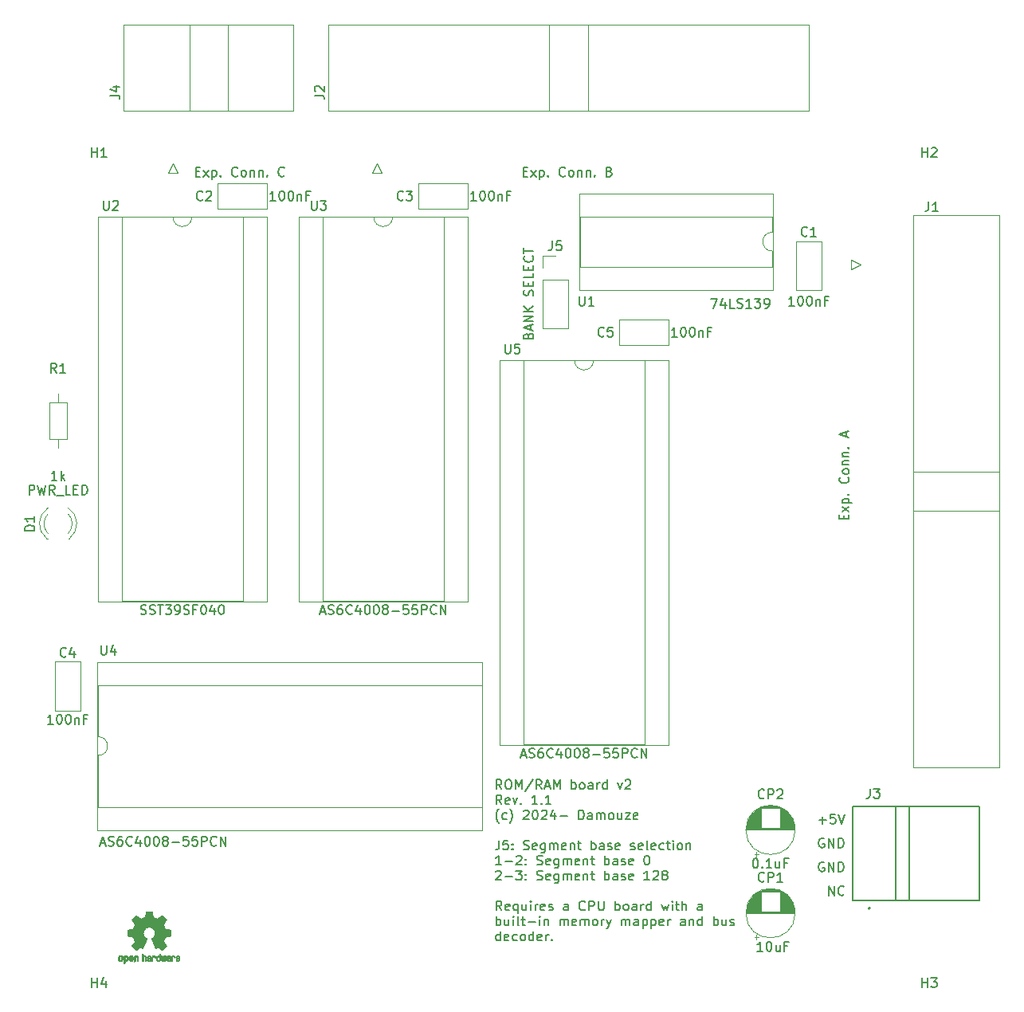
<source format=gbr>
%TF.GenerationSoftware,KiCad,Pcbnew,8.0.4*%
%TF.CreationDate,2024-08-15T14:16:27+02:00*%
%TF.ProjectId,rom_ram_board_v2,726f6d5f-7261-46d5-9f62-6f6172645f76,1.1*%
%TF.SameCoordinates,Original*%
%TF.FileFunction,Legend,Top*%
%TF.FilePolarity,Positive*%
%FSLAX46Y46*%
G04 Gerber Fmt 4.6, Leading zero omitted, Abs format (unit mm)*
G04 Created by KiCad (PCBNEW 8.0.4) date 2024-08-15 14:16:27*
%MOMM*%
%LPD*%
G01*
G04 APERTURE LIST*
%ADD10C,0.150000*%
%ADD11C,0.120000*%
%ADD12C,0.010000*%
%ADD13C,0.127000*%
%ADD14C,0.200000*%
G04 APERTURE END LIST*
D10*
X110334588Y-106105438D02*
X110239350Y-106057819D01*
X110239350Y-106057819D02*
X110096493Y-106057819D01*
X110096493Y-106057819D02*
X109953636Y-106105438D01*
X109953636Y-106105438D02*
X109858398Y-106200676D01*
X109858398Y-106200676D02*
X109810779Y-106295914D01*
X109810779Y-106295914D02*
X109763160Y-106486390D01*
X109763160Y-106486390D02*
X109763160Y-106629247D01*
X109763160Y-106629247D02*
X109810779Y-106819723D01*
X109810779Y-106819723D02*
X109858398Y-106914961D01*
X109858398Y-106914961D02*
X109953636Y-107010200D01*
X109953636Y-107010200D02*
X110096493Y-107057819D01*
X110096493Y-107057819D02*
X110191731Y-107057819D01*
X110191731Y-107057819D02*
X110334588Y-107010200D01*
X110334588Y-107010200D02*
X110382207Y-106962580D01*
X110382207Y-106962580D02*
X110382207Y-106629247D01*
X110382207Y-106629247D02*
X110191731Y-106629247D01*
X110810779Y-107057819D02*
X110810779Y-106057819D01*
X110810779Y-106057819D02*
X111382207Y-107057819D01*
X111382207Y-107057819D02*
X111382207Y-106057819D01*
X111858398Y-107057819D02*
X111858398Y-106057819D01*
X111858398Y-106057819D02*
X112096493Y-106057819D01*
X112096493Y-106057819D02*
X112239350Y-106105438D01*
X112239350Y-106105438D02*
X112334588Y-106200676D01*
X112334588Y-106200676D02*
X112382207Y-106295914D01*
X112382207Y-106295914D02*
X112429826Y-106486390D01*
X112429826Y-106486390D02*
X112429826Y-106629247D01*
X112429826Y-106629247D02*
X112382207Y-106819723D01*
X112382207Y-106819723D02*
X112334588Y-106914961D01*
X112334588Y-106914961D02*
X112239350Y-107010200D01*
X112239350Y-107010200D02*
X112096493Y-107057819D01*
X112096493Y-107057819D02*
X111858398Y-107057819D01*
X110826779Y-109597819D02*
X110826779Y-108597819D01*
X110826779Y-108597819D02*
X111398207Y-109597819D01*
X111398207Y-109597819D02*
X111398207Y-108597819D01*
X112445826Y-109502580D02*
X112398207Y-109550200D01*
X112398207Y-109550200D02*
X112255350Y-109597819D01*
X112255350Y-109597819D02*
X112160112Y-109597819D01*
X112160112Y-109597819D02*
X112017255Y-109550200D01*
X112017255Y-109550200D02*
X111922017Y-109454961D01*
X111922017Y-109454961D02*
X111874398Y-109359723D01*
X111874398Y-109359723D02*
X111826779Y-109169247D01*
X111826779Y-109169247D02*
X111826779Y-109026390D01*
X111826779Y-109026390D02*
X111874398Y-108835914D01*
X111874398Y-108835914D02*
X111922017Y-108740676D01*
X111922017Y-108740676D02*
X112017255Y-108645438D01*
X112017255Y-108645438D02*
X112160112Y-108597819D01*
X112160112Y-108597819D02*
X112255350Y-108597819D01*
X112255350Y-108597819D02*
X112398207Y-108645438D01*
X112398207Y-108645438D02*
X112445826Y-108693057D01*
X110334588Y-103565438D02*
X110239350Y-103517819D01*
X110239350Y-103517819D02*
X110096493Y-103517819D01*
X110096493Y-103517819D02*
X109953636Y-103565438D01*
X109953636Y-103565438D02*
X109858398Y-103660676D01*
X109858398Y-103660676D02*
X109810779Y-103755914D01*
X109810779Y-103755914D02*
X109763160Y-103946390D01*
X109763160Y-103946390D02*
X109763160Y-104089247D01*
X109763160Y-104089247D02*
X109810779Y-104279723D01*
X109810779Y-104279723D02*
X109858398Y-104374961D01*
X109858398Y-104374961D02*
X109953636Y-104470200D01*
X109953636Y-104470200D02*
X110096493Y-104517819D01*
X110096493Y-104517819D02*
X110191731Y-104517819D01*
X110191731Y-104517819D02*
X110334588Y-104470200D01*
X110334588Y-104470200D02*
X110382207Y-104422580D01*
X110382207Y-104422580D02*
X110382207Y-104089247D01*
X110382207Y-104089247D02*
X110191731Y-104089247D01*
X110810779Y-104517819D02*
X110810779Y-103517819D01*
X110810779Y-103517819D02*
X111382207Y-104517819D01*
X111382207Y-104517819D02*
X111382207Y-103517819D01*
X111858398Y-104517819D02*
X111858398Y-103517819D01*
X111858398Y-103517819D02*
X112096493Y-103517819D01*
X112096493Y-103517819D02*
X112239350Y-103565438D01*
X112239350Y-103565438D02*
X112334588Y-103660676D01*
X112334588Y-103660676D02*
X112382207Y-103755914D01*
X112382207Y-103755914D02*
X112429826Y-103946390D01*
X112429826Y-103946390D02*
X112429826Y-104089247D01*
X112429826Y-104089247D02*
X112382207Y-104279723D01*
X112382207Y-104279723D02*
X112334588Y-104374961D01*
X112334588Y-104374961D02*
X112239350Y-104470200D01*
X112239350Y-104470200D02*
X112096493Y-104517819D01*
X112096493Y-104517819D02*
X111858398Y-104517819D01*
X109810779Y-101596866D02*
X110572684Y-101596866D01*
X110191731Y-101977819D02*
X110191731Y-101215914D01*
X111525064Y-100977819D02*
X111048874Y-100977819D01*
X111048874Y-100977819D02*
X111001255Y-101454009D01*
X111001255Y-101454009D02*
X111048874Y-101406390D01*
X111048874Y-101406390D02*
X111144112Y-101358771D01*
X111144112Y-101358771D02*
X111382207Y-101358771D01*
X111382207Y-101358771D02*
X111477445Y-101406390D01*
X111477445Y-101406390D02*
X111525064Y-101454009D01*
X111525064Y-101454009D02*
X111572683Y-101549247D01*
X111572683Y-101549247D02*
X111572683Y-101787342D01*
X111572683Y-101787342D02*
X111525064Y-101882580D01*
X111525064Y-101882580D02*
X111477445Y-101930200D01*
X111477445Y-101930200D02*
X111382207Y-101977819D01*
X111382207Y-101977819D02*
X111144112Y-101977819D01*
X111144112Y-101977819D02*
X111048874Y-101930200D01*
X111048874Y-101930200D02*
X111001255Y-101882580D01*
X111858398Y-100977819D02*
X112191731Y-101977819D01*
X112191731Y-101977819D02*
X112525064Y-100977819D01*
X76080206Y-98309818D02*
X75746873Y-97833627D01*
X75508778Y-98309818D02*
X75508778Y-97309818D01*
X75508778Y-97309818D02*
X75889730Y-97309818D01*
X75889730Y-97309818D02*
X75984968Y-97357437D01*
X75984968Y-97357437D02*
X76032587Y-97405056D01*
X76032587Y-97405056D02*
X76080206Y-97500294D01*
X76080206Y-97500294D02*
X76080206Y-97643151D01*
X76080206Y-97643151D02*
X76032587Y-97738389D01*
X76032587Y-97738389D02*
X75984968Y-97786008D01*
X75984968Y-97786008D02*
X75889730Y-97833627D01*
X75889730Y-97833627D02*
X75508778Y-97833627D01*
X76699254Y-97309818D02*
X76889730Y-97309818D01*
X76889730Y-97309818D02*
X76984968Y-97357437D01*
X76984968Y-97357437D02*
X77080206Y-97452675D01*
X77080206Y-97452675D02*
X77127825Y-97643151D01*
X77127825Y-97643151D02*
X77127825Y-97976484D01*
X77127825Y-97976484D02*
X77080206Y-98166960D01*
X77080206Y-98166960D02*
X76984968Y-98262199D01*
X76984968Y-98262199D02*
X76889730Y-98309818D01*
X76889730Y-98309818D02*
X76699254Y-98309818D01*
X76699254Y-98309818D02*
X76604016Y-98262199D01*
X76604016Y-98262199D02*
X76508778Y-98166960D01*
X76508778Y-98166960D02*
X76461159Y-97976484D01*
X76461159Y-97976484D02*
X76461159Y-97643151D01*
X76461159Y-97643151D02*
X76508778Y-97452675D01*
X76508778Y-97452675D02*
X76604016Y-97357437D01*
X76604016Y-97357437D02*
X76699254Y-97309818D01*
X77556397Y-98309818D02*
X77556397Y-97309818D01*
X77556397Y-97309818D02*
X77889730Y-98024103D01*
X77889730Y-98024103D02*
X78223063Y-97309818D01*
X78223063Y-97309818D02*
X78223063Y-98309818D01*
X79413539Y-97262199D02*
X78556397Y-98547913D01*
X80318301Y-98309818D02*
X79984968Y-97833627D01*
X79746873Y-98309818D02*
X79746873Y-97309818D01*
X79746873Y-97309818D02*
X80127825Y-97309818D01*
X80127825Y-97309818D02*
X80223063Y-97357437D01*
X80223063Y-97357437D02*
X80270682Y-97405056D01*
X80270682Y-97405056D02*
X80318301Y-97500294D01*
X80318301Y-97500294D02*
X80318301Y-97643151D01*
X80318301Y-97643151D02*
X80270682Y-97738389D01*
X80270682Y-97738389D02*
X80223063Y-97786008D01*
X80223063Y-97786008D02*
X80127825Y-97833627D01*
X80127825Y-97833627D02*
X79746873Y-97833627D01*
X80699254Y-98024103D02*
X81175444Y-98024103D01*
X80604016Y-98309818D02*
X80937349Y-97309818D01*
X80937349Y-97309818D02*
X81270682Y-98309818D01*
X81604016Y-98309818D02*
X81604016Y-97309818D01*
X81604016Y-97309818D02*
X81937349Y-98024103D01*
X81937349Y-98024103D02*
X82270682Y-97309818D01*
X82270682Y-97309818D02*
X82270682Y-98309818D01*
X83508778Y-98309818D02*
X83508778Y-97309818D01*
X83508778Y-97690770D02*
X83604016Y-97643151D01*
X83604016Y-97643151D02*
X83794492Y-97643151D01*
X83794492Y-97643151D02*
X83889730Y-97690770D01*
X83889730Y-97690770D02*
X83937349Y-97738389D01*
X83937349Y-97738389D02*
X83984968Y-97833627D01*
X83984968Y-97833627D02*
X83984968Y-98119341D01*
X83984968Y-98119341D02*
X83937349Y-98214579D01*
X83937349Y-98214579D02*
X83889730Y-98262199D01*
X83889730Y-98262199D02*
X83794492Y-98309818D01*
X83794492Y-98309818D02*
X83604016Y-98309818D01*
X83604016Y-98309818D02*
X83508778Y-98262199D01*
X84556397Y-98309818D02*
X84461159Y-98262199D01*
X84461159Y-98262199D02*
X84413540Y-98214579D01*
X84413540Y-98214579D02*
X84365921Y-98119341D01*
X84365921Y-98119341D02*
X84365921Y-97833627D01*
X84365921Y-97833627D02*
X84413540Y-97738389D01*
X84413540Y-97738389D02*
X84461159Y-97690770D01*
X84461159Y-97690770D02*
X84556397Y-97643151D01*
X84556397Y-97643151D02*
X84699254Y-97643151D01*
X84699254Y-97643151D02*
X84794492Y-97690770D01*
X84794492Y-97690770D02*
X84842111Y-97738389D01*
X84842111Y-97738389D02*
X84889730Y-97833627D01*
X84889730Y-97833627D02*
X84889730Y-98119341D01*
X84889730Y-98119341D02*
X84842111Y-98214579D01*
X84842111Y-98214579D02*
X84794492Y-98262199D01*
X84794492Y-98262199D02*
X84699254Y-98309818D01*
X84699254Y-98309818D02*
X84556397Y-98309818D01*
X85746873Y-98309818D02*
X85746873Y-97786008D01*
X85746873Y-97786008D02*
X85699254Y-97690770D01*
X85699254Y-97690770D02*
X85604016Y-97643151D01*
X85604016Y-97643151D02*
X85413540Y-97643151D01*
X85413540Y-97643151D02*
X85318302Y-97690770D01*
X85746873Y-98262199D02*
X85651635Y-98309818D01*
X85651635Y-98309818D02*
X85413540Y-98309818D01*
X85413540Y-98309818D02*
X85318302Y-98262199D01*
X85318302Y-98262199D02*
X85270683Y-98166960D01*
X85270683Y-98166960D02*
X85270683Y-98071722D01*
X85270683Y-98071722D02*
X85318302Y-97976484D01*
X85318302Y-97976484D02*
X85413540Y-97928865D01*
X85413540Y-97928865D02*
X85651635Y-97928865D01*
X85651635Y-97928865D02*
X85746873Y-97881246D01*
X86223064Y-98309818D02*
X86223064Y-97643151D01*
X86223064Y-97833627D02*
X86270683Y-97738389D01*
X86270683Y-97738389D02*
X86318302Y-97690770D01*
X86318302Y-97690770D02*
X86413540Y-97643151D01*
X86413540Y-97643151D02*
X86508778Y-97643151D01*
X87270683Y-98309818D02*
X87270683Y-97309818D01*
X87270683Y-98262199D02*
X87175445Y-98309818D01*
X87175445Y-98309818D02*
X86984969Y-98309818D01*
X86984969Y-98309818D02*
X86889731Y-98262199D01*
X86889731Y-98262199D02*
X86842112Y-98214579D01*
X86842112Y-98214579D02*
X86794493Y-98119341D01*
X86794493Y-98119341D02*
X86794493Y-97833627D01*
X86794493Y-97833627D02*
X86842112Y-97738389D01*
X86842112Y-97738389D02*
X86889731Y-97690770D01*
X86889731Y-97690770D02*
X86984969Y-97643151D01*
X86984969Y-97643151D02*
X87175445Y-97643151D01*
X87175445Y-97643151D02*
X87270683Y-97690770D01*
X88413541Y-97643151D02*
X88651636Y-98309818D01*
X88651636Y-98309818D02*
X88889731Y-97643151D01*
X89223065Y-97405056D02*
X89270684Y-97357437D01*
X89270684Y-97357437D02*
X89365922Y-97309818D01*
X89365922Y-97309818D02*
X89604017Y-97309818D01*
X89604017Y-97309818D02*
X89699255Y-97357437D01*
X89699255Y-97357437D02*
X89746874Y-97405056D01*
X89746874Y-97405056D02*
X89794493Y-97500294D01*
X89794493Y-97500294D02*
X89794493Y-97595532D01*
X89794493Y-97595532D02*
X89746874Y-97738389D01*
X89746874Y-97738389D02*
X89175446Y-98309818D01*
X89175446Y-98309818D02*
X89794493Y-98309818D01*
X76080206Y-99919762D02*
X75746873Y-99443571D01*
X75508778Y-99919762D02*
X75508778Y-98919762D01*
X75508778Y-98919762D02*
X75889730Y-98919762D01*
X75889730Y-98919762D02*
X75984968Y-98967381D01*
X75984968Y-98967381D02*
X76032587Y-99015000D01*
X76032587Y-99015000D02*
X76080206Y-99110238D01*
X76080206Y-99110238D02*
X76080206Y-99253095D01*
X76080206Y-99253095D02*
X76032587Y-99348333D01*
X76032587Y-99348333D02*
X75984968Y-99395952D01*
X75984968Y-99395952D02*
X75889730Y-99443571D01*
X75889730Y-99443571D02*
X75508778Y-99443571D01*
X76889730Y-99872143D02*
X76794492Y-99919762D01*
X76794492Y-99919762D02*
X76604016Y-99919762D01*
X76604016Y-99919762D02*
X76508778Y-99872143D01*
X76508778Y-99872143D02*
X76461159Y-99776904D01*
X76461159Y-99776904D02*
X76461159Y-99395952D01*
X76461159Y-99395952D02*
X76508778Y-99300714D01*
X76508778Y-99300714D02*
X76604016Y-99253095D01*
X76604016Y-99253095D02*
X76794492Y-99253095D01*
X76794492Y-99253095D02*
X76889730Y-99300714D01*
X76889730Y-99300714D02*
X76937349Y-99395952D01*
X76937349Y-99395952D02*
X76937349Y-99491190D01*
X76937349Y-99491190D02*
X76461159Y-99586428D01*
X77270683Y-99253095D02*
X77508778Y-99919762D01*
X77508778Y-99919762D02*
X77746873Y-99253095D01*
X78127826Y-99824523D02*
X78175445Y-99872143D01*
X78175445Y-99872143D02*
X78127826Y-99919762D01*
X78127826Y-99919762D02*
X78080207Y-99872143D01*
X78080207Y-99872143D02*
X78127826Y-99824523D01*
X78127826Y-99824523D02*
X78127826Y-99919762D01*
X79889730Y-99919762D02*
X79318302Y-99919762D01*
X79604016Y-99919762D02*
X79604016Y-98919762D01*
X79604016Y-98919762D02*
X79508778Y-99062619D01*
X79508778Y-99062619D02*
X79413540Y-99157857D01*
X79413540Y-99157857D02*
X79318302Y-99205476D01*
X80318302Y-99824523D02*
X80365921Y-99872143D01*
X80365921Y-99872143D02*
X80318302Y-99919762D01*
X80318302Y-99919762D02*
X80270683Y-99872143D01*
X80270683Y-99872143D02*
X80318302Y-99824523D01*
X80318302Y-99824523D02*
X80318302Y-99919762D01*
X81318301Y-99919762D02*
X80746873Y-99919762D01*
X81032587Y-99919762D02*
X81032587Y-98919762D01*
X81032587Y-98919762D02*
X80937349Y-99062619D01*
X80937349Y-99062619D02*
X80842111Y-99157857D01*
X80842111Y-99157857D02*
X80746873Y-99205476D01*
X75794492Y-101910658D02*
X75746873Y-101863039D01*
X75746873Y-101863039D02*
X75651635Y-101720182D01*
X75651635Y-101720182D02*
X75604016Y-101624944D01*
X75604016Y-101624944D02*
X75556397Y-101482087D01*
X75556397Y-101482087D02*
X75508778Y-101243991D01*
X75508778Y-101243991D02*
X75508778Y-101053515D01*
X75508778Y-101053515D02*
X75556397Y-100815420D01*
X75556397Y-100815420D02*
X75604016Y-100672563D01*
X75604016Y-100672563D02*
X75651635Y-100577325D01*
X75651635Y-100577325D02*
X75746873Y-100434467D01*
X75746873Y-100434467D02*
X75794492Y-100386848D01*
X76604016Y-101482087D02*
X76508778Y-101529706D01*
X76508778Y-101529706D02*
X76318302Y-101529706D01*
X76318302Y-101529706D02*
X76223064Y-101482087D01*
X76223064Y-101482087D02*
X76175445Y-101434467D01*
X76175445Y-101434467D02*
X76127826Y-101339229D01*
X76127826Y-101339229D02*
X76127826Y-101053515D01*
X76127826Y-101053515D02*
X76175445Y-100958277D01*
X76175445Y-100958277D02*
X76223064Y-100910658D01*
X76223064Y-100910658D02*
X76318302Y-100863039D01*
X76318302Y-100863039D02*
X76508778Y-100863039D01*
X76508778Y-100863039D02*
X76604016Y-100910658D01*
X76937350Y-101910658D02*
X76984969Y-101863039D01*
X76984969Y-101863039D02*
X77080207Y-101720182D01*
X77080207Y-101720182D02*
X77127826Y-101624944D01*
X77127826Y-101624944D02*
X77175445Y-101482087D01*
X77175445Y-101482087D02*
X77223064Y-101243991D01*
X77223064Y-101243991D02*
X77223064Y-101053515D01*
X77223064Y-101053515D02*
X77175445Y-100815420D01*
X77175445Y-100815420D02*
X77127826Y-100672563D01*
X77127826Y-100672563D02*
X77080207Y-100577325D01*
X77080207Y-100577325D02*
X76984969Y-100434467D01*
X76984969Y-100434467D02*
X76937350Y-100386848D01*
X78413541Y-100624944D02*
X78461160Y-100577325D01*
X78461160Y-100577325D02*
X78556398Y-100529706D01*
X78556398Y-100529706D02*
X78794493Y-100529706D01*
X78794493Y-100529706D02*
X78889731Y-100577325D01*
X78889731Y-100577325D02*
X78937350Y-100624944D01*
X78937350Y-100624944D02*
X78984969Y-100720182D01*
X78984969Y-100720182D02*
X78984969Y-100815420D01*
X78984969Y-100815420D02*
X78937350Y-100958277D01*
X78937350Y-100958277D02*
X78365922Y-101529706D01*
X78365922Y-101529706D02*
X78984969Y-101529706D01*
X79604017Y-100529706D02*
X79699255Y-100529706D01*
X79699255Y-100529706D02*
X79794493Y-100577325D01*
X79794493Y-100577325D02*
X79842112Y-100624944D01*
X79842112Y-100624944D02*
X79889731Y-100720182D01*
X79889731Y-100720182D02*
X79937350Y-100910658D01*
X79937350Y-100910658D02*
X79937350Y-101148753D01*
X79937350Y-101148753D02*
X79889731Y-101339229D01*
X79889731Y-101339229D02*
X79842112Y-101434467D01*
X79842112Y-101434467D02*
X79794493Y-101482087D01*
X79794493Y-101482087D02*
X79699255Y-101529706D01*
X79699255Y-101529706D02*
X79604017Y-101529706D01*
X79604017Y-101529706D02*
X79508779Y-101482087D01*
X79508779Y-101482087D02*
X79461160Y-101434467D01*
X79461160Y-101434467D02*
X79413541Y-101339229D01*
X79413541Y-101339229D02*
X79365922Y-101148753D01*
X79365922Y-101148753D02*
X79365922Y-100910658D01*
X79365922Y-100910658D02*
X79413541Y-100720182D01*
X79413541Y-100720182D02*
X79461160Y-100624944D01*
X79461160Y-100624944D02*
X79508779Y-100577325D01*
X79508779Y-100577325D02*
X79604017Y-100529706D01*
X80318303Y-100624944D02*
X80365922Y-100577325D01*
X80365922Y-100577325D02*
X80461160Y-100529706D01*
X80461160Y-100529706D02*
X80699255Y-100529706D01*
X80699255Y-100529706D02*
X80794493Y-100577325D01*
X80794493Y-100577325D02*
X80842112Y-100624944D01*
X80842112Y-100624944D02*
X80889731Y-100720182D01*
X80889731Y-100720182D02*
X80889731Y-100815420D01*
X80889731Y-100815420D02*
X80842112Y-100958277D01*
X80842112Y-100958277D02*
X80270684Y-101529706D01*
X80270684Y-101529706D02*
X80889731Y-101529706D01*
X81746874Y-100863039D02*
X81746874Y-101529706D01*
X81508779Y-100482087D02*
X81270684Y-101196372D01*
X81270684Y-101196372D02*
X81889731Y-101196372D01*
X82270684Y-101148753D02*
X83032589Y-101148753D01*
X84270684Y-101529706D02*
X84270684Y-100529706D01*
X84270684Y-100529706D02*
X84508779Y-100529706D01*
X84508779Y-100529706D02*
X84651636Y-100577325D01*
X84651636Y-100577325D02*
X84746874Y-100672563D01*
X84746874Y-100672563D02*
X84794493Y-100767801D01*
X84794493Y-100767801D02*
X84842112Y-100958277D01*
X84842112Y-100958277D02*
X84842112Y-101101134D01*
X84842112Y-101101134D02*
X84794493Y-101291610D01*
X84794493Y-101291610D02*
X84746874Y-101386848D01*
X84746874Y-101386848D02*
X84651636Y-101482087D01*
X84651636Y-101482087D02*
X84508779Y-101529706D01*
X84508779Y-101529706D02*
X84270684Y-101529706D01*
X85699255Y-101529706D02*
X85699255Y-101005896D01*
X85699255Y-101005896D02*
X85651636Y-100910658D01*
X85651636Y-100910658D02*
X85556398Y-100863039D01*
X85556398Y-100863039D02*
X85365922Y-100863039D01*
X85365922Y-100863039D02*
X85270684Y-100910658D01*
X85699255Y-101482087D02*
X85604017Y-101529706D01*
X85604017Y-101529706D02*
X85365922Y-101529706D01*
X85365922Y-101529706D02*
X85270684Y-101482087D01*
X85270684Y-101482087D02*
X85223065Y-101386848D01*
X85223065Y-101386848D02*
X85223065Y-101291610D01*
X85223065Y-101291610D02*
X85270684Y-101196372D01*
X85270684Y-101196372D02*
X85365922Y-101148753D01*
X85365922Y-101148753D02*
X85604017Y-101148753D01*
X85604017Y-101148753D02*
X85699255Y-101101134D01*
X86175446Y-101529706D02*
X86175446Y-100863039D01*
X86175446Y-100958277D02*
X86223065Y-100910658D01*
X86223065Y-100910658D02*
X86318303Y-100863039D01*
X86318303Y-100863039D02*
X86461160Y-100863039D01*
X86461160Y-100863039D02*
X86556398Y-100910658D01*
X86556398Y-100910658D02*
X86604017Y-101005896D01*
X86604017Y-101005896D02*
X86604017Y-101529706D01*
X86604017Y-101005896D02*
X86651636Y-100910658D01*
X86651636Y-100910658D02*
X86746874Y-100863039D01*
X86746874Y-100863039D02*
X86889731Y-100863039D01*
X86889731Y-100863039D02*
X86984970Y-100910658D01*
X86984970Y-100910658D02*
X87032589Y-101005896D01*
X87032589Y-101005896D02*
X87032589Y-101529706D01*
X87651636Y-101529706D02*
X87556398Y-101482087D01*
X87556398Y-101482087D02*
X87508779Y-101434467D01*
X87508779Y-101434467D02*
X87461160Y-101339229D01*
X87461160Y-101339229D02*
X87461160Y-101053515D01*
X87461160Y-101053515D02*
X87508779Y-100958277D01*
X87508779Y-100958277D02*
X87556398Y-100910658D01*
X87556398Y-100910658D02*
X87651636Y-100863039D01*
X87651636Y-100863039D02*
X87794493Y-100863039D01*
X87794493Y-100863039D02*
X87889731Y-100910658D01*
X87889731Y-100910658D02*
X87937350Y-100958277D01*
X87937350Y-100958277D02*
X87984969Y-101053515D01*
X87984969Y-101053515D02*
X87984969Y-101339229D01*
X87984969Y-101339229D02*
X87937350Y-101434467D01*
X87937350Y-101434467D02*
X87889731Y-101482087D01*
X87889731Y-101482087D02*
X87794493Y-101529706D01*
X87794493Y-101529706D02*
X87651636Y-101529706D01*
X88842112Y-100863039D02*
X88842112Y-101529706D01*
X88413541Y-100863039D02*
X88413541Y-101386848D01*
X88413541Y-101386848D02*
X88461160Y-101482087D01*
X88461160Y-101482087D02*
X88556398Y-101529706D01*
X88556398Y-101529706D02*
X88699255Y-101529706D01*
X88699255Y-101529706D02*
X88794493Y-101482087D01*
X88794493Y-101482087D02*
X88842112Y-101434467D01*
X89223065Y-100863039D02*
X89746874Y-100863039D01*
X89746874Y-100863039D02*
X89223065Y-101529706D01*
X89223065Y-101529706D02*
X89746874Y-101529706D01*
X90508779Y-101482087D02*
X90413541Y-101529706D01*
X90413541Y-101529706D02*
X90223065Y-101529706D01*
X90223065Y-101529706D02*
X90127827Y-101482087D01*
X90127827Y-101482087D02*
X90080208Y-101386848D01*
X90080208Y-101386848D02*
X90080208Y-101005896D01*
X90080208Y-101005896D02*
X90127827Y-100910658D01*
X90127827Y-100910658D02*
X90223065Y-100863039D01*
X90223065Y-100863039D02*
X90413541Y-100863039D01*
X90413541Y-100863039D02*
X90508779Y-100910658D01*
X90508779Y-100910658D02*
X90556398Y-101005896D01*
X90556398Y-101005896D02*
X90556398Y-101101134D01*
X90556398Y-101101134D02*
X90080208Y-101196372D01*
X75794492Y-103749594D02*
X75794492Y-104463879D01*
X75794492Y-104463879D02*
X75746873Y-104606736D01*
X75746873Y-104606736D02*
X75651635Y-104701975D01*
X75651635Y-104701975D02*
X75508778Y-104749594D01*
X75508778Y-104749594D02*
X75413540Y-104749594D01*
X76746873Y-103749594D02*
X76270683Y-103749594D01*
X76270683Y-103749594D02*
X76223064Y-104225784D01*
X76223064Y-104225784D02*
X76270683Y-104178165D01*
X76270683Y-104178165D02*
X76365921Y-104130546D01*
X76365921Y-104130546D02*
X76604016Y-104130546D01*
X76604016Y-104130546D02*
X76699254Y-104178165D01*
X76699254Y-104178165D02*
X76746873Y-104225784D01*
X76746873Y-104225784D02*
X76794492Y-104321022D01*
X76794492Y-104321022D02*
X76794492Y-104559117D01*
X76794492Y-104559117D02*
X76746873Y-104654355D01*
X76746873Y-104654355D02*
X76699254Y-104701975D01*
X76699254Y-104701975D02*
X76604016Y-104749594D01*
X76604016Y-104749594D02*
X76365921Y-104749594D01*
X76365921Y-104749594D02*
X76270683Y-104701975D01*
X76270683Y-104701975D02*
X76223064Y-104654355D01*
X77223064Y-104654355D02*
X77270683Y-104701975D01*
X77270683Y-104701975D02*
X77223064Y-104749594D01*
X77223064Y-104749594D02*
X77175445Y-104701975D01*
X77175445Y-104701975D02*
X77223064Y-104654355D01*
X77223064Y-104654355D02*
X77223064Y-104749594D01*
X77223064Y-104130546D02*
X77270683Y-104178165D01*
X77270683Y-104178165D02*
X77223064Y-104225784D01*
X77223064Y-104225784D02*
X77175445Y-104178165D01*
X77175445Y-104178165D02*
X77223064Y-104130546D01*
X77223064Y-104130546D02*
X77223064Y-104225784D01*
X78413540Y-104701975D02*
X78556397Y-104749594D01*
X78556397Y-104749594D02*
X78794492Y-104749594D01*
X78794492Y-104749594D02*
X78889730Y-104701975D01*
X78889730Y-104701975D02*
X78937349Y-104654355D01*
X78937349Y-104654355D02*
X78984968Y-104559117D01*
X78984968Y-104559117D02*
X78984968Y-104463879D01*
X78984968Y-104463879D02*
X78937349Y-104368641D01*
X78937349Y-104368641D02*
X78889730Y-104321022D01*
X78889730Y-104321022D02*
X78794492Y-104273403D01*
X78794492Y-104273403D02*
X78604016Y-104225784D01*
X78604016Y-104225784D02*
X78508778Y-104178165D01*
X78508778Y-104178165D02*
X78461159Y-104130546D01*
X78461159Y-104130546D02*
X78413540Y-104035308D01*
X78413540Y-104035308D02*
X78413540Y-103940070D01*
X78413540Y-103940070D02*
X78461159Y-103844832D01*
X78461159Y-103844832D02*
X78508778Y-103797213D01*
X78508778Y-103797213D02*
X78604016Y-103749594D01*
X78604016Y-103749594D02*
X78842111Y-103749594D01*
X78842111Y-103749594D02*
X78984968Y-103797213D01*
X79794492Y-104701975D02*
X79699254Y-104749594D01*
X79699254Y-104749594D02*
X79508778Y-104749594D01*
X79508778Y-104749594D02*
X79413540Y-104701975D01*
X79413540Y-104701975D02*
X79365921Y-104606736D01*
X79365921Y-104606736D02*
X79365921Y-104225784D01*
X79365921Y-104225784D02*
X79413540Y-104130546D01*
X79413540Y-104130546D02*
X79508778Y-104082927D01*
X79508778Y-104082927D02*
X79699254Y-104082927D01*
X79699254Y-104082927D02*
X79794492Y-104130546D01*
X79794492Y-104130546D02*
X79842111Y-104225784D01*
X79842111Y-104225784D02*
X79842111Y-104321022D01*
X79842111Y-104321022D02*
X79365921Y-104416260D01*
X80699254Y-104082927D02*
X80699254Y-104892451D01*
X80699254Y-104892451D02*
X80651635Y-104987689D01*
X80651635Y-104987689D02*
X80604016Y-105035308D01*
X80604016Y-105035308D02*
X80508778Y-105082927D01*
X80508778Y-105082927D02*
X80365921Y-105082927D01*
X80365921Y-105082927D02*
X80270683Y-105035308D01*
X80699254Y-104701975D02*
X80604016Y-104749594D01*
X80604016Y-104749594D02*
X80413540Y-104749594D01*
X80413540Y-104749594D02*
X80318302Y-104701975D01*
X80318302Y-104701975D02*
X80270683Y-104654355D01*
X80270683Y-104654355D02*
X80223064Y-104559117D01*
X80223064Y-104559117D02*
X80223064Y-104273403D01*
X80223064Y-104273403D02*
X80270683Y-104178165D01*
X80270683Y-104178165D02*
X80318302Y-104130546D01*
X80318302Y-104130546D02*
X80413540Y-104082927D01*
X80413540Y-104082927D02*
X80604016Y-104082927D01*
X80604016Y-104082927D02*
X80699254Y-104130546D01*
X81175445Y-104749594D02*
X81175445Y-104082927D01*
X81175445Y-104178165D02*
X81223064Y-104130546D01*
X81223064Y-104130546D02*
X81318302Y-104082927D01*
X81318302Y-104082927D02*
X81461159Y-104082927D01*
X81461159Y-104082927D02*
X81556397Y-104130546D01*
X81556397Y-104130546D02*
X81604016Y-104225784D01*
X81604016Y-104225784D02*
X81604016Y-104749594D01*
X81604016Y-104225784D02*
X81651635Y-104130546D01*
X81651635Y-104130546D02*
X81746873Y-104082927D01*
X81746873Y-104082927D02*
X81889730Y-104082927D01*
X81889730Y-104082927D02*
X81984969Y-104130546D01*
X81984969Y-104130546D02*
X82032588Y-104225784D01*
X82032588Y-104225784D02*
X82032588Y-104749594D01*
X82889730Y-104701975D02*
X82794492Y-104749594D01*
X82794492Y-104749594D02*
X82604016Y-104749594D01*
X82604016Y-104749594D02*
X82508778Y-104701975D01*
X82508778Y-104701975D02*
X82461159Y-104606736D01*
X82461159Y-104606736D02*
X82461159Y-104225784D01*
X82461159Y-104225784D02*
X82508778Y-104130546D01*
X82508778Y-104130546D02*
X82604016Y-104082927D01*
X82604016Y-104082927D02*
X82794492Y-104082927D01*
X82794492Y-104082927D02*
X82889730Y-104130546D01*
X82889730Y-104130546D02*
X82937349Y-104225784D01*
X82937349Y-104225784D02*
X82937349Y-104321022D01*
X82937349Y-104321022D02*
X82461159Y-104416260D01*
X83365921Y-104082927D02*
X83365921Y-104749594D01*
X83365921Y-104178165D02*
X83413540Y-104130546D01*
X83413540Y-104130546D02*
X83508778Y-104082927D01*
X83508778Y-104082927D02*
X83651635Y-104082927D01*
X83651635Y-104082927D02*
X83746873Y-104130546D01*
X83746873Y-104130546D02*
X83794492Y-104225784D01*
X83794492Y-104225784D02*
X83794492Y-104749594D01*
X84127826Y-104082927D02*
X84508778Y-104082927D01*
X84270683Y-103749594D02*
X84270683Y-104606736D01*
X84270683Y-104606736D02*
X84318302Y-104701975D01*
X84318302Y-104701975D02*
X84413540Y-104749594D01*
X84413540Y-104749594D02*
X84508778Y-104749594D01*
X85604017Y-104749594D02*
X85604017Y-103749594D01*
X85604017Y-104130546D02*
X85699255Y-104082927D01*
X85699255Y-104082927D02*
X85889731Y-104082927D01*
X85889731Y-104082927D02*
X85984969Y-104130546D01*
X85984969Y-104130546D02*
X86032588Y-104178165D01*
X86032588Y-104178165D02*
X86080207Y-104273403D01*
X86080207Y-104273403D02*
X86080207Y-104559117D01*
X86080207Y-104559117D02*
X86032588Y-104654355D01*
X86032588Y-104654355D02*
X85984969Y-104701975D01*
X85984969Y-104701975D02*
X85889731Y-104749594D01*
X85889731Y-104749594D02*
X85699255Y-104749594D01*
X85699255Y-104749594D02*
X85604017Y-104701975D01*
X86937350Y-104749594D02*
X86937350Y-104225784D01*
X86937350Y-104225784D02*
X86889731Y-104130546D01*
X86889731Y-104130546D02*
X86794493Y-104082927D01*
X86794493Y-104082927D02*
X86604017Y-104082927D01*
X86604017Y-104082927D02*
X86508779Y-104130546D01*
X86937350Y-104701975D02*
X86842112Y-104749594D01*
X86842112Y-104749594D02*
X86604017Y-104749594D01*
X86604017Y-104749594D02*
X86508779Y-104701975D01*
X86508779Y-104701975D02*
X86461160Y-104606736D01*
X86461160Y-104606736D02*
X86461160Y-104511498D01*
X86461160Y-104511498D02*
X86508779Y-104416260D01*
X86508779Y-104416260D02*
X86604017Y-104368641D01*
X86604017Y-104368641D02*
X86842112Y-104368641D01*
X86842112Y-104368641D02*
X86937350Y-104321022D01*
X87365922Y-104701975D02*
X87461160Y-104749594D01*
X87461160Y-104749594D02*
X87651636Y-104749594D01*
X87651636Y-104749594D02*
X87746874Y-104701975D01*
X87746874Y-104701975D02*
X87794493Y-104606736D01*
X87794493Y-104606736D02*
X87794493Y-104559117D01*
X87794493Y-104559117D02*
X87746874Y-104463879D01*
X87746874Y-104463879D02*
X87651636Y-104416260D01*
X87651636Y-104416260D02*
X87508779Y-104416260D01*
X87508779Y-104416260D02*
X87413541Y-104368641D01*
X87413541Y-104368641D02*
X87365922Y-104273403D01*
X87365922Y-104273403D02*
X87365922Y-104225784D01*
X87365922Y-104225784D02*
X87413541Y-104130546D01*
X87413541Y-104130546D02*
X87508779Y-104082927D01*
X87508779Y-104082927D02*
X87651636Y-104082927D01*
X87651636Y-104082927D02*
X87746874Y-104130546D01*
X88604017Y-104701975D02*
X88508779Y-104749594D01*
X88508779Y-104749594D02*
X88318303Y-104749594D01*
X88318303Y-104749594D02*
X88223065Y-104701975D01*
X88223065Y-104701975D02*
X88175446Y-104606736D01*
X88175446Y-104606736D02*
X88175446Y-104225784D01*
X88175446Y-104225784D02*
X88223065Y-104130546D01*
X88223065Y-104130546D02*
X88318303Y-104082927D01*
X88318303Y-104082927D02*
X88508779Y-104082927D01*
X88508779Y-104082927D02*
X88604017Y-104130546D01*
X88604017Y-104130546D02*
X88651636Y-104225784D01*
X88651636Y-104225784D02*
X88651636Y-104321022D01*
X88651636Y-104321022D02*
X88175446Y-104416260D01*
X89794494Y-104701975D02*
X89889732Y-104749594D01*
X89889732Y-104749594D02*
X90080208Y-104749594D01*
X90080208Y-104749594D02*
X90175446Y-104701975D01*
X90175446Y-104701975D02*
X90223065Y-104606736D01*
X90223065Y-104606736D02*
X90223065Y-104559117D01*
X90223065Y-104559117D02*
X90175446Y-104463879D01*
X90175446Y-104463879D02*
X90080208Y-104416260D01*
X90080208Y-104416260D02*
X89937351Y-104416260D01*
X89937351Y-104416260D02*
X89842113Y-104368641D01*
X89842113Y-104368641D02*
X89794494Y-104273403D01*
X89794494Y-104273403D02*
X89794494Y-104225784D01*
X89794494Y-104225784D02*
X89842113Y-104130546D01*
X89842113Y-104130546D02*
X89937351Y-104082927D01*
X89937351Y-104082927D02*
X90080208Y-104082927D01*
X90080208Y-104082927D02*
X90175446Y-104130546D01*
X91032589Y-104701975D02*
X90937351Y-104749594D01*
X90937351Y-104749594D02*
X90746875Y-104749594D01*
X90746875Y-104749594D02*
X90651637Y-104701975D01*
X90651637Y-104701975D02*
X90604018Y-104606736D01*
X90604018Y-104606736D02*
X90604018Y-104225784D01*
X90604018Y-104225784D02*
X90651637Y-104130546D01*
X90651637Y-104130546D02*
X90746875Y-104082927D01*
X90746875Y-104082927D02*
X90937351Y-104082927D01*
X90937351Y-104082927D02*
X91032589Y-104130546D01*
X91032589Y-104130546D02*
X91080208Y-104225784D01*
X91080208Y-104225784D02*
X91080208Y-104321022D01*
X91080208Y-104321022D02*
X90604018Y-104416260D01*
X91651637Y-104749594D02*
X91556399Y-104701975D01*
X91556399Y-104701975D02*
X91508780Y-104606736D01*
X91508780Y-104606736D02*
X91508780Y-103749594D01*
X92413542Y-104701975D02*
X92318304Y-104749594D01*
X92318304Y-104749594D02*
X92127828Y-104749594D01*
X92127828Y-104749594D02*
X92032590Y-104701975D01*
X92032590Y-104701975D02*
X91984971Y-104606736D01*
X91984971Y-104606736D02*
X91984971Y-104225784D01*
X91984971Y-104225784D02*
X92032590Y-104130546D01*
X92032590Y-104130546D02*
X92127828Y-104082927D01*
X92127828Y-104082927D02*
X92318304Y-104082927D01*
X92318304Y-104082927D02*
X92413542Y-104130546D01*
X92413542Y-104130546D02*
X92461161Y-104225784D01*
X92461161Y-104225784D02*
X92461161Y-104321022D01*
X92461161Y-104321022D02*
X91984971Y-104416260D01*
X93318304Y-104701975D02*
X93223066Y-104749594D01*
X93223066Y-104749594D02*
X93032590Y-104749594D01*
X93032590Y-104749594D02*
X92937352Y-104701975D01*
X92937352Y-104701975D02*
X92889733Y-104654355D01*
X92889733Y-104654355D02*
X92842114Y-104559117D01*
X92842114Y-104559117D02*
X92842114Y-104273403D01*
X92842114Y-104273403D02*
X92889733Y-104178165D01*
X92889733Y-104178165D02*
X92937352Y-104130546D01*
X92937352Y-104130546D02*
X93032590Y-104082927D01*
X93032590Y-104082927D02*
X93223066Y-104082927D01*
X93223066Y-104082927D02*
X93318304Y-104130546D01*
X93604019Y-104082927D02*
X93984971Y-104082927D01*
X93746876Y-103749594D02*
X93746876Y-104606736D01*
X93746876Y-104606736D02*
X93794495Y-104701975D01*
X93794495Y-104701975D02*
X93889733Y-104749594D01*
X93889733Y-104749594D02*
X93984971Y-104749594D01*
X94318305Y-104749594D02*
X94318305Y-104082927D01*
X94318305Y-103749594D02*
X94270686Y-103797213D01*
X94270686Y-103797213D02*
X94318305Y-103844832D01*
X94318305Y-103844832D02*
X94365924Y-103797213D01*
X94365924Y-103797213D02*
X94318305Y-103749594D01*
X94318305Y-103749594D02*
X94318305Y-103844832D01*
X94937352Y-104749594D02*
X94842114Y-104701975D01*
X94842114Y-104701975D02*
X94794495Y-104654355D01*
X94794495Y-104654355D02*
X94746876Y-104559117D01*
X94746876Y-104559117D02*
X94746876Y-104273403D01*
X94746876Y-104273403D02*
X94794495Y-104178165D01*
X94794495Y-104178165D02*
X94842114Y-104130546D01*
X94842114Y-104130546D02*
X94937352Y-104082927D01*
X94937352Y-104082927D02*
X95080209Y-104082927D01*
X95080209Y-104082927D02*
X95175447Y-104130546D01*
X95175447Y-104130546D02*
X95223066Y-104178165D01*
X95223066Y-104178165D02*
X95270685Y-104273403D01*
X95270685Y-104273403D02*
X95270685Y-104559117D01*
X95270685Y-104559117D02*
X95223066Y-104654355D01*
X95223066Y-104654355D02*
X95175447Y-104701975D01*
X95175447Y-104701975D02*
X95080209Y-104749594D01*
X95080209Y-104749594D02*
X94937352Y-104749594D01*
X95699257Y-104082927D02*
X95699257Y-104749594D01*
X95699257Y-104178165D02*
X95746876Y-104130546D01*
X95746876Y-104130546D02*
X95842114Y-104082927D01*
X95842114Y-104082927D02*
X95984971Y-104082927D01*
X95984971Y-104082927D02*
X96080209Y-104130546D01*
X96080209Y-104130546D02*
X96127828Y-104225784D01*
X96127828Y-104225784D02*
X96127828Y-104749594D01*
X76032587Y-106359538D02*
X75461159Y-106359538D01*
X75746873Y-106359538D02*
X75746873Y-105359538D01*
X75746873Y-105359538D02*
X75651635Y-105502395D01*
X75651635Y-105502395D02*
X75556397Y-105597633D01*
X75556397Y-105597633D02*
X75461159Y-105645252D01*
X76461159Y-105978585D02*
X77223064Y-105978585D01*
X77651635Y-105454776D02*
X77699254Y-105407157D01*
X77699254Y-105407157D02*
X77794492Y-105359538D01*
X77794492Y-105359538D02*
X78032587Y-105359538D01*
X78032587Y-105359538D02*
X78127825Y-105407157D01*
X78127825Y-105407157D02*
X78175444Y-105454776D01*
X78175444Y-105454776D02*
X78223063Y-105550014D01*
X78223063Y-105550014D02*
X78223063Y-105645252D01*
X78223063Y-105645252D02*
X78175444Y-105788109D01*
X78175444Y-105788109D02*
X77604016Y-106359538D01*
X77604016Y-106359538D02*
X78223063Y-106359538D01*
X78651635Y-106264299D02*
X78699254Y-106311919D01*
X78699254Y-106311919D02*
X78651635Y-106359538D01*
X78651635Y-106359538D02*
X78604016Y-106311919D01*
X78604016Y-106311919D02*
X78651635Y-106264299D01*
X78651635Y-106264299D02*
X78651635Y-106359538D01*
X78651635Y-105740490D02*
X78699254Y-105788109D01*
X78699254Y-105788109D02*
X78651635Y-105835728D01*
X78651635Y-105835728D02*
X78604016Y-105788109D01*
X78604016Y-105788109D02*
X78651635Y-105740490D01*
X78651635Y-105740490D02*
X78651635Y-105835728D01*
X79842111Y-106311919D02*
X79984968Y-106359538D01*
X79984968Y-106359538D02*
X80223063Y-106359538D01*
X80223063Y-106359538D02*
X80318301Y-106311919D01*
X80318301Y-106311919D02*
X80365920Y-106264299D01*
X80365920Y-106264299D02*
X80413539Y-106169061D01*
X80413539Y-106169061D02*
X80413539Y-106073823D01*
X80413539Y-106073823D02*
X80365920Y-105978585D01*
X80365920Y-105978585D02*
X80318301Y-105930966D01*
X80318301Y-105930966D02*
X80223063Y-105883347D01*
X80223063Y-105883347D02*
X80032587Y-105835728D01*
X80032587Y-105835728D02*
X79937349Y-105788109D01*
X79937349Y-105788109D02*
X79889730Y-105740490D01*
X79889730Y-105740490D02*
X79842111Y-105645252D01*
X79842111Y-105645252D02*
X79842111Y-105550014D01*
X79842111Y-105550014D02*
X79889730Y-105454776D01*
X79889730Y-105454776D02*
X79937349Y-105407157D01*
X79937349Y-105407157D02*
X80032587Y-105359538D01*
X80032587Y-105359538D02*
X80270682Y-105359538D01*
X80270682Y-105359538D02*
X80413539Y-105407157D01*
X81223063Y-106311919D02*
X81127825Y-106359538D01*
X81127825Y-106359538D02*
X80937349Y-106359538D01*
X80937349Y-106359538D02*
X80842111Y-106311919D01*
X80842111Y-106311919D02*
X80794492Y-106216680D01*
X80794492Y-106216680D02*
X80794492Y-105835728D01*
X80794492Y-105835728D02*
X80842111Y-105740490D01*
X80842111Y-105740490D02*
X80937349Y-105692871D01*
X80937349Y-105692871D02*
X81127825Y-105692871D01*
X81127825Y-105692871D02*
X81223063Y-105740490D01*
X81223063Y-105740490D02*
X81270682Y-105835728D01*
X81270682Y-105835728D02*
X81270682Y-105930966D01*
X81270682Y-105930966D02*
X80794492Y-106026204D01*
X82127825Y-105692871D02*
X82127825Y-106502395D01*
X82127825Y-106502395D02*
X82080206Y-106597633D01*
X82080206Y-106597633D02*
X82032587Y-106645252D01*
X82032587Y-106645252D02*
X81937349Y-106692871D01*
X81937349Y-106692871D02*
X81794492Y-106692871D01*
X81794492Y-106692871D02*
X81699254Y-106645252D01*
X82127825Y-106311919D02*
X82032587Y-106359538D01*
X82032587Y-106359538D02*
X81842111Y-106359538D01*
X81842111Y-106359538D02*
X81746873Y-106311919D01*
X81746873Y-106311919D02*
X81699254Y-106264299D01*
X81699254Y-106264299D02*
X81651635Y-106169061D01*
X81651635Y-106169061D02*
X81651635Y-105883347D01*
X81651635Y-105883347D02*
X81699254Y-105788109D01*
X81699254Y-105788109D02*
X81746873Y-105740490D01*
X81746873Y-105740490D02*
X81842111Y-105692871D01*
X81842111Y-105692871D02*
X82032587Y-105692871D01*
X82032587Y-105692871D02*
X82127825Y-105740490D01*
X82604016Y-106359538D02*
X82604016Y-105692871D01*
X82604016Y-105788109D02*
X82651635Y-105740490D01*
X82651635Y-105740490D02*
X82746873Y-105692871D01*
X82746873Y-105692871D02*
X82889730Y-105692871D01*
X82889730Y-105692871D02*
X82984968Y-105740490D01*
X82984968Y-105740490D02*
X83032587Y-105835728D01*
X83032587Y-105835728D02*
X83032587Y-106359538D01*
X83032587Y-105835728D02*
X83080206Y-105740490D01*
X83080206Y-105740490D02*
X83175444Y-105692871D01*
X83175444Y-105692871D02*
X83318301Y-105692871D01*
X83318301Y-105692871D02*
X83413540Y-105740490D01*
X83413540Y-105740490D02*
X83461159Y-105835728D01*
X83461159Y-105835728D02*
X83461159Y-106359538D01*
X84318301Y-106311919D02*
X84223063Y-106359538D01*
X84223063Y-106359538D02*
X84032587Y-106359538D01*
X84032587Y-106359538D02*
X83937349Y-106311919D01*
X83937349Y-106311919D02*
X83889730Y-106216680D01*
X83889730Y-106216680D02*
X83889730Y-105835728D01*
X83889730Y-105835728D02*
X83937349Y-105740490D01*
X83937349Y-105740490D02*
X84032587Y-105692871D01*
X84032587Y-105692871D02*
X84223063Y-105692871D01*
X84223063Y-105692871D02*
X84318301Y-105740490D01*
X84318301Y-105740490D02*
X84365920Y-105835728D01*
X84365920Y-105835728D02*
X84365920Y-105930966D01*
X84365920Y-105930966D02*
X83889730Y-106026204D01*
X84794492Y-105692871D02*
X84794492Y-106359538D01*
X84794492Y-105788109D02*
X84842111Y-105740490D01*
X84842111Y-105740490D02*
X84937349Y-105692871D01*
X84937349Y-105692871D02*
X85080206Y-105692871D01*
X85080206Y-105692871D02*
X85175444Y-105740490D01*
X85175444Y-105740490D02*
X85223063Y-105835728D01*
X85223063Y-105835728D02*
X85223063Y-106359538D01*
X85556397Y-105692871D02*
X85937349Y-105692871D01*
X85699254Y-105359538D02*
X85699254Y-106216680D01*
X85699254Y-106216680D02*
X85746873Y-106311919D01*
X85746873Y-106311919D02*
X85842111Y-106359538D01*
X85842111Y-106359538D02*
X85937349Y-106359538D01*
X87032588Y-106359538D02*
X87032588Y-105359538D01*
X87032588Y-105740490D02*
X87127826Y-105692871D01*
X87127826Y-105692871D02*
X87318302Y-105692871D01*
X87318302Y-105692871D02*
X87413540Y-105740490D01*
X87413540Y-105740490D02*
X87461159Y-105788109D01*
X87461159Y-105788109D02*
X87508778Y-105883347D01*
X87508778Y-105883347D02*
X87508778Y-106169061D01*
X87508778Y-106169061D02*
X87461159Y-106264299D01*
X87461159Y-106264299D02*
X87413540Y-106311919D01*
X87413540Y-106311919D02*
X87318302Y-106359538D01*
X87318302Y-106359538D02*
X87127826Y-106359538D01*
X87127826Y-106359538D02*
X87032588Y-106311919D01*
X88365921Y-106359538D02*
X88365921Y-105835728D01*
X88365921Y-105835728D02*
X88318302Y-105740490D01*
X88318302Y-105740490D02*
X88223064Y-105692871D01*
X88223064Y-105692871D02*
X88032588Y-105692871D01*
X88032588Y-105692871D02*
X87937350Y-105740490D01*
X88365921Y-106311919D02*
X88270683Y-106359538D01*
X88270683Y-106359538D02*
X88032588Y-106359538D01*
X88032588Y-106359538D02*
X87937350Y-106311919D01*
X87937350Y-106311919D02*
X87889731Y-106216680D01*
X87889731Y-106216680D02*
X87889731Y-106121442D01*
X87889731Y-106121442D02*
X87937350Y-106026204D01*
X87937350Y-106026204D02*
X88032588Y-105978585D01*
X88032588Y-105978585D02*
X88270683Y-105978585D01*
X88270683Y-105978585D02*
X88365921Y-105930966D01*
X88794493Y-106311919D02*
X88889731Y-106359538D01*
X88889731Y-106359538D02*
X89080207Y-106359538D01*
X89080207Y-106359538D02*
X89175445Y-106311919D01*
X89175445Y-106311919D02*
X89223064Y-106216680D01*
X89223064Y-106216680D02*
X89223064Y-106169061D01*
X89223064Y-106169061D02*
X89175445Y-106073823D01*
X89175445Y-106073823D02*
X89080207Y-106026204D01*
X89080207Y-106026204D02*
X88937350Y-106026204D01*
X88937350Y-106026204D02*
X88842112Y-105978585D01*
X88842112Y-105978585D02*
X88794493Y-105883347D01*
X88794493Y-105883347D02*
X88794493Y-105835728D01*
X88794493Y-105835728D02*
X88842112Y-105740490D01*
X88842112Y-105740490D02*
X88937350Y-105692871D01*
X88937350Y-105692871D02*
X89080207Y-105692871D01*
X89080207Y-105692871D02*
X89175445Y-105740490D01*
X90032588Y-106311919D02*
X89937350Y-106359538D01*
X89937350Y-106359538D02*
X89746874Y-106359538D01*
X89746874Y-106359538D02*
X89651636Y-106311919D01*
X89651636Y-106311919D02*
X89604017Y-106216680D01*
X89604017Y-106216680D02*
X89604017Y-105835728D01*
X89604017Y-105835728D02*
X89651636Y-105740490D01*
X89651636Y-105740490D02*
X89746874Y-105692871D01*
X89746874Y-105692871D02*
X89937350Y-105692871D01*
X89937350Y-105692871D02*
X90032588Y-105740490D01*
X90032588Y-105740490D02*
X90080207Y-105835728D01*
X90080207Y-105835728D02*
X90080207Y-105930966D01*
X90080207Y-105930966D02*
X89604017Y-106026204D01*
X91461160Y-105359538D02*
X91556398Y-105359538D01*
X91556398Y-105359538D02*
X91651636Y-105407157D01*
X91651636Y-105407157D02*
X91699255Y-105454776D01*
X91699255Y-105454776D02*
X91746874Y-105550014D01*
X91746874Y-105550014D02*
X91794493Y-105740490D01*
X91794493Y-105740490D02*
X91794493Y-105978585D01*
X91794493Y-105978585D02*
X91746874Y-106169061D01*
X91746874Y-106169061D02*
X91699255Y-106264299D01*
X91699255Y-106264299D02*
X91651636Y-106311919D01*
X91651636Y-106311919D02*
X91556398Y-106359538D01*
X91556398Y-106359538D02*
X91461160Y-106359538D01*
X91461160Y-106359538D02*
X91365922Y-106311919D01*
X91365922Y-106311919D02*
X91318303Y-106264299D01*
X91318303Y-106264299D02*
X91270684Y-106169061D01*
X91270684Y-106169061D02*
X91223065Y-105978585D01*
X91223065Y-105978585D02*
X91223065Y-105740490D01*
X91223065Y-105740490D02*
X91270684Y-105550014D01*
X91270684Y-105550014D02*
X91318303Y-105454776D01*
X91318303Y-105454776D02*
X91365922Y-105407157D01*
X91365922Y-105407157D02*
X91461160Y-105359538D01*
X75461159Y-107064720D02*
X75508778Y-107017101D01*
X75508778Y-107017101D02*
X75604016Y-106969482D01*
X75604016Y-106969482D02*
X75842111Y-106969482D01*
X75842111Y-106969482D02*
X75937349Y-107017101D01*
X75937349Y-107017101D02*
X75984968Y-107064720D01*
X75984968Y-107064720D02*
X76032587Y-107159958D01*
X76032587Y-107159958D02*
X76032587Y-107255196D01*
X76032587Y-107255196D02*
X75984968Y-107398053D01*
X75984968Y-107398053D02*
X75413540Y-107969482D01*
X75413540Y-107969482D02*
X76032587Y-107969482D01*
X76461159Y-107588529D02*
X77223064Y-107588529D01*
X77604016Y-106969482D02*
X78223063Y-106969482D01*
X78223063Y-106969482D02*
X77889730Y-107350434D01*
X77889730Y-107350434D02*
X78032587Y-107350434D01*
X78032587Y-107350434D02*
X78127825Y-107398053D01*
X78127825Y-107398053D02*
X78175444Y-107445672D01*
X78175444Y-107445672D02*
X78223063Y-107540910D01*
X78223063Y-107540910D02*
X78223063Y-107779005D01*
X78223063Y-107779005D02*
X78175444Y-107874243D01*
X78175444Y-107874243D02*
X78127825Y-107921863D01*
X78127825Y-107921863D02*
X78032587Y-107969482D01*
X78032587Y-107969482D02*
X77746873Y-107969482D01*
X77746873Y-107969482D02*
X77651635Y-107921863D01*
X77651635Y-107921863D02*
X77604016Y-107874243D01*
X78651635Y-107874243D02*
X78699254Y-107921863D01*
X78699254Y-107921863D02*
X78651635Y-107969482D01*
X78651635Y-107969482D02*
X78604016Y-107921863D01*
X78604016Y-107921863D02*
X78651635Y-107874243D01*
X78651635Y-107874243D02*
X78651635Y-107969482D01*
X78651635Y-107350434D02*
X78699254Y-107398053D01*
X78699254Y-107398053D02*
X78651635Y-107445672D01*
X78651635Y-107445672D02*
X78604016Y-107398053D01*
X78604016Y-107398053D02*
X78651635Y-107350434D01*
X78651635Y-107350434D02*
X78651635Y-107445672D01*
X79842111Y-107921863D02*
X79984968Y-107969482D01*
X79984968Y-107969482D02*
X80223063Y-107969482D01*
X80223063Y-107969482D02*
X80318301Y-107921863D01*
X80318301Y-107921863D02*
X80365920Y-107874243D01*
X80365920Y-107874243D02*
X80413539Y-107779005D01*
X80413539Y-107779005D02*
X80413539Y-107683767D01*
X80413539Y-107683767D02*
X80365920Y-107588529D01*
X80365920Y-107588529D02*
X80318301Y-107540910D01*
X80318301Y-107540910D02*
X80223063Y-107493291D01*
X80223063Y-107493291D02*
X80032587Y-107445672D01*
X80032587Y-107445672D02*
X79937349Y-107398053D01*
X79937349Y-107398053D02*
X79889730Y-107350434D01*
X79889730Y-107350434D02*
X79842111Y-107255196D01*
X79842111Y-107255196D02*
X79842111Y-107159958D01*
X79842111Y-107159958D02*
X79889730Y-107064720D01*
X79889730Y-107064720D02*
X79937349Y-107017101D01*
X79937349Y-107017101D02*
X80032587Y-106969482D01*
X80032587Y-106969482D02*
X80270682Y-106969482D01*
X80270682Y-106969482D02*
X80413539Y-107017101D01*
X81223063Y-107921863D02*
X81127825Y-107969482D01*
X81127825Y-107969482D02*
X80937349Y-107969482D01*
X80937349Y-107969482D02*
X80842111Y-107921863D01*
X80842111Y-107921863D02*
X80794492Y-107826624D01*
X80794492Y-107826624D02*
X80794492Y-107445672D01*
X80794492Y-107445672D02*
X80842111Y-107350434D01*
X80842111Y-107350434D02*
X80937349Y-107302815D01*
X80937349Y-107302815D02*
X81127825Y-107302815D01*
X81127825Y-107302815D02*
X81223063Y-107350434D01*
X81223063Y-107350434D02*
X81270682Y-107445672D01*
X81270682Y-107445672D02*
X81270682Y-107540910D01*
X81270682Y-107540910D02*
X80794492Y-107636148D01*
X82127825Y-107302815D02*
X82127825Y-108112339D01*
X82127825Y-108112339D02*
X82080206Y-108207577D01*
X82080206Y-108207577D02*
X82032587Y-108255196D01*
X82032587Y-108255196D02*
X81937349Y-108302815D01*
X81937349Y-108302815D02*
X81794492Y-108302815D01*
X81794492Y-108302815D02*
X81699254Y-108255196D01*
X82127825Y-107921863D02*
X82032587Y-107969482D01*
X82032587Y-107969482D02*
X81842111Y-107969482D01*
X81842111Y-107969482D02*
X81746873Y-107921863D01*
X81746873Y-107921863D02*
X81699254Y-107874243D01*
X81699254Y-107874243D02*
X81651635Y-107779005D01*
X81651635Y-107779005D02*
X81651635Y-107493291D01*
X81651635Y-107493291D02*
X81699254Y-107398053D01*
X81699254Y-107398053D02*
X81746873Y-107350434D01*
X81746873Y-107350434D02*
X81842111Y-107302815D01*
X81842111Y-107302815D02*
X82032587Y-107302815D01*
X82032587Y-107302815D02*
X82127825Y-107350434D01*
X82604016Y-107969482D02*
X82604016Y-107302815D01*
X82604016Y-107398053D02*
X82651635Y-107350434D01*
X82651635Y-107350434D02*
X82746873Y-107302815D01*
X82746873Y-107302815D02*
X82889730Y-107302815D01*
X82889730Y-107302815D02*
X82984968Y-107350434D01*
X82984968Y-107350434D02*
X83032587Y-107445672D01*
X83032587Y-107445672D02*
X83032587Y-107969482D01*
X83032587Y-107445672D02*
X83080206Y-107350434D01*
X83080206Y-107350434D02*
X83175444Y-107302815D01*
X83175444Y-107302815D02*
X83318301Y-107302815D01*
X83318301Y-107302815D02*
X83413540Y-107350434D01*
X83413540Y-107350434D02*
X83461159Y-107445672D01*
X83461159Y-107445672D02*
X83461159Y-107969482D01*
X84318301Y-107921863D02*
X84223063Y-107969482D01*
X84223063Y-107969482D02*
X84032587Y-107969482D01*
X84032587Y-107969482D02*
X83937349Y-107921863D01*
X83937349Y-107921863D02*
X83889730Y-107826624D01*
X83889730Y-107826624D02*
X83889730Y-107445672D01*
X83889730Y-107445672D02*
X83937349Y-107350434D01*
X83937349Y-107350434D02*
X84032587Y-107302815D01*
X84032587Y-107302815D02*
X84223063Y-107302815D01*
X84223063Y-107302815D02*
X84318301Y-107350434D01*
X84318301Y-107350434D02*
X84365920Y-107445672D01*
X84365920Y-107445672D02*
X84365920Y-107540910D01*
X84365920Y-107540910D02*
X83889730Y-107636148D01*
X84794492Y-107302815D02*
X84794492Y-107969482D01*
X84794492Y-107398053D02*
X84842111Y-107350434D01*
X84842111Y-107350434D02*
X84937349Y-107302815D01*
X84937349Y-107302815D02*
X85080206Y-107302815D01*
X85080206Y-107302815D02*
X85175444Y-107350434D01*
X85175444Y-107350434D02*
X85223063Y-107445672D01*
X85223063Y-107445672D02*
X85223063Y-107969482D01*
X85556397Y-107302815D02*
X85937349Y-107302815D01*
X85699254Y-106969482D02*
X85699254Y-107826624D01*
X85699254Y-107826624D02*
X85746873Y-107921863D01*
X85746873Y-107921863D02*
X85842111Y-107969482D01*
X85842111Y-107969482D02*
X85937349Y-107969482D01*
X87032588Y-107969482D02*
X87032588Y-106969482D01*
X87032588Y-107350434D02*
X87127826Y-107302815D01*
X87127826Y-107302815D02*
X87318302Y-107302815D01*
X87318302Y-107302815D02*
X87413540Y-107350434D01*
X87413540Y-107350434D02*
X87461159Y-107398053D01*
X87461159Y-107398053D02*
X87508778Y-107493291D01*
X87508778Y-107493291D02*
X87508778Y-107779005D01*
X87508778Y-107779005D02*
X87461159Y-107874243D01*
X87461159Y-107874243D02*
X87413540Y-107921863D01*
X87413540Y-107921863D02*
X87318302Y-107969482D01*
X87318302Y-107969482D02*
X87127826Y-107969482D01*
X87127826Y-107969482D02*
X87032588Y-107921863D01*
X88365921Y-107969482D02*
X88365921Y-107445672D01*
X88365921Y-107445672D02*
X88318302Y-107350434D01*
X88318302Y-107350434D02*
X88223064Y-107302815D01*
X88223064Y-107302815D02*
X88032588Y-107302815D01*
X88032588Y-107302815D02*
X87937350Y-107350434D01*
X88365921Y-107921863D02*
X88270683Y-107969482D01*
X88270683Y-107969482D02*
X88032588Y-107969482D01*
X88032588Y-107969482D02*
X87937350Y-107921863D01*
X87937350Y-107921863D02*
X87889731Y-107826624D01*
X87889731Y-107826624D02*
X87889731Y-107731386D01*
X87889731Y-107731386D02*
X87937350Y-107636148D01*
X87937350Y-107636148D02*
X88032588Y-107588529D01*
X88032588Y-107588529D02*
X88270683Y-107588529D01*
X88270683Y-107588529D02*
X88365921Y-107540910D01*
X88794493Y-107921863D02*
X88889731Y-107969482D01*
X88889731Y-107969482D02*
X89080207Y-107969482D01*
X89080207Y-107969482D02*
X89175445Y-107921863D01*
X89175445Y-107921863D02*
X89223064Y-107826624D01*
X89223064Y-107826624D02*
X89223064Y-107779005D01*
X89223064Y-107779005D02*
X89175445Y-107683767D01*
X89175445Y-107683767D02*
X89080207Y-107636148D01*
X89080207Y-107636148D02*
X88937350Y-107636148D01*
X88937350Y-107636148D02*
X88842112Y-107588529D01*
X88842112Y-107588529D02*
X88794493Y-107493291D01*
X88794493Y-107493291D02*
X88794493Y-107445672D01*
X88794493Y-107445672D02*
X88842112Y-107350434D01*
X88842112Y-107350434D02*
X88937350Y-107302815D01*
X88937350Y-107302815D02*
X89080207Y-107302815D01*
X89080207Y-107302815D02*
X89175445Y-107350434D01*
X90032588Y-107921863D02*
X89937350Y-107969482D01*
X89937350Y-107969482D02*
X89746874Y-107969482D01*
X89746874Y-107969482D02*
X89651636Y-107921863D01*
X89651636Y-107921863D02*
X89604017Y-107826624D01*
X89604017Y-107826624D02*
X89604017Y-107445672D01*
X89604017Y-107445672D02*
X89651636Y-107350434D01*
X89651636Y-107350434D02*
X89746874Y-107302815D01*
X89746874Y-107302815D02*
X89937350Y-107302815D01*
X89937350Y-107302815D02*
X90032588Y-107350434D01*
X90032588Y-107350434D02*
X90080207Y-107445672D01*
X90080207Y-107445672D02*
X90080207Y-107540910D01*
X90080207Y-107540910D02*
X89604017Y-107636148D01*
X91794493Y-107969482D02*
X91223065Y-107969482D01*
X91508779Y-107969482D02*
X91508779Y-106969482D01*
X91508779Y-106969482D02*
X91413541Y-107112339D01*
X91413541Y-107112339D02*
X91318303Y-107207577D01*
X91318303Y-107207577D02*
X91223065Y-107255196D01*
X92175446Y-107064720D02*
X92223065Y-107017101D01*
X92223065Y-107017101D02*
X92318303Y-106969482D01*
X92318303Y-106969482D02*
X92556398Y-106969482D01*
X92556398Y-106969482D02*
X92651636Y-107017101D01*
X92651636Y-107017101D02*
X92699255Y-107064720D01*
X92699255Y-107064720D02*
X92746874Y-107159958D01*
X92746874Y-107159958D02*
X92746874Y-107255196D01*
X92746874Y-107255196D02*
X92699255Y-107398053D01*
X92699255Y-107398053D02*
X92127827Y-107969482D01*
X92127827Y-107969482D02*
X92746874Y-107969482D01*
X93318303Y-107398053D02*
X93223065Y-107350434D01*
X93223065Y-107350434D02*
X93175446Y-107302815D01*
X93175446Y-107302815D02*
X93127827Y-107207577D01*
X93127827Y-107207577D02*
X93127827Y-107159958D01*
X93127827Y-107159958D02*
X93175446Y-107064720D01*
X93175446Y-107064720D02*
X93223065Y-107017101D01*
X93223065Y-107017101D02*
X93318303Y-106969482D01*
X93318303Y-106969482D02*
X93508779Y-106969482D01*
X93508779Y-106969482D02*
X93604017Y-107017101D01*
X93604017Y-107017101D02*
X93651636Y-107064720D01*
X93651636Y-107064720D02*
X93699255Y-107159958D01*
X93699255Y-107159958D02*
X93699255Y-107207577D01*
X93699255Y-107207577D02*
X93651636Y-107302815D01*
X93651636Y-107302815D02*
X93604017Y-107350434D01*
X93604017Y-107350434D02*
X93508779Y-107398053D01*
X93508779Y-107398053D02*
X93318303Y-107398053D01*
X93318303Y-107398053D02*
X93223065Y-107445672D01*
X93223065Y-107445672D02*
X93175446Y-107493291D01*
X93175446Y-107493291D02*
X93127827Y-107588529D01*
X93127827Y-107588529D02*
X93127827Y-107779005D01*
X93127827Y-107779005D02*
X93175446Y-107874243D01*
X93175446Y-107874243D02*
X93223065Y-107921863D01*
X93223065Y-107921863D02*
X93318303Y-107969482D01*
X93318303Y-107969482D02*
X93508779Y-107969482D01*
X93508779Y-107969482D02*
X93604017Y-107921863D01*
X93604017Y-107921863D02*
X93651636Y-107874243D01*
X93651636Y-107874243D02*
X93699255Y-107779005D01*
X93699255Y-107779005D02*
X93699255Y-107588529D01*
X93699255Y-107588529D02*
X93651636Y-107493291D01*
X93651636Y-107493291D02*
X93604017Y-107445672D01*
X93604017Y-107445672D02*
X93508779Y-107398053D01*
X76080206Y-111189370D02*
X75746873Y-110713179D01*
X75508778Y-111189370D02*
X75508778Y-110189370D01*
X75508778Y-110189370D02*
X75889730Y-110189370D01*
X75889730Y-110189370D02*
X75984968Y-110236989D01*
X75984968Y-110236989D02*
X76032587Y-110284608D01*
X76032587Y-110284608D02*
X76080206Y-110379846D01*
X76080206Y-110379846D02*
X76080206Y-110522703D01*
X76080206Y-110522703D02*
X76032587Y-110617941D01*
X76032587Y-110617941D02*
X75984968Y-110665560D01*
X75984968Y-110665560D02*
X75889730Y-110713179D01*
X75889730Y-110713179D02*
X75508778Y-110713179D01*
X76889730Y-111141751D02*
X76794492Y-111189370D01*
X76794492Y-111189370D02*
X76604016Y-111189370D01*
X76604016Y-111189370D02*
X76508778Y-111141751D01*
X76508778Y-111141751D02*
X76461159Y-111046512D01*
X76461159Y-111046512D02*
X76461159Y-110665560D01*
X76461159Y-110665560D02*
X76508778Y-110570322D01*
X76508778Y-110570322D02*
X76604016Y-110522703D01*
X76604016Y-110522703D02*
X76794492Y-110522703D01*
X76794492Y-110522703D02*
X76889730Y-110570322D01*
X76889730Y-110570322D02*
X76937349Y-110665560D01*
X76937349Y-110665560D02*
X76937349Y-110760798D01*
X76937349Y-110760798D02*
X76461159Y-110856036D01*
X77794492Y-110522703D02*
X77794492Y-111522703D01*
X77794492Y-111141751D02*
X77699254Y-111189370D01*
X77699254Y-111189370D02*
X77508778Y-111189370D01*
X77508778Y-111189370D02*
X77413540Y-111141751D01*
X77413540Y-111141751D02*
X77365921Y-111094131D01*
X77365921Y-111094131D02*
X77318302Y-110998893D01*
X77318302Y-110998893D02*
X77318302Y-110713179D01*
X77318302Y-110713179D02*
X77365921Y-110617941D01*
X77365921Y-110617941D02*
X77413540Y-110570322D01*
X77413540Y-110570322D02*
X77508778Y-110522703D01*
X77508778Y-110522703D02*
X77699254Y-110522703D01*
X77699254Y-110522703D02*
X77794492Y-110570322D01*
X78699254Y-110522703D02*
X78699254Y-111189370D01*
X78270683Y-110522703D02*
X78270683Y-111046512D01*
X78270683Y-111046512D02*
X78318302Y-111141751D01*
X78318302Y-111141751D02*
X78413540Y-111189370D01*
X78413540Y-111189370D02*
X78556397Y-111189370D01*
X78556397Y-111189370D02*
X78651635Y-111141751D01*
X78651635Y-111141751D02*
X78699254Y-111094131D01*
X79175445Y-111189370D02*
X79175445Y-110522703D01*
X79175445Y-110189370D02*
X79127826Y-110236989D01*
X79127826Y-110236989D02*
X79175445Y-110284608D01*
X79175445Y-110284608D02*
X79223064Y-110236989D01*
X79223064Y-110236989D02*
X79175445Y-110189370D01*
X79175445Y-110189370D02*
X79175445Y-110284608D01*
X79651635Y-111189370D02*
X79651635Y-110522703D01*
X79651635Y-110713179D02*
X79699254Y-110617941D01*
X79699254Y-110617941D02*
X79746873Y-110570322D01*
X79746873Y-110570322D02*
X79842111Y-110522703D01*
X79842111Y-110522703D02*
X79937349Y-110522703D01*
X80651635Y-111141751D02*
X80556397Y-111189370D01*
X80556397Y-111189370D02*
X80365921Y-111189370D01*
X80365921Y-111189370D02*
X80270683Y-111141751D01*
X80270683Y-111141751D02*
X80223064Y-111046512D01*
X80223064Y-111046512D02*
X80223064Y-110665560D01*
X80223064Y-110665560D02*
X80270683Y-110570322D01*
X80270683Y-110570322D02*
X80365921Y-110522703D01*
X80365921Y-110522703D02*
X80556397Y-110522703D01*
X80556397Y-110522703D02*
X80651635Y-110570322D01*
X80651635Y-110570322D02*
X80699254Y-110665560D01*
X80699254Y-110665560D02*
X80699254Y-110760798D01*
X80699254Y-110760798D02*
X80223064Y-110856036D01*
X81080207Y-111141751D02*
X81175445Y-111189370D01*
X81175445Y-111189370D02*
X81365921Y-111189370D01*
X81365921Y-111189370D02*
X81461159Y-111141751D01*
X81461159Y-111141751D02*
X81508778Y-111046512D01*
X81508778Y-111046512D02*
X81508778Y-110998893D01*
X81508778Y-110998893D02*
X81461159Y-110903655D01*
X81461159Y-110903655D02*
X81365921Y-110856036D01*
X81365921Y-110856036D02*
X81223064Y-110856036D01*
X81223064Y-110856036D02*
X81127826Y-110808417D01*
X81127826Y-110808417D02*
X81080207Y-110713179D01*
X81080207Y-110713179D02*
X81080207Y-110665560D01*
X81080207Y-110665560D02*
X81127826Y-110570322D01*
X81127826Y-110570322D02*
X81223064Y-110522703D01*
X81223064Y-110522703D02*
X81365921Y-110522703D01*
X81365921Y-110522703D02*
X81461159Y-110570322D01*
X83127826Y-111189370D02*
X83127826Y-110665560D01*
X83127826Y-110665560D02*
X83080207Y-110570322D01*
X83080207Y-110570322D02*
X82984969Y-110522703D01*
X82984969Y-110522703D02*
X82794493Y-110522703D01*
X82794493Y-110522703D02*
X82699255Y-110570322D01*
X83127826Y-111141751D02*
X83032588Y-111189370D01*
X83032588Y-111189370D02*
X82794493Y-111189370D01*
X82794493Y-111189370D02*
X82699255Y-111141751D01*
X82699255Y-111141751D02*
X82651636Y-111046512D01*
X82651636Y-111046512D02*
X82651636Y-110951274D01*
X82651636Y-110951274D02*
X82699255Y-110856036D01*
X82699255Y-110856036D02*
X82794493Y-110808417D01*
X82794493Y-110808417D02*
X83032588Y-110808417D01*
X83032588Y-110808417D02*
X83127826Y-110760798D01*
X84937350Y-111094131D02*
X84889731Y-111141751D01*
X84889731Y-111141751D02*
X84746874Y-111189370D01*
X84746874Y-111189370D02*
X84651636Y-111189370D01*
X84651636Y-111189370D02*
X84508779Y-111141751D01*
X84508779Y-111141751D02*
X84413541Y-111046512D01*
X84413541Y-111046512D02*
X84365922Y-110951274D01*
X84365922Y-110951274D02*
X84318303Y-110760798D01*
X84318303Y-110760798D02*
X84318303Y-110617941D01*
X84318303Y-110617941D02*
X84365922Y-110427465D01*
X84365922Y-110427465D02*
X84413541Y-110332227D01*
X84413541Y-110332227D02*
X84508779Y-110236989D01*
X84508779Y-110236989D02*
X84651636Y-110189370D01*
X84651636Y-110189370D02*
X84746874Y-110189370D01*
X84746874Y-110189370D02*
X84889731Y-110236989D01*
X84889731Y-110236989D02*
X84937350Y-110284608D01*
X85365922Y-111189370D02*
X85365922Y-110189370D01*
X85365922Y-110189370D02*
X85746874Y-110189370D01*
X85746874Y-110189370D02*
X85842112Y-110236989D01*
X85842112Y-110236989D02*
X85889731Y-110284608D01*
X85889731Y-110284608D02*
X85937350Y-110379846D01*
X85937350Y-110379846D02*
X85937350Y-110522703D01*
X85937350Y-110522703D02*
X85889731Y-110617941D01*
X85889731Y-110617941D02*
X85842112Y-110665560D01*
X85842112Y-110665560D02*
X85746874Y-110713179D01*
X85746874Y-110713179D02*
X85365922Y-110713179D01*
X86365922Y-110189370D02*
X86365922Y-110998893D01*
X86365922Y-110998893D02*
X86413541Y-111094131D01*
X86413541Y-111094131D02*
X86461160Y-111141751D01*
X86461160Y-111141751D02*
X86556398Y-111189370D01*
X86556398Y-111189370D02*
X86746874Y-111189370D01*
X86746874Y-111189370D02*
X86842112Y-111141751D01*
X86842112Y-111141751D02*
X86889731Y-111094131D01*
X86889731Y-111094131D02*
X86937350Y-110998893D01*
X86937350Y-110998893D02*
X86937350Y-110189370D01*
X88175446Y-111189370D02*
X88175446Y-110189370D01*
X88175446Y-110570322D02*
X88270684Y-110522703D01*
X88270684Y-110522703D02*
X88461160Y-110522703D01*
X88461160Y-110522703D02*
X88556398Y-110570322D01*
X88556398Y-110570322D02*
X88604017Y-110617941D01*
X88604017Y-110617941D02*
X88651636Y-110713179D01*
X88651636Y-110713179D02*
X88651636Y-110998893D01*
X88651636Y-110998893D02*
X88604017Y-111094131D01*
X88604017Y-111094131D02*
X88556398Y-111141751D01*
X88556398Y-111141751D02*
X88461160Y-111189370D01*
X88461160Y-111189370D02*
X88270684Y-111189370D01*
X88270684Y-111189370D02*
X88175446Y-111141751D01*
X89223065Y-111189370D02*
X89127827Y-111141751D01*
X89127827Y-111141751D02*
X89080208Y-111094131D01*
X89080208Y-111094131D02*
X89032589Y-110998893D01*
X89032589Y-110998893D02*
X89032589Y-110713179D01*
X89032589Y-110713179D02*
X89080208Y-110617941D01*
X89080208Y-110617941D02*
X89127827Y-110570322D01*
X89127827Y-110570322D02*
X89223065Y-110522703D01*
X89223065Y-110522703D02*
X89365922Y-110522703D01*
X89365922Y-110522703D02*
X89461160Y-110570322D01*
X89461160Y-110570322D02*
X89508779Y-110617941D01*
X89508779Y-110617941D02*
X89556398Y-110713179D01*
X89556398Y-110713179D02*
X89556398Y-110998893D01*
X89556398Y-110998893D02*
X89508779Y-111094131D01*
X89508779Y-111094131D02*
X89461160Y-111141751D01*
X89461160Y-111141751D02*
X89365922Y-111189370D01*
X89365922Y-111189370D02*
X89223065Y-111189370D01*
X90413541Y-111189370D02*
X90413541Y-110665560D01*
X90413541Y-110665560D02*
X90365922Y-110570322D01*
X90365922Y-110570322D02*
X90270684Y-110522703D01*
X90270684Y-110522703D02*
X90080208Y-110522703D01*
X90080208Y-110522703D02*
X89984970Y-110570322D01*
X90413541Y-111141751D02*
X90318303Y-111189370D01*
X90318303Y-111189370D02*
X90080208Y-111189370D01*
X90080208Y-111189370D02*
X89984970Y-111141751D01*
X89984970Y-111141751D02*
X89937351Y-111046512D01*
X89937351Y-111046512D02*
X89937351Y-110951274D01*
X89937351Y-110951274D02*
X89984970Y-110856036D01*
X89984970Y-110856036D02*
X90080208Y-110808417D01*
X90080208Y-110808417D02*
X90318303Y-110808417D01*
X90318303Y-110808417D02*
X90413541Y-110760798D01*
X90889732Y-111189370D02*
X90889732Y-110522703D01*
X90889732Y-110713179D02*
X90937351Y-110617941D01*
X90937351Y-110617941D02*
X90984970Y-110570322D01*
X90984970Y-110570322D02*
X91080208Y-110522703D01*
X91080208Y-110522703D02*
X91175446Y-110522703D01*
X91937351Y-111189370D02*
X91937351Y-110189370D01*
X91937351Y-111141751D02*
X91842113Y-111189370D01*
X91842113Y-111189370D02*
X91651637Y-111189370D01*
X91651637Y-111189370D02*
X91556399Y-111141751D01*
X91556399Y-111141751D02*
X91508780Y-111094131D01*
X91508780Y-111094131D02*
X91461161Y-110998893D01*
X91461161Y-110998893D02*
X91461161Y-110713179D01*
X91461161Y-110713179D02*
X91508780Y-110617941D01*
X91508780Y-110617941D02*
X91556399Y-110570322D01*
X91556399Y-110570322D02*
X91651637Y-110522703D01*
X91651637Y-110522703D02*
X91842113Y-110522703D01*
X91842113Y-110522703D02*
X91937351Y-110570322D01*
X93080209Y-110522703D02*
X93270685Y-111189370D01*
X93270685Y-111189370D02*
X93461161Y-110713179D01*
X93461161Y-110713179D02*
X93651637Y-111189370D01*
X93651637Y-111189370D02*
X93842113Y-110522703D01*
X94223066Y-111189370D02*
X94223066Y-110522703D01*
X94223066Y-110189370D02*
X94175447Y-110236989D01*
X94175447Y-110236989D02*
X94223066Y-110284608D01*
X94223066Y-110284608D02*
X94270685Y-110236989D01*
X94270685Y-110236989D02*
X94223066Y-110189370D01*
X94223066Y-110189370D02*
X94223066Y-110284608D01*
X94556399Y-110522703D02*
X94937351Y-110522703D01*
X94699256Y-110189370D02*
X94699256Y-111046512D01*
X94699256Y-111046512D02*
X94746875Y-111141751D01*
X94746875Y-111141751D02*
X94842113Y-111189370D01*
X94842113Y-111189370D02*
X94937351Y-111189370D01*
X95270685Y-111189370D02*
X95270685Y-110189370D01*
X95699256Y-111189370D02*
X95699256Y-110665560D01*
X95699256Y-110665560D02*
X95651637Y-110570322D01*
X95651637Y-110570322D02*
X95556399Y-110522703D01*
X95556399Y-110522703D02*
X95413542Y-110522703D01*
X95413542Y-110522703D02*
X95318304Y-110570322D01*
X95318304Y-110570322D02*
X95270685Y-110617941D01*
X97365923Y-111189370D02*
X97365923Y-110665560D01*
X97365923Y-110665560D02*
X97318304Y-110570322D01*
X97318304Y-110570322D02*
X97223066Y-110522703D01*
X97223066Y-110522703D02*
X97032590Y-110522703D01*
X97032590Y-110522703D02*
X96937352Y-110570322D01*
X97365923Y-111141751D02*
X97270685Y-111189370D01*
X97270685Y-111189370D02*
X97032590Y-111189370D01*
X97032590Y-111189370D02*
X96937352Y-111141751D01*
X96937352Y-111141751D02*
X96889733Y-111046512D01*
X96889733Y-111046512D02*
X96889733Y-110951274D01*
X96889733Y-110951274D02*
X96937352Y-110856036D01*
X96937352Y-110856036D02*
X97032590Y-110808417D01*
X97032590Y-110808417D02*
X97270685Y-110808417D01*
X97270685Y-110808417D02*
X97365923Y-110760798D01*
X75508778Y-112799314D02*
X75508778Y-111799314D01*
X75508778Y-112180266D02*
X75604016Y-112132647D01*
X75604016Y-112132647D02*
X75794492Y-112132647D01*
X75794492Y-112132647D02*
X75889730Y-112180266D01*
X75889730Y-112180266D02*
X75937349Y-112227885D01*
X75937349Y-112227885D02*
X75984968Y-112323123D01*
X75984968Y-112323123D02*
X75984968Y-112608837D01*
X75984968Y-112608837D02*
X75937349Y-112704075D01*
X75937349Y-112704075D02*
X75889730Y-112751695D01*
X75889730Y-112751695D02*
X75794492Y-112799314D01*
X75794492Y-112799314D02*
X75604016Y-112799314D01*
X75604016Y-112799314D02*
X75508778Y-112751695D01*
X76842111Y-112132647D02*
X76842111Y-112799314D01*
X76413540Y-112132647D02*
X76413540Y-112656456D01*
X76413540Y-112656456D02*
X76461159Y-112751695D01*
X76461159Y-112751695D02*
X76556397Y-112799314D01*
X76556397Y-112799314D02*
X76699254Y-112799314D01*
X76699254Y-112799314D02*
X76794492Y-112751695D01*
X76794492Y-112751695D02*
X76842111Y-112704075D01*
X77318302Y-112799314D02*
X77318302Y-112132647D01*
X77318302Y-111799314D02*
X77270683Y-111846933D01*
X77270683Y-111846933D02*
X77318302Y-111894552D01*
X77318302Y-111894552D02*
X77365921Y-111846933D01*
X77365921Y-111846933D02*
X77318302Y-111799314D01*
X77318302Y-111799314D02*
X77318302Y-111894552D01*
X77937349Y-112799314D02*
X77842111Y-112751695D01*
X77842111Y-112751695D02*
X77794492Y-112656456D01*
X77794492Y-112656456D02*
X77794492Y-111799314D01*
X78175445Y-112132647D02*
X78556397Y-112132647D01*
X78318302Y-111799314D02*
X78318302Y-112656456D01*
X78318302Y-112656456D02*
X78365921Y-112751695D01*
X78365921Y-112751695D02*
X78461159Y-112799314D01*
X78461159Y-112799314D02*
X78556397Y-112799314D01*
X78889731Y-112418361D02*
X79651636Y-112418361D01*
X80127826Y-112799314D02*
X80127826Y-112132647D01*
X80127826Y-111799314D02*
X80080207Y-111846933D01*
X80080207Y-111846933D02*
X80127826Y-111894552D01*
X80127826Y-111894552D02*
X80175445Y-111846933D01*
X80175445Y-111846933D02*
X80127826Y-111799314D01*
X80127826Y-111799314D02*
X80127826Y-111894552D01*
X80604016Y-112132647D02*
X80604016Y-112799314D01*
X80604016Y-112227885D02*
X80651635Y-112180266D01*
X80651635Y-112180266D02*
X80746873Y-112132647D01*
X80746873Y-112132647D02*
X80889730Y-112132647D01*
X80889730Y-112132647D02*
X80984968Y-112180266D01*
X80984968Y-112180266D02*
X81032587Y-112275504D01*
X81032587Y-112275504D02*
X81032587Y-112799314D01*
X82270683Y-112799314D02*
X82270683Y-112132647D01*
X82270683Y-112227885D02*
X82318302Y-112180266D01*
X82318302Y-112180266D02*
X82413540Y-112132647D01*
X82413540Y-112132647D02*
X82556397Y-112132647D01*
X82556397Y-112132647D02*
X82651635Y-112180266D01*
X82651635Y-112180266D02*
X82699254Y-112275504D01*
X82699254Y-112275504D02*
X82699254Y-112799314D01*
X82699254Y-112275504D02*
X82746873Y-112180266D01*
X82746873Y-112180266D02*
X82842111Y-112132647D01*
X82842111Y-112132647D02*
X82984968Y-112132647D01*
X82984968Y-112132647D02*
X83080207Y-112180266D01*
X83080207Y-112180266D02*
X83127826Y-112275504D01*
X83127826Y-112275504D02*
X83127826Y-112799314D01*
X83984968Y-112751695D02*
X83889730Y-112799314D01*
X83889730Y-112799314D02*
X83699254Y-112799314D01*
X83699254Y-112799314D02*
X83604016Y-112751695D01*
X83604016Y-112751695D02*
X83556397Y-112656456D01*
X83556397Y-112656456D02*
X83556397Y-112275504D01*
X83556397Y-112275504D02*
X83604016Y-112180266D01*
X83604016Y-112180266D02*
X83699254Y-112132647D01*
X83699254Y-112132647D02*
X83889730Y-112132647D01*
X83889730Y-112132647D02*
X83984968Y-112180266D01*
X83984968Y-112180266D02*
X84032587Y-112275504D01*
X84032587Y-112275504D02*
X84032587Y-112370742D01*
X84032587Y-112370742D02*
X83556397Y-112465980D01*
X84461159Y-112799314D02*
X84461159Y-112132647D01*
X84461159Y-112227885D02*
X84508778Y-112180266D01*
X84508778Y-112180266D02*
X84604016Y-112132647D01*
X84604016Y-112132647D02*
X84746873Y-112132647D01*
X84746873Y-112132647D02*
X84842111Y-112180266D01*
X84842111Y-112180266D02*
X84889730Y-112275504D01*
X84889730Y-112275504D02*
X84889730Y-112799314D01*
X84889730Y-112275504D02*
X84937349Y-112180266D01*
X84937349Y-112180266D02*
X85032587Y-112132647D01*
X85032587Y-112132647D02*
X85175444Y-112132647D01*
X85175444Y-112132647D02*
X85270683Y-112180266D01*
X85270683Y-112180266D02*
X85318302Y-112275504D01*
X85318302Y-112275504D02*
X85318302Y-112799314D01*
X85937349Y-112799314D02*
X85842111Y-112751695D01*
X85842111Y-112751695D02*
X85794492Y-112704075D01*
X85794492Y-112704075D02*
X85746873Y-112608837D01*
X85746873Y-112608837D02*
X85746873Y-112323123D01*
X85746873Y-112323123D02*
X85794492Y-112227885D01*
X85794492Y-112227885D02*
X85842111Y-112180266D01*
X85842111Y-112180266D02*
X85937349Y-112132647D01*
X85937349Y-112132647D02*
X86080206Y-112132647D01*
X86080206Y-112132647D02*
X86175444Y-112180266D01*
X86175444Y-112180266D02*
X86223063Y-112227885D01*
X86223063Y-112227885D02*
X86270682Y-112323123D01*
X86270682Y-112323123D02*
X86270682Y-112608837D01*
X86270682Y-112608837D02*
X86223063Y-112704075D01*
X86223063Y-112704075D02*
X86175444Y-112751695D01*
X86175444Y-112751695D02*
X86080206Y-112799314D01*
X86080206Y-112799314D02*
X85937349Y-112799314D01*
X86699254Y-112799314D02*
X86699254Y-112132647D01*
X86699254Y-112323123D02*
X86746873Y-112227885D01*
X86746873Y-112227885D02*
X86794492Y-112180266D01*
X86794492Y-112180266D02*
X86889730Y-112132647D01*
X86889730Y-112132647D02*
X86984968Y-112132647D01*
X87223064Y-112132647D02*
X87461159Y-112799314D01*
X87699254Y-112132647D02*
X87461159Y-112799314D01*
X87461159Y-112799314D02*
X87365921Y-113037409D01*
X87365921Y-113037409D02*
X87318302Y-113085028D01*
X87318302Y-113085028D02*
X87223064Y-113132647D01*
X88842112Y-112799314D02*
X88842112Y-112132647D01*
X88842112Y-112227885D02*
X88889731Y-112180266D01*
X88889731Y-112180266D02*
X88984969Y-112132647D01*
X88984969Y-112132647D02*
X89127826Y-112132647D01*
X89127826Y-112132647D02*
X89223064Y-112180266D01*
X89223064Y-112180266D02*
X89270683Y-112275504D01*
X89270683Y-112275504D02*
X89270683Y-112799314D01*
X89270683Y-112275504D02*
X89318302Y-112180266D01*
X89318302Y-112180266D02*
X89413540Y-112132647D01*
X89413540Y-112132647D02*
X89556397Y-112132647D01*
X89556397Y-112132647D02*
X89651636Y-112180266D01*
X89651636Y-112180266D02*
X89699255Y-112275504D01*
X89699255Y-112275504D02*
X89699255Y-112799314D01*
X90604016Y-112799314D02*
X90604016Y-112275504D01*
X90604016Y-112275504D02*
X90556397Y-112180266D01*
X90556397Y-112180266D02*
X90461159Y-112132647D01*
X90461159Y-112132647D02*
X90270683Y-112132647D01*
X90270683Y-112132647D02*
X90175445Y-112180266D01*
X90604016Y-112751695D02*
X90508778Y-112799314D01*
X90508778Y-112799314D02*
X90270683Y-112799314D01*
X90270683Y-112799314D02*
X90175445Y-112751695D01*
X90175445Y-112751695D02*
X90127826Y-112656456D01*
X90127826Y-112656456D02*
X90127826Y-112561218D01*
X90127826Y-112561218D02*
X90175445Y-112465980D01*
X90175445Y-112465980D02*
X90270683Y-112418361D01*
X90270683Y-112418361D02*
X90508778Y-112418361D01*
X90508778Y-112418361D02*
X90604016Y-112370742D01*
X91080207Y-112132647D02*
X91080207Y-113132647D01*
X91080207Y-112180266D02*
X91175445Y-112132647D01*
X91175445Y-112132647D02*
X91365921Y-112132647D01*
X91365921Y-112132647D02*
X91461159Y-112180266D01*
X91461159Y-112180266D02*
X91508778Y-112227885D01*
X91508778Y-112227885D02*
X91556397Y-112323123D01*
X91556397Y-112323123D02*
X91556397Y-112608837D01*
X91556397Y-112608837D02*
X91508778Y-112704075D01*
X91508778Y-112704075D02*
X91461159Y-112751695D01*
X91461159Y-112751695D02*
X91365921Y-112799314D01*
X91365921Y-112799314D02*
X91175445Y-112799314D01*
X91175445Y-112799314D02*
X91080207Y-112751695D01*
X91984969Y-112132647D02*
X91984969Y-113132647D01*
X91984969Y-112180266D02*
X92080207Y-112132647D01*
X92080207Y-112132647D02*
X92270683Y-112132647D01*
X92270683Y-112132647D02*
X92365921Y-112180266D01*
X92365921Y-112180266D02*
X92413540Y-112227885D01*
X92413540Y-112227885D02*
X92461159Y-112323123D01*
X92461159Y-112323123D02*
X92461159Y-112608837D01*
X92461159Y-112608837D02*
X92413540Y-112704075D01*
X92413540Y-112704075D02*
X92365921Y-112751695D01*
X92365921Y-112751695D02*
X92270683Y-112799314D01*
X92270683Y-112799314D02*
X92080207Y-112799314D01*
X92080207Y-112799314D02*
X91984969Y-112751695D01*
X93270683Y-112751695D02*
X93175445Y-112799314D01*
X93175445Y-112799314D02*
X92984969Y-112799314D01*
X92984969Y-112799314D02*
X92889731Y-112751695D01*
X92889731Y-112751695D02*
X92842112Y-112656456D01*
X92842112Y-112656456D02*
X92842112Y-112275504D01*
X92842112Y-112275504D02*
X92889731Y-112180266D01*
X92889731Y-112180266D02*
X92984969Y-112132647D01*
X92984969Y-112132647D02*
X93175445Y-112132647D01*
X93175445Y-112132647D02*
X93270683Y-112180266D01*
X93270683Y-112180266D02*
X93318302Y-112275504D01*
X93318302Y-112275504D02*
X93318302Y-112370742D01*
X93318302Y-112370742D02*
X92842112Y-112465980D01*
X93746874Y-112799314D02*
X93746874Y-112132647D01*
X93746874Y-112323123D02*
X93794493Y-112227885D01*
X93794493Y-112227885D02*
X93842112Y-112180266D01*
X93842112Y-112180266D02*
X93937350Y-112132647D01*
X93937350Y-112132647D02*
X94032588Y-112132647D01*
X95556398Y-112799314D02*
X95556398Y-112275504D01*
X95556398Y-112275504D02*
X95508779Y-112180266D01*
X95508779Y-112180266D02*
X95413541Y-112132647D01*
X95413541Y-112132647D02*
X95223065Y-112132647D01*
X95223065Y-112132647D02*
X95127827Y-112180266D01*
X95556398Y-112751695D02*
X95461160Y-112799314D01*
X95461160Y-112799314D02*
X95223065Y-112799314D01*
X95223065Y-112799314D02*
X95127827Y-112751695D01*
X95127827Y-112751695D02*
X95080208Y-112656456D01*
X95080208Y-112656456D02*
X95080208Y-112561218D01*
X95080208Y-112561218D02*
X95127827Y-112465980D01*
X95127827Y-112465980D02*
X95223065Y-112418361D01*
X95223065Y-112418361D02*
X95461160Y-112418361D01*
X95461160Y-112418361D02*
X95556398Y-112370742D01*
X96032589Y-112132647D02*
X96032589Y-112799314D01*
X96032589Y-112227885D02*
X96080208Y-112180266D01*
X96080208Y-112180266D02*
X96175446Y-112132647D01*
X96175446Y-112132647D02*
X96318303Y-112132647D01*
X96318303Y-112132647D02*
X96413541Y-112180266D01*
X96413541Y-112180266D02*
X96461160Y-112275504D01*
X96461160Y-112275504D02*
X96461160Y-112799314D01*
X97365922Y-112799314D02*
X97365922Y-111799314D01*
X97365922Y-112751695D02*
X97270684Y-112799314D01*
X97270684Y-112799314D02*
X97080208Y-112799314D01*
X97080208Y-112799314D02*
X96984970Y-112751695D01*
X96984970Y-112751695D02*
X96937351Y-112704075D01*
X96937351Y-112704075D02*
X96889732Y-112608837D01*
X96889732Y-112608837D02*
X96889732Y-112323123D01*
X96889732Y-112323123D02*
X96937351Y-112227885D01*
X96937351Y-112227885D02*
X96984970Y-112180266D01*
X96984970Y-112180266D02*
X97080208Y-112132647D01*
X97080208Y-112132647D02*
X97270684Y-112132647D01*
X97270684Y-112132647D02*
X97365922Y-112180266D01*
X98604018Y-112799314D02*
X98604018Y-111799314D01*
X98604018Y-112180266D02*
X98699256Y-112132647D01*
X98699256Y-112132647D02*
X98889732Y-112132647D01*
X98889732Y-112132647D02*
X98984970Y-112180266D01*
X98984970Y-112180266D02*
X99032589Y-112227885D01*
X99032589Y-112227885D02*
X99080208Y-112323123D01*
X99080208Y-112323123D02*
X99080208Y-112608837D01*
X99080208Y-112608837D02*
X99032589Y-112704075D01*
X99032589Y-112704075D02*
X98984970Y-112751695D01*
X98984970Y-112751695D02*
X98889732Y-112799314D01*
X98889732Y-112799314D02*
X98699256Y-112799314D01*
X98699256Y-112799314D02*
X98604018Y-112751695D01*
X99937351Y-112132647D02*
X99937351Y-112799314D01*
X99508780Y-112132647D02*
X99508780Y-112656456D01*
X99508780Y-112656456D02*
X99556399Y-112751695D01*
X99556399Y-112751695D02*
X99651637Y-112799314D01*
X99651637Y-112799314D02*
X99794494Y-112799314D01*
X99794494Y-112799314D02*
X99889732Y-112751695D01*
X99889732Y-112751695D02*
X99937351Y-112704075D01*
X100365923Y-112751695D02*
X100461161Y-112799314D01*
X100461161Y-112799314D02*
X100651637Y-112799314D01*
X100651637Y-112799314D02*
X100746875Y-112751695D01*
X100746875Y-112751695D02*
X100794494Y-112656456D01*
X100794494Y-112656456D02*
X100794494Y-112608837D01*
X100794494Y-112608837D02*
X100746875Y-112513599D01*
X100746875Y-112513599D02*
X100651637Y-112465980D01*
X100651637Y-112465980D02*
X100508780Y-112465980D01*
X100508780Y-112465980D02*
X100413542Y-112418361D01*
X100413542Y-112418361D02*
X100365923Y-112323123D01*
X100365923Y-112323123D02*
X100365923Y-112275504D01*
X100365923Y-112275504D02*
X100413542Y-112180266D01*
X100413542Y-112180266D02*
X100508780Y-112132647D01*
X100508780Y-112132647D02*
X100651637Y-112132647D01*
X100651637Y-112132647D02*
X100746875Y-112180266D01*
X75937349Y-114409258D02*
X75937349Y-113409258D01*
X75937349Y-114361639D02*
X75842111Y-114409258D01*
X75842111Y-114409258D02*
X75651635Y-114409258D01*
X75651635Y-114409258D02*
X75556397Y-114361639D01*
X75556397Y-114361639D02*
X75508778Y-114314019D01*
X75508778Y-114314019D02*
X75461159Y-114218781D01*
X75461159Y-114218781D02*
X75461159Y-113933067D01*
X75461159Y-113933067D02*
X75508778Y-113837829D01*
X75508778Y-113837829D02*
X75556397Y-113790210D01*
X75556397Y-113790210D02*
X75651635Y-113742591D01*
X75651635Y-113742591D02*
X75842111Y-113742591D01*
X75842111Y-113742591D02*
X75937349Y-113790210D01*
X76794492Y-114361639D02*
X76699254Y-114409258D01*
X76699254Y-114409258D02*
X76508778Y-114409258D01*
X76508778Y-114409258D02*
X76413540Y-114361639D01*
X76413540Y-114361639D02*
X76365921Y-114266400D01*
X76365921Y-114266400D02*
X76365921Y-113885448D01*
X76365921Y-113885448D02*
X76413540Y-113790210D01*
X76413540Y-113790210D02*
X76508778Y-113742591D01*
X76508778Y-113742591D02*
X76699254Y-113742591D01*
X76699254Y-113742591D02*
X76794492Y-113790210D01*
X76794492Y-113790210D02*
X76842111Y-113885448D01*
X76842111Y-113885448D02*
X76842111Y-113980686D01*
X76842111Y-113980686D02*
X76365921Y-114075924D01*
X77699254Y-114361639D02*
X77604016Y-114409258D01*
X77604016Y-114409258D02*
X77413540Y-114409258D01*
X77413540Y-114409258D02*
X77318302Y-114361639D01*
X77318302Y-114361639D02*
X77270683Y-114314019D01*
X77270683Y-114314019D02*
X77223064Y-114218781D01*
X77223064Y-114218781D02*
X77223064Y-113933067D01*
X77223064Y-113933067D02*
X77270683Y-113837829D01*
X77270683Y-113837829D02*
X77318302Y-113790210D01*
X77318302Y-113790210D02*
X77413540Y-113742591D01*
X77413540Y-113742591D02*
X77604016Y-113742591D01*
X77604016Y-113742591D02*
X77699254Y-113790210D01*
X78270683Y-114409258D02*
X78175445Y-114361639D01*
X78175445Y-114361639D02*
X78127826Y-114314019D01*
X78127826Y-114314019D02*
X78080207Y-114218781D01*
X78080207Y-114218781D02*
X78080207Y-113933067D01*
X78080207Y-113933067D02*
X78127826Y-113837829D01*
X78127826Y-113837829D02*
X78175445Y-113790210D01*
X78175445Y-113790210D02*
X78270683Y-113742591D01*
X78270683Y-113742591D02*
X78413540Y-113742591D01*
X78413540Y-113742591D02*
X78508778Y-113790210D01*
X78508778Y-113790210D02*
X78556397Y-113837829D01*
X78556397Y-113837829D02*
X78604016Y-113933067D01*
X78604016Y-113933067D02*
X78604016Y-114218781D01*
X78604016Y-114218781D02*
X78556397Y-114314019D01*
X78556397Y-114314019D02*
X78508778Y-114361639D01*
X78508778Y-114361639D02*
X78413540Y-114409258D01*
X78413540Y-114409258D02*
X78270683Y-114409258D01*
X79461159Y-114409258D02*
X79461159Y-113409258D01*
X79461159Y-114361639D02*
X79365921Y-114409258D01*
X79365921Y-114409258D02*
X79175445Y-114409258D01*
X79175445Y-114409258D02*
X79080207Y-114361639D01*
X79080207Y-114361639D02*
X79032588Y-114314019D01*
X79032588Y-114314019D02*
X78984969Y-114218781D01*
X78984969Y-114218781D02*
X78984969Y-113933067D01*
X78984969Y-113933067D02*
X79032588Y-113837829D01*
X79032588Y-113837829D02*
X79080207Y-113790210D01*
X79080207Y-113790210D02*
X79175445Y-113742591D01*
X79175445Y-113742591D02*
X79365921Y-113742591D01*
X79365921Y-113742591D02*
X79461159Y-113790210D01*
X80318302Y-114361639D02*
X80223064Y-114409258D01*
X80223064Y-114409258D02*
X80032588Y-114409258D01*
X80032588Y-114409258D02*
X79937350Y-114361639D01*
X79937350Y-114361639D02*
X79889731Y-114266400D01*
X79889731Y-114266400D02*
X79889731Y-113885448D01*
X79889731Y-113885448D02*
X79937350Y-113790210D01*
X79937350Y-113790210D02*
X80032588Y-113742591D01*
X80032588Y-113742591D02*
X80223064Y-113742591D01*
X80223064Y-113742591D02*
X80318302Y-113790210D01*
X80318302Y-113790210D02*
X80365921Y-113885448D01*
X80365921Y-113885448D02*
X80365921Y-113980686D01*
X80365921Y-113980686D02*
X79889731Y-114075924D01*
X80794493Y-114409258D02*
X80794493Y-113742591D01*
X80794493Y-113933067D02*
X80842112Y-113837829D01*
X80842112Y-113837829D02*
X80889731Y-113790210D01*
X80889731Y-113790210D02*
X80984969Y-113742591D01*
X80984969Y-113742591D02*
X81080207Y-113742591D01*
X81413541Y-114314019D02*
X81461160Y-114361639D01*
X81461160Y-114361639D02*
X81413541Y-114409258D01*
X81413541Y-114409258D02*
X81365922Y-114361639D01*
X81365922Y-114361639D02*
X81413541Y-114314019D01*
X81413541Y-114314019D02*
X81413541Y-114409258D01*
X121451666Y-35899819D02*
X121451666Y-36614104D01*
X121451666Y-36614104D02*
X121404047Y-36756961D01*
X121404047Y-36756961D02*
X121308809Y-36852200D01*
X121308809Y-36852200D02*
X121165952Y-36899819D01*
X121165952Y-36899819D02*
X121070714Y-36899819D01*
X122451666Y-36899819D02*
X121880238Y-36899819D01*
X122165952Y-36899819D02*
X122165952Y-35899819D01*
X122165952Y-35899819D02*
X122070714Y-36042676D01*
X122070714Y-36042676D02*
X121975476Y-36137914D01*
X121975476Y-36137914D02*
X121880238Y-36185533D01*
X112453009Y-69619237D02*
X112453009Y-69285904D01*
X112976819Y-69143047D02*
X112976819Y-69619237D01*
X112976819Y-69619237D02*
X111976819Y-69619237D01*
X111976819Y-69619237D02*
X111976819Y-69143047D01*
X112976819Y-68809713D02*
X112310152Y-68285904D01*
X112310152Y-68809713D02*
X112976819Y-68285904D01*
X112310152Y-67904951D02*
X113310152Y-67904951D01*
X112357771Y-67904951D02*
X112310152Y-67809713D01*
X112310152Y-67809713D02*
X112310152Y-67619237D01*
X112310152Y-67619237D02*
X112357771Y-67523999D01*
X112357771Y-67523999D02*
X112405390Y-67476380D01*
X112405390Y-67476380D02*
X112500628Y-67428761D01*
X112500628Y-67428761D02*
X112786342Y-67428761D01*
X112786342Y-67428761D02*
X112881580Y-67476380D01*
X112881580Y-67476380D02*
X112929200Y-67523999D01*
X112929200Y-67523999D02*
X112976819Y-67619237D01*
X112976819Y-67619237D02*
X112976819Y-67809713D01*
X112976819Y-67809713D02*
X112929200Y-67904951D01*
X112881580Y-67000189D02*
X112929200Y-66952570D01*
X112929200Y-66952570D02*
X112976819Y-67000189D01*
X112976819Y-67000189D02*
X112929200Y-67047808D01*
X112929200Y-67047808D02*
X112881580Y-67000189D01*
X112881580Y-67000189D02*
X112976819Y-67000189D01*
X112881580Y-65190666D02*
X112929200Y-65238285D01*
X112929200Y-65238285D02*
X112976819Y-65381142D01*
X112976819Y-65381142D02*
X112976819Y-65476380D01*
X112976819Y-65476380D02*
X112929200Y-65619237D01*
X112929200Y-65619237D02*
X112833961Y-65714475D01*
X112833961Y-65714475D02*
X112738723Y-65762094D01*
X112738723Y-65762094D02*
X112548247Y-65809713D01*
X112548247Y-65809713D02*
X112405390Y-65809713D01*
X112405390Y-65809713D02*
X112214914Y-65762094D01*
X112214914Y-65762094D02*
X112119676Y-65714475D01*
X112119676Y-65714475D02*
X112024438Y-65619237D01*
X112024438Y-65619237D02*
X111976819Y-65476380D01*
X111976819Y-65476380D02*
X111976819Y-65381142D01*
X111976819Y-65381142D02*
X112024438Y-65238285D01*
X112024438Y-65238285D02*
X112072057Y-65190666D01*
X112976819Y-64619237D02*
X112929200Y-64714475D01*
X112929200Y-64714475D02*
X112881580Y-64762094D01*
X112881580Y-64762094D02*
X112786342Y-64809713D01*
X112786342Y-64809713D02*
X112500628Y-64809713D01*
X112500628Y-64809713D02*
X112405390Y-64762094D01*
X112405390Y-64762094D02*
X112357771Y-64714475D01*
X112357771Y-64714475D02*
X112310152Y-64619237D01*
X112310152Y-64619237D02*
X112310152Y-64476380D01*
X112310152Y-64476380D02*
X112357771Y-64381142D01*
X112357771Y-64381142D02*
X112405390Y-64333523D01*
X112405390Y-64333523D02*
X112500628Y-64285904D01*
X112500628Y-64285904D02*
X112786342Y-64285904D01*
X112786342Y-64285904D02*
X112881580Y-64333523D01*
X112881580Y-64333523D02*
X112929200Y-64381142D01*
X112929200Y-64381142D02*
X112976819Y-64476380D01*
X112976819Y-64476380D02*
X112976819Y-64619237D01*
X112310152Y-63857332D02*
X112976819Y-63857332D01*
X112405390Y-63857332D02*
X112357771Y-63809713D01*
X112357771Y-63809713D02*
X112310152Y-63714475D01*
X112310152Y-63714475D02*
X112310152Y-63571618D01*
X112310152Y-63571618D02*
X112357771Y-63476380D01*
X112357771Y-63476380D02*
X112453009Y-63428761D01*
X112453009Y-63428761D02*
X112976819Y-63428761D01*
X112310152Y-62952570D02*
X112976819Y-62952570D01*
X112405390Y-62952570D02*
X112357771Y-62904951D01*
X112357771Y-62904951D02*
X112310152Y-62809713D01*
X112310152Y-62809713D02*
X112310152Y-62666856D01*
X112310152Y-62666856D02*
X112357771Y-62571618D01*
X112357771Y-62571618D02*
X112453009Y-62523999D01*
X112453009Y-62523999D02*
X112976819Y-62523999D01*
X112881580Y-62047808D02*
X112929200Y-62000189D01*
X112929200Y-62000189D02*
X112976819Y-62047808D01*
X112976819Y-62047808D02*
X112929200Y-62095427D01*
X112929200Y-62095427D02*
X112881580Y-62047808D01*
X112881580Y-62047808D02*
X112976819Y-62047808D01*
X112691104Y-60857332D02*
X112691104Y-60381142D01*
X112976819Y-60952570D02*
X111976819Y-60619237D01*
X111976819Y-60619237D02*
X112976819Y-60285904D01*
X32544595Y-31155319D02*
X32544595Y-30155319D01*
X32544595Y-30631509D02*
X33116023Y-30631509D01*
X33116023Y-31155319D02*
X33116023Y-30155319D01*
X34116023Y-31155319D02*
X33544595Y-31155319D01*
X33830309Y-31155319D02*
X33830309Y-30155319D01*
X33830309Y-30155319D02*
X33735071Y-30298176D01*
X33735071Y-30298176D02*
X33639833Y-30393414D01*
X33639833Y-30393414D02*
X33544595Y-30441033D01*
X65619333Y-35665580D02*
X65571714Y-35713200D01*
X65571714Y-35713200D02*
X65428857Y-35760819D01*
X65428857Y-35760819D02*
X65333619Y-35760819D01*
X65333619Y-35760819D02*
X65190762Y-35713200D01*
X65190762Y-35713200D02*
X65095524Y-35617961D01*
X65095524Y-35617961D02*
X65047905Y-35522723D01*
X65047905Y-35522723D02*
X65000286Y-35332247D01*
X65000286Y-35332247D02*
X65000286Y-35189390D01*
X65000286Y-35189390D02*
X65047905Y-34998914D01*
X65047905Y-34998914D02*
X65095524Y-34903676D01*
X65095524Y-34903676D02*
X65190762Y-34808438D01*
X65190762Y-34808438D02*
X65333619Y-34760819D01*
X65333619Y-34760819D02*
X65428857Y-34760819D01*
X65428857Y-34760819D02*
X65571714Y-34808438D01*
X65571714Y-34808438D02*
X65619333Y-34856057D01*
X65952667Y-34760819D02*
X66571714Y-34760819D01*
X66571714Y-34760819D02*
X66238381Y-35141771D01*
X66238381Y-35141771D02*
X66381238Y-35141771D01*
X66381238Y-35141771D02*
X66476476Y-35189390D01*
X66476476Y-35189390D02*
X66524095Y-35237009D01*
X66524095Y-35237009D02*
X66571714Y-35332247D01*
X66571714Y-35332247D02*
X66571714Y-35570342D01*
X66571714Y-35570342D02*
X66524095Y-35665580D01*
X66524095Y-35665580D02*
X66476476Y-35713200D01*
X66476476Y-35713200D02*
X66381238Y-35760819D01*
X66381238Y-35760819D02*
X66095524Y-35760819D01*
X66095524Y-35760819D02*
X66000286Y-35713200D01*
X66000286Y-35713200D02*
X65952667Y-35665580D01*
X73382380Y-35760819D02*
X72810952Y-35760819D01*
X73096666Y-35760819D02*
X73096666Y-34760819D01*
X73096666Y-34760819D02*
X73001428Y-34903676D01*
X73001428Y-34903676D02*
X72906190Y-34998914D01*
X72906190Y-34998914D02*
X72810952Y-35046533D01*
X74001428Y-34760819D02*
X74096666Y-34760819D01*
X74096666Y-34760819D02*
X74191904Y-34808438D01*
X74191904Y-34808438D02*
X74239523Y-34856057D01*
X74239523Y-34856057D02*
X74287142Y-34951295D01*
X74287142Y-34951295D02*
X74334761Y-35141771D01*
X74334761Y-35141771D02*
X74334761Y-35379866D01*
X74334761Y-35379866D02*
X74287142Y-35570342D01*
X74287142Y-35570342D02*
X74239523Y-35665580D01*
X74239523Y-35665580D02*
X74191904Y-35713200D01*
X74191904Y-35713200D02*
X74096666Y-35760819D01*
X74096666Y-35760819D02*
X74001428Y-35760819D01*
X74001428Y-35760819D02*
X73906190Y-35713200D01*
X73906190Y-35713200D02*
X73858571Y-35665580D01*
X73858571Y-35665580D02*
X73810952Y-35570342D01*
X73810952Y-35570342D02*
X73763333Y-35379866D01*
X73763333Y-35379866D02*
X73763333Y-35141771D01*
X73763333Y-35141771D02*
X73810952Y-34951295D01*
X73810952Y-34951295D02*
X73858571Y-34856057D01*
X73858571Y-34856057D02*
X73906190Y-34808438D01*
X73906190Y-34808438D02*
X74001428Y-34760819D01*
X74953809Y-34760819D02*
X75049047Y-34760819D01*
X75049047Y-34760819D02*
X75144285Y-34808438D01*
X75144285Y-34808438D02*
X75191904Y-34856057D01*
X75191904Y-34856057D02*
X75239523Y-34951295D01*
X75239523Y-34951295D02*
X75287142Y-35141771D01*
X75287142Y-35141771D02*
X75287142Y-35379866D01*
X75287142Y-35379866D02*
X75239523Y-35570342D01*
X75239523Y-35570342D02*
X75191904Y-35665580D01*
X75191904Y-35665580D02*
X75144285Y-35713200D01*
X75144285Y-35713200D02*
X75049047Y-35760819D01*
X75049047Y-35760819D02*
X74953809Y-35760819D01*
X74953809Y-35760819D02*
X74858571Y-35713200D01*
X74858571Y-35713200D02*
X74810952Y-35665580D01*
X74810952Y-35665580D02*
X74763333Y-35570342D01*
X74763333Y-35570342D02*
X74715714Y-35379866D01*
X74715714Y-35379866D02*
X74715714Y-35141771D01*
X74715714Y-35141771D02*
X74763333Y-34951295D01*
X74763333Y-34951295D02*
X74810952Y-34856057D01*
X74810952Y-34856057D02*
X74858571Y-34808438D01*
X74858571Y-34808438D02*
X74953809Y-34760819D01*
X75715714Y-35094152D02*
X75715714Y-35760819D01*
X75715714Y-35189390D02*
X75763333Y-35141771D01*
X75763333Y-35141771D02*
X75858571Y-35094152D01*
X75858571Y-35094152D02*
X76001428Y-35094152D01*
X76001428Y-35094152D02*
X76096666Y-35141771D01*
X76096666Y-35141771D02*
X76144285Y-35237009D01*
X76144285Y-35237009D02*
X76144285Y-35760819D01*
X76953809Y-35237009D02*
X76620476Y-35237009D01*
X76620476Y-35760819D02*
X76620476Y-34760819D01*
X76620476Y-34760819D02*
X77096666Y-34760819D01*
X76454095Y-51016819D02*
X76454095Y-51826342D01*
X76454095Y-51826342D02*
X76501714Y-51921580D01*
X76501714Y-51921580D02*
X76549333Y-51969200D01*
X76549333Y-51969200D02*
X76644571Y-52016819D01*
X76644571Y-52016819D02*
X76835047Y-52016819D01*
X76835047Y-52016819D02*
X76930285Y-51969200D01*
X76930285Y-51969200D02*
X76977904Y-51921580D01*
X76977904Y-51921580D02*
X77025523Y-51826342D01*
X77025523Y-51826342D02*
X77025523Y-51016819D01*
X77977904Y-51016819D02*
X77501714Y-51016819D01*
X77501714Y-51016819D02*
X77454095Y-51493009D01*
X77454095Y-51493009D02*
X77501714Y-51445390D01*
X77501714Y-51445390D02*
X77596952Y-51397771D01*
X77596952Y-51397771D02*
X77835047Y-51397771D01*
X77835047Y-51397771D02*
X77930285Y-51445390D01*
X77930285Y-51445390D02*
X77977904Y-51493009D01*
X77977904Y-51493009D02*
X78025523Y-51588247D01*
X78025523Y-51588247D02*
X78025523Y-51826342D01*
X78025523Y-51826342D02*
X77977904Y-51921580D01*
X77977904Y-51921580D02*
X77930285Y-51969200D01*
X77930285Y-51969200D02*
X77835047Y-52016819D01*
X77835047Y-52016819D02*
X77596952Y-52016819D01*
X77596952Y-52016819D02*
X77501714Y-51969200D01*
X77501714Y-51969200D02*
X77454095Y-51921580D01*
X78145524Y-94701104D02*
X78621714Y-94701104D01*
X78050286Y-94986819D02*
X78383619Y-93986819D01*
X78383619Y-93986819D02*
X78716952Y-94986819D01*
X79002667Y-94939200D02*
X79145524Y-94986819D01*
X79145524Y-94986819D02*
X79383619Y-94986819D01*
X79383619Y-94986819D02*
X79478857Y-94939200D01*
X79478857Y-94939200D02*
X79526476Y-94891580D01*
X79526476Y-94891580D02*
X79574095Y-94796342D01*
X79574095Y-94796342D02*
X79574095Y-94701104D01*
X79574095Y-94701104D02*
X79526476Y-94605866D01*
X79526476Y-94605866D02*
X79478857Y-94558247D01*
X79478857Y-94558247D02*
X79383619Y-94510628D01*
X79383619Y-94510628D02*
X79193143Y-94463009D01*
X79193143Y-94463009D02*
X79097905Y-94415390D01*
X79097905Y-94415390D02*
X79050286Y-94367771D01*
X79050286Y-94367771D02*
X79002667Y-94272533D01*
X79002667Y-94272533D02*
X79002667Y-94177295D01*
X79002667Y-94177295D02*
X79050286Y-94082057D01*
X79050286Y-94082057D02*
X79097905Y-94034438D01*
X79097905Y-94034438D02*
X79193143Y-93986819D01*
X79193143Y-93986819D02*
X79431238Y-93986819D01*
X79431238Y-93986819D02*
X79574095Y-94034438D01*
X80431238Y-93986819D02*
X80240762Y-93986819D01*
X80240762Y-93986819D02*
X80145524Y-94034438D01*
X80145524Y-94034438D02*
X80097905Y-94082057D01*
X80097905Y-94082057D02*
X80002667Y-94224914D01*
X80002667Y-94224914D02*
X79955048Y-94415390D01*
X79955048Y-94415390D02*
X79955048Y-94796342D01*
X79955048Y-94796342D02*
X80002667Y-94891580D01*
X80002667Y-94891580D02*
X80050286Y-94939200D01*
X80050286Y-94939200D02*
X80145524Y-94986819D01*
X80145524Y-94986819D02*
X80336000Y-94986819D01*
X80336000Y-94986819D02*
X80431238Y-94939200D01*
X80431238Y-94939200D02*
X80478857Y-94891580D01*
X80478857Y-94891580D02*
X80526476Y-94796342D01*
X80526476Y-94796342D02*
X80526476Y-94558247D01*
X80526476Y-94558247D02*
X80478857Y-94463009D01*
X80478857Y-94463009D02*
X80431238Y-94415390D01*
X80431238Y-94415390D02*
X80336000Y-94367771D01*
X80336000Y-94367771D02*
X80145524Y-94367771D01*
X80145524Y-94367771D02*
X80050286Y-94415390D01*
X80050286Y-94415390D02*
X80002667Y-94463009D01*
X80002667Y-94463009D02*
X79955048Y-94558247D01*
X81526476Y-94891580D02*
X81478857Y-94939200D01*
X81478857Y-94939200D02*
X81336000Y-94986819D01*
X81336000Y-94986819D02*
X81240762Y-94986819D01*
X81240762Y-94986819D02*
X81097905Y-94939200D01*
X81097905Y-94939200D02*
X81002667Y-94843961D01*
X81002667Y-94843961D02*
X80955048Y-94748723D01*
X80955048Y-94748723D02*
X80907429Y-94558247D01*
X80907429Y-94558247D02*
X80907429Y-94415390D01*
X80907429Y-94415390D02*
X80955048Y-94224914D01*
X80955048Y-94224914D02*
X81002667Y-94129676D01*
X81002667Y-94129676D02*
X81097905Y-94034438D01*
X81097905Y-94034438D02*
X81240762Y-93986819D01*
X81240762Y-93986819D02*
X81336000Y-93986819D01*
X81336000Y-93986819D02*
X81478857Y-94034438D01*
X81478857Y-94034438D02*
X81526476Y-94082057D01*
X82383619Y-94320152D02*
X82383619Y-94986819D01*
X82145524Y-93939200D02*
X81907429Y-94653485D01*
X81907429Y-94653485D02*
X82526476Y-94653485D01*
X83097905Y-93986819D02*
X83193143Y-93986819D01*
X83193143Y-93986819D02*
X83288381Y-94034438D01*
X83288381Y-94034438D02*
X83336000Y-94082057D01*
X83336000Y-94082057D02*
X83383619Y-94177295D01*
X83383619Y-94177295D02*
X83431238Y-94367771D01*
X83431238Y-94367771D02*
X83431238Y-94605866D01*
X83431238Y-94605866D02*
X83383619Y-94796342D01*
X83383619Y-94796342D02*
X83336000Y-94891580D01*
X83336000Y-94891580D02*
X83288381Y-94939200D01*
X83288381Y-94939200D02*
X83193143Y-94986819D01*
X83193143Y-94986819D02*
X83097905Y-94986819D01*
X83097905Y-94986819D02*
X83002667Y-94939200D01*
X83002667Y-94939200D02*
X82955048Y-94891580D01*
X82955048Y-94891580D02*
X82907429Y-94796342D01*
X82907429Y-94796342D02*
X82859810Y-94605866D01*
X82859810Y-94605866D02*
X82859810Y-94367771D01*
X82859810Y-94367771D02*
X82907429Y-94177295D01*
X82907429Y-94177295D02*
X82955048Y-94082057D01*
X82955048Y-94082057D02*
X83002667Y-94034438D01*
X83002667Y-94034438D02*
X83097905Y-93986819D01*
X84050286Y-93986819D02*
X84145524Y-93986819D01*
X84145524Y-93986819D02*
X84240762Y-94034438D01*
X84240762Y-94034438D02*
X84288381Y-94082057D01*
X84288381Y-94082057D02*
X84336000Y-94177295D01*
X84336000Y-94177295D02*
X84383619Y-94367771D01*
X84383619Y-94367771D02*
X84383619Y-94605866D01*
X84383619Y-94605866D02*
X84336000Y-94796342D01*
X84336000Y-94796342D02*
X84288381Y-94891580D01*
X84288381Y-94891580D02*
X84240762Y-94939200D01*
X84240762Y-94939200D02*
X84145524Y-94986819D01*
X84145524Y-94986819D02*
X84050286Y-94986819D01*
X84050286Y-94986819D02*
X83955048Y-94939200D01*
X83955048Y-94939200D02*
X83907429Y-94891580D01*
X83907429Y-94891580D02*
X83859810Y-94796342D01*
X83859810Y-94796342D02*
X83812191Y-94605866D01*
X83812191Y-94605866D02*
X83812191Y-94367771D01*
X83812191Y-94367771D02*
X83859810Y-94177295D01*
X83859810Y-94177295D02*
X83907429Y-94082057D01*
X83907429Y-94082057D02*
X83955048Y-94034438D01*
X83955048Y-94034438D02*
X84050286Y-93986819D01*
X84955048Y-94415390D02*
X84859810Y-94367771D01*
X84859810Y-94367771D02*
X84812191Y-94320152D01*
X84812191Y-94320152D02*
X84764572Y-94224914D01*
X84764572Y-94224914D02*
X84764572Y-94177295D01*
X84764572Y-94177295D02*
X84812191Y-94082057D01*
X84812191Y-94082057D02*
X84859810Y-94034438D01*
X84859810Y-94034438D02*
X84955048Y-93986819D01*
X84955048Y-93986819D02*
X85145524Y-93986819D01*
X85145524Y-93986819D02*
X85240762Y-94034438D01*
X85240762Y-94034438D02*
X85288381Y-94082057D01*
X85288381Y-94082057D02*
X85336000Y-94177295D01*
X85336000Y-94177295D02*
X85336000Y-94224914D01*
X85336000Y-94224914D02*
X85288381Y-94320152D01*
X85288381Y-94320152D02*
X85240762Y-94367771D01*
X85240762Y-94367771D02*
X85145524Y-94415390D01*
X85145524Y-94415390D02*
X84955048Y-94415390D01*
X84955048Y-94415390D02*
X84859810Y-94463009D01*
X84859810Y-94463009D02*
X84812191Y-94510628D01*
X84812191Y-94510628D02*
X84764572Y-94605866D01*
X84764572Y-94605866D02*
X84764572Y-94796342D01*
X84764572Y-94796342D02*
X84812191Y-94891580D01*
X84812191Y-94891580D02*
X84859810Y-94939200D01*
X84859810Y-94939200D02*
X84955048Y-94986819D01*
X84955048Y-94986819D02*
X85145524Y-94986819D01*
X85145524Y-94986819D02*
X85240762Y-94939200D01*
X85240762Y-94939200D02*
X85288381Y-94891580D01*
X85288381Y-94891580D02*
X85336000Y-94796342D01*
X85336000Y-94796342D02*
X85336000Y-94605866D01*
X85336000Y-94605866D02*
X85288381Y-94510628D01*
X85288381Y-94510628D02*
X85240762Y-94463009D01*
X85240762Y-94463009D02*
X85145524Y-94415390D01*
X85764572Y-94605866D02*
X86526477Y-94605866D01*
X87478857Y-93986819D02*
X87002667Y-93986819D01*
X87002667Y-93986819D02*
X86955048Y-94463009D01*
X86955048Y-94463009D02*
X87002667Y-94415390D01*
X87002667Y-94415390D02*
X87097905Y-94367771D01*
X87097905Y-94367771D02*
X87336000Y-94367771D01*
X87336000Y-94367771D02*
X87431238Y-94415390D01*
X87431238Y-94415390D02*
X87478857Y-94463009D01*
X87478857Y-94463009D02*
X87526476Y-94558247D01*
X87526476Y-94558247D02*
X87526476Y-94796342D01*
X87526476Y-94796342D02*
X87478857Y-94891580D01*
X87478857Y-94891580D02*
X87431238Y-94939200D01*
X87431238Y-94939200D02*
X87336000Y-94986819D01*
X87336000Y-94986819D02*
X87097905Y-94986819D01*
X87097905Y-94986819D02*
X87002667Y-94939200D01*
X87002667Y-94939200D02*
X86955048Y-94891580D01*
X88431238Y-93986819D02*
X87955048Y-93986819D01*
X87955048Y-93986819D02*
X87907429Y-94463009D01*
X87907429Y-94463009D02*
X87955048Y-94415390D01*
X87955048Y-94415390D02*
X88050286Y-94367771D01*
X88050286Y-94367771D02*
X88288381Y-94367771D01*
X88288381Y-94367771D02*
X88383619Y-94415390D01*
X88383619Y-94415390D02*
X88431238Y-94463009D01*
X88431238Y-94463009D02*
X88478857Y-94558247D01*
X88478857Y-94558247D02*
X88478857Y-94796342D01*
X88478857Y-94796342D02*
X88431238Y-94891580D01*
X88431238Y-94891580D02*
X88383619Y-94939200D01*
X88383619Y-94939200D02*
X88288381Y-94986819D01*
X88288381Y-94986819D02*
X88050286Y-94986819D01*
X88050286Y-94986819D02*
X87955048Y-94939200D01*
X87955048Y-94939200D02*
X87907429Y-94891580D01*
X88907429Y-94986819D02*
X88907429Y-93986819D01*
X88907429Y-93986819D02*
X89288381Y-93986819D01*
X89288381Y-93986819D02*
X89383619Y-94034438D01*
X89383619Y-94034438D02*
X89431238Y-94082057D01*
X89431238Y-94082057D02*
X89478857Y-94177295D01*
X89478857Y-94177295D02*
X89478857Y-94320152D01*
X89478857Y-94320152D02*
X89431238Y-94415390D01*
X89431238Y-94415390D02*
X89383619Y-94463009D01*
X89383619Y-94463009D02*
X89288381Y-94510628D01*
X89288381Y-94510628D02*
X88907429Y-94510628D01*
X90478857Y-94891580D02*
X90431238Y-94939200D01*
X90431238Y-94939200D02*
X90288381Y-94986819D01*
X90288381Y-94986819D02*
X90193143Y-94986819D01*
X90193143Y-94986819D02*
X90050286Y-94939200D01*
X90050286Y-94939200D02*
X89955048Y-94843961D01*
X89955048Y-94843961D02*
X89907429Y-94748723D01*
X89907429Y-94748723D02*
X89859810Y-94558247D01*
X89859810Y-94558247D02*
X89859810Y-94415390D01*
X89859810Y-94415390D02*
X89907429Y-94224914D01*
X89907429Y-94224914D02*
X89955048Y-94129676D01*
X89955048Y-94129676D02*
X90050286Y-94034438D01*
X90050286Y-94034438D02*
X90193143Y-93986819D01*
X90193143Y-93986819D02*
X90288381Y-93986819D01*
X90288381Y-93986819D02*
X90431238Y-94034438D01*
X90431238Y-94034438D02*
X90478857Y-94082057D01*
X90907429Y-94986819D02*
X90907429Y-93986819D01*
X90907429Y-93986819D02*
X91478857Y-94986819D01*
X91478857Y-94986819D02*
X91478857Y-93986819D01*
X103981333Y-108055580D02*
X103933714Y-108103200D01*
X103933714Y-108103200D02*
X103790857Y-108150819D01*
X103790857Y-108150819D02*
X103695619Y-108150819D01*
X103695619Y-108150819D02*
X103552762Y-108103200D01*
X103552762Y-108103200D02*
X103457524Y-108007961D01*
X103457524Y-108007961D02*
X103409905Y-107912723D01*
X103409905Y-107912723D02*
X103362286Y-107722247D01*
X103362286Y-107722247D02*
X103362286Y-107579390D01*
X103362286Y-107579390D02*
X103409905Y-107388914D01*
X103409905Y-107388914D02*
X103457524Y-107293676D01*
X103457524Y-107293676D02*
X103552762Y-107198438D01*
X103552762Y-107198438D02*
X103695619Y-107150819D01*
X103695619Y-107150819D02*
X103790857Y-107150819D01*
X103790857Y-107150819D02*
X103933714Y-107198438D01*
X103933714Y-107198438D02*
X103981333Y-107246057D01*
X104409905Y-108150819D02*
X104409905Y-107150819D01*
X104409905Y-107150819D02*
X104790857Y-107150819D01*
X104790857Y-107150819D02*
X104886095Y-107198438D01*
X104886095Y-107198438D02*
X104933714Y-107246057D01*
X104933714Y-107246057D02*
X104981333Y-107341295D01*
X104981333Y-107341295D02*
X104981333Y-107484152D01*
X104981333Y-107484152D02*
X104933714Y-107579390D01*
X104933714Y-107579390D02*
X104886095Y-107627009D01*
X104886095Y-107627009D02*
X104790857Y-107674628D01*
X104790857Y-107674628D02*
X104409905Y-107674628D01*
X105933714Y-108150819D02*
X105362286Y-108150819D01*
X105648000Y-108150819D02*
X105648000Y-107150819D01*
X105648000Y-107150819D02*
X105552762Y-107293676D01*
X105552762Y-107293676D02*
X105457524Y-107388914D01*
X105457524Y-107388914D02*
X105362286Y-107436533D01*
X103830571Y-115516819D02*
X103259143Y-115516819D01*
X103544857Y-115516819D02*
X103544857Y-114516819D01*
X103544857Y-114516819D02*
X103449619Y-114659676D01*
X103449619Y-114659676D02*
X103354381Y-114754914D01*
X103354381Y-114754914D02*
X103259143Y-114802533D01*
X104449619Y-114516819D02*
X104544857Y-114516819D01*
X104544857Y-114516819D02*
X104640095Y-114564438D01*
X104640095Y-114564438D02*
X104687714Y-114612057D01*
X104687714Y-114612057D02*
X104735333Y-114707295D01*
X104735333Y-114707295D02*
X104782952Y-114897771D01*
X104782952Y-114897771D02*
X104782952Y-115135866D01*
X104782952Y-115135866D02*
X104735333Y-115326342D01*
X104735333Y-115326342D02*
X104687714Y-115421580D01*
X104687714Y-115421580D02*
X104640095Y-115469200D01*
X104640095Y-115469200D02*
X104544857Y-115516819D01*
X104544857Y-115516819D02*
X104449619Y-115516819D01*
X104449619Y-115516819D02*
X104354381Y-115469200D01*
X104354381Y-115469200D02*
X104306762Y-115421580D01*
X104306762Y-115421580D02*
X104259143Y-115326342D01*
X104259143Y-115326342D02*
X104211524Y-115135866D01*
X104211524Y-115135866D02*
X104211524Y-114897771D01*
X104211524Y-114897771D02*
X104259143Y-114707295D01*
X104259143Y-114707295D02*
X104306762Y-114612057D01*
X104306762Y-114612057D02*
X104354381Y-114564438D01*
X104354381Y-114564438D02*
X104449619Y-114516819D01*
X105640095Y-114850152D02*
X105640095Y-115516819D01*
X105211524Y-114850152D02*
X105211524Y-115373961D01*
X105211524Y-115373961D02*
X105259143Y-115469200D01*
X105259143Y-115469200D02*
X105354381Y-115516819D01*
X105354381Y-115516819D02*
X105497238Y-115516819D01*
X105497238Y-115516819D02*
X105592476Y-115469200D01*
X105592476Y-115469200D02*
X105640095Y-115421580D01*
X106449619Y-114993009D02*
X106116286Y-114993009D01*
X106116286Y-115516819D02*
X106116286Y-114516819D01*
X106116286Y-114516819D02*
X106592476Y-114516819D01*
X55880095Y-35776819D02*
X55880095Y-36586342D01*
X55880095Y-36586342D02*
X55927714Y-36681580D01*
X55927714Y-36681580D02*
X55975333Y-36729200D01*
X55975333Y-36729200D02*
X56070571Y-36776819D01*
X56070571Y-36776819D02*
X56261047Y-36776819D01*
X56261047Y-36776819D02*
X56356285Y-36729200D01*
X56356285Y-36729200D02*
X56403904Y-36681580D01*
X56403904Y-36681580D02*
X56451523Y-36586342D01*
X56451523Y-36586342D02*
X56451523Y-35776819D01*
X56832476Y-35776819D02*
X57451523Y-35776819D01*
X57451523Y-35776819D02*
X57118190Y-36157771D01*
X57118190Y-36157771D02*
X57261047Y-36157771D01*
X57261047Y-36157771D02*
X57356285Y-36205390D01*
X57356285Y-36205390D02*
X57403904Y-36253009D01*
X57403904Y-36253009D02*
X57451523Y-36348247D01*
X57451523Y-36348247D02*
X57451523Y-36586342D01*
X57451523Y-36586342D02*
X57403904Y-36681580D01*
X57403904Y-36681580D02*
X57356285Y-36729200D01*
X57356285Y-36729200D02*
X57261047Y-36776819D01*
X57261047Y-36776819D02*
X56975333Y-36776819D01*
X56975333Y-36776819D02*
X56880095Y-36729200D01*
X56880095Y-36729200D02*
X56832476Y-36681580D01*
X56809524Y-79461104D02*
X57285714Y-79461104D01*
X56714286Y-79746819D02*
X57047619Y-78746819D01*
X57047619Y-78746819D02*
X57380952Y-79746819D01*
X57666667Y-79699200D02*
X57809524Y-79746819D01*
X57809524Y-79746819D02*
X58047619Y-79746819D01*
X58047619Y-79746819D02*
X58142857Y-79699200D01*
X58142857Y-79699200D02*
X58190476Y-79651580D01*
X58190476Y-79651580D02*
X58238095Y-79556342D01*
X58238095Y-79556342D02*
X58238095Y-79461104D01*
X58238095Y-79461104D02*
X58190476Y-79365866D01*
X58190476Y-79365866D02*
X58142857Y-79318247D01*
X58142857Y-79318247D02*
X58047619Y-79270628D01*
X58047619Y-79270628D02*
X57857143Y-79223009D01*
X57857143Y-79223009D02*
X57761905Y-79175390D01*
X57761905Y-79175390D02*
X57714286Y-79127771D01*
X57714286Y-79127771D02*
X57666667Y-79032533D01*
X57666667Y-79032533D02*
X57666667Y-78937295D01*
X57666667Y-78937295D02*
X57714286Y-78842057D01*
X57714286Y-78842057D02*
X57761905Y-78794438D01*
X57761905Y-78794438D02*
X57857143Y-78746819D01*
X57857143Y-78746819D02*
X58095238Y-78746819D01*
X58095238Y-78746819D02*
X58238095Y-78794438D01*
X59095238Y-78746819D02*
X58904762Y-78746819D01*
X58904762Y-78746819D02*
X58809524Y-78794438D01*
X58809524Y-78794438D02*
X58761905Y-78842057D01*
X58761905Y-78842057D02*
X58666667Y-78984914D01*
X58666667Y-78984914D02*
X58619048Y-79175390D01*
X58619048Y-79175390D02*
X58619048Y-79556342D01*
X58619048Y-79556342D02*
X58666667Y-79651580D01*
X58666667Y-79651580D02*
X58714286Y-79699200D01*
X58714286Y-79699200D02*
X58809524Y-79746819D01*
X58809524Y-79746819D02*
X59000000Y-79746819D01*
X59000000Y-79746819D02*
X59095238Y-79699200D01*
X59095238Y-79699200D02*
X59142857Y-79651580D01*
X59142857Y-79651580D02*
X59190476Y-79556342D01*
X59190476Y-79556342D02*
X59190476Y-79318247D01*
X59190476Y-79318247D02*
X59142857Y-79223009D01*
X59142857Y-79223009D02*
X59095238Y-79175390D01*
X59095238Y-79175390D02*
X59000000Y-79127771D01*
X59000000Y-79127771D02*
X58809524Y-79127771D01*
X58809524Y-79127771D02*
X58714286Y-79175390D01*
X58714286Y-79175390D02*
X58666667Y-79223009D01*
X58666667Y-79223009D02*
X58619048Y-79318247D01*
X60190476Y-79651580D02*
X60142857Y-79699200D01*
X60142857Y-79699200D02*
X60000000Y-79746819D01*
X60000000Y-79746819D02*
X59904762Y-79746819D01*
X59904762Y-79746819D02*
X59761905Y-79699200D01*
X59761905Y-79699200D02*
X59666667Y-79603961D01*
X59666667Y-79603961D02*
X59619048Y-79508723D01*
X59619048Y-79508723D02*
X59571429Y-79318247D01*
X59571429Y-79318247D02*
X59571429Y-79175390D01*
X59571429Y-79175390D02*
X59619048Y-78984914D01*
X59619048Y-78984914D02*
X59666667Y-78889676D01*
X59666667Y-78889676D02*
X59761905Y-78794438D01*
X59761905Y-78794438D02*
X59904762Y-78746819D01*
X59904762Y-78746819D02*
X60000000Y-78746819D01*
X60000000Y-78746819D02*
X60142857Y-78794438D01*
X60142857Y-78794438D02*
X60190476Y-78842057D01*
X61047619Y-79080152D02*
X61047619Y-79746819D01*
X60809524Y-78699200D02*
X60571429Y-79413485D01*
X60571429Y-79413485D02*
X61190476Y-79413485D01*
X61761905Y-78746819D02*
X61857143Y-78746819D01*
X61857143Y-78746819D02*
X61952381Y-78794438D01*
X61952381Y-78794438D02*
X62000000Y-78842057D01*
X62000000Y-78842057D02*
X62047619Y-78937295D01*
X62047619Y-78937295D02*
X62095238Y-79127771D01*
X62095238Y-79127771D02*
X62095238Y-79365866D01*
X62095238Y-79365866D02*
X62047619Y-79556342D01*
X62047619Y-79556342D02*
X62000000Y-79651580D01*
X62000000Y-79651580D02*
X61952381Y-79699200D01*
X61952381Y-79699200D02*
X61857143Y-79746819D01*
X61857143Y-79746819D02*
X61761905Y-79746819D01*
X61761905Y-79746819D02*
X61666667Y-79699200D01*
X61666667Y-79699200D02*
X61619048Y-79651580D01*
X61619048Y-79651580D02*
X61571429Y-79556342D01*
X61571429Y-79556342D02*
X61523810Y-79365866D01*
X61523810Y-79365866D02*
X61523810Y-79127771D01*
X61523810Y-79127771D02*
X61571429Y-78937295D01*
X61571429Y-78937295D02*
X61619048Y-78842057D01*
X61619048Y-78842057D02*
X61666667Y-78794438D01*
X61666667Y-78794438D02*
X61761905Y-78746819D01*
X62714286Y-78746819D02*
X62809524Y-78746819D01*
X62809524Y-78746819D02*
X62904762Y-78794438D01*
X62904762Y-78794438D02*
X62952381Y-78842057D01*
X62952381Y-78842057D02*
X63000000Y-78937295D01*
X63000000Y-78937295D02*
X63047619Y-79127771D01*
X63047619Y-79127771D02*
X63047619Y-79365866D01*
X63047619Y-79365866D02*
X63000000Y-79556342D01*
X63000000Y-79556342D02*
X62952381Y-79651580D01*
X62952381Y-79651580D02*
X62904762Y-79699200D01*
X62904762Y-79699200D02*
X62809524Y-79746819D01*
X62809524Y-79746819D02*
X62714286Y-79746819D01*
X62714286Y-79746819D02*
X62619048Y-79699200D01*
X62619048Y-79699200D02*
X62571429Y-79651580D01*
X62571429Y-79651580D02*
X62523810Y-79556342D01*
X62523810Y-79556342D02*
X62476191Y-79365866D01*
X62476191Y-79365866D02*
X62476191Y-79127771D01*
X62476191Y-79127771D02*
X62523810Y-78937295D01*
X62523810Y-78937295D02*
X62571429Y-78842057D01*
X62571429Y-78842057D02*
X62619048Y-78794438D01*
X62619048Y-78794438D02*
X62714286Y-78746819D01*
X63619048Y-79175390D02*
X63523810Y-79127771D01*
X63523810Y-79127771D02*
X63476191Y-79080152D01*
X63476191Y-79080152D02*
X63428572Y-78984914D01*
X63428572Y-78984914D02*
X63428572Y-78937295D01*
X63428572Y-78937295D02*
X63476191Y-78842057D01*
X63476191Y-78842057D02*
X63523810Y-78794438D01*
X63523810Y-78794438D02*
X63619048Y-78746819D01*
X63619048Y-78746819D02*
X63809524Y-78746819D01*
X63809524Y-78746819D02*
X63904762Y-78794438D01*
X63904762Y-78794438D02*
X63952381Y-78842057D01*
X63952381Y-78842057D02*
X64000000Y-78937295D01*
X64000000Y-78937295D02*
X64000000Y-78984914D01*
X64000000Y-78984914D02*
X63952381Y-79080152D01*
X63952381Y-79080152D02*
X63904762Y-79127771D01*
X63904762Y-79127771D02*
X63809524Y-79175390D01*
X63809524Y-79175390D02*
X63619048Y-79175390D01*
X63619048Y-79175390D02*
X63523810Y-79223009D01*
X63523810Y-79223009D02*
X63476191Y-79270628D01*
X63476191Y-79270628D02*
X63428572Y-79365866D01*
X63428572Y-79365866D02*
X63428572Y-79556342D01*
X63428572Y-79556342D02*
X63476191Y-79651580D01*
X63476191Y-79651580D02*
X63523810Y-79699200D01*
X63523810Y-79699200D02*
X63619048Y-79746819D01*
X63619048Y-79746819D02*
X63809524Y-79746819D01*
X63809524Y-79746819D02*
X63904762Y-79699200D01*
X63904762Y-79699200D02*
X63952381Y-79651580D01*
X63952381Y-79651580D02*
X64000000Y-79556342D01*
X64000000Y-79556342D02*
X64000000Y-79365866D01*
X64000000Y-79365866D02*
X63952381Y-79270628D01*
X63952381Y-79270628D02*
X63904762Y-79223009D01*
X63904762Y-79223009D02*
X63809524Y-79175390D01*
X64428572Y-79365866D02*
X65190477Y-79365866D01*
X66142857Y-78746819D02*
X65666667Y-78746819D01*
X65666667Y-78746819D02*
X65619048Y-79223009D01*
X65619048Y-79223009D02*
X65666667Y-79175390D01*
X65666667Y-79175390D02*
X65761905Y-79127771D01*
X65761905Y-79127771D02*
X66000000Y-79127771D01*
X66000000Y-79127771D02*
X66095238Y-79175390D01*
X66095238Y-79175390D02*
X66142857Y-79223009D01*
X66142857Y-79223009D02*
X66190476Y-79318247D01*
X66190476Y-79318247D02*
X66190476Y-79556342D01*
X66190476Y-79556342D02*
X66142857Y-79651580D01*
X66142857Y-79651580D02*
X66095238Y-79699200D01*
X66095238Y-79699200D02*
X66000000Y-79746819D01*
X66000000Y-79746819D02*
X65761905Y-79746819D01*
X65761905Y-79746819D02*
X65666667Y-79699200D01*
X65666667Y-79699200D02*
X65619048Y-79651580D01*
X67095238Y-78746819D02*
X66619048Y-78746819D01*
X66619048Y-78746819D02*
X66571429Y-79223009D01*
X66571429Y-79223009D02*
X66619048Y-79175390D01*
X66619048Y-79175390D02*
X66714286Y-79127771D01*
X66714286Y-79127771D02*
X66952381Y-79127771D01*
X66952381Y-79127771D02*
X67047619Y-79175390D01*
X67047619Y-79175390D02*
X67095238Y-79223009D01*
X67095238Y-79223009D02*
X67142857Y-79318247D01*
X67142857Y-79318247D02*
X67142857Y-79556342D01*
X67142857Y-79556342D02*
X67095238Y-79651580D01*
X67095238Y-79651580D02*
X67047619Y-79699200D01*
X67047619Y-79699200D02*
X66952381Y-79746819D01*
X66952381Y-79746819D02*
X66714286Y-79746819D01*
X66714286Y-79746819D02*
X66619048Y-79699200D01*
X66619048Y-79699200D02*
X66571429Y-79651580D01*
X67571429Y-79746819D02*
X67571429Y-78746819D01*
X67571429Y-78746819D02*
X67952381Y-78746819D01*
X67952381Y-78746819D02*
X68047619Y-78794438D01*
X68047619Y-78794438D02*
X68095238Y-78842057D01*
X68095238Y-78842057D02*
X68142857Y-78937295D01*
X68142857Y-78937295D02*
X68142857Y-79080152D01*
X68142857Y-79080152D02*
X68095238Y-79175390D01*
X68095238Y-79175390D02*
X68047619Y-79223009D01*
X68047619Y-79223009D02*
X67952381Y-79270628D01*
X67952381Y-79270628D02*
X67571429Y-79270628D01*
X69142857Y-79651580D02*
X69095238Y-79699200D01*
X69095238Y-79699200D02*
X68952381Y-79746819D01*
X68952381Y-79746819D02*
X68857143Y-79746819D01*
X68857143Y-79746819D02*
X68714286Y-79699200D01*
X68714286Y-79699200D02*
X68619048Y-79603961D01*
X68619048Y-79603961D02*
X68571429Y-79508723D01*
X68571429Y-79508723D02*
X68523810Y-79318247D01*
X68523810Y-79318247D02*
X68523810Y-79175390D01*
X68523810Y-79175390D02*
X68571429Y-78984914D01*
X68571429Y-78984914D02*
X68619048Y-78889676D01*
X68619048Y-78889676D02*
X68714286Y-78794438D01*
X68714286Y-78794438D02*
X68857143Y-78746819D01*
X68857143Y-78746819D02*
X68952381Y-78746819D01*
X68952381Y-78746819D02*
X69095238Y-78794438D01*
X69095238Y-78794438D02*
X69142857Y-78842057D01*
X69571429Y-79746819D02*
X69571429Y-78746819D01*
X69571429Y-78746819D02*
X70142857Y-79746819D01*
X70142857Y-79746819D02*
X70142857Y-78746819D01*
X28789333Y-54048819D02*
X28456000Y-53572628D01*
X28217905Y-54048819D02*
X28217905Y-53048819D01*
X28217905Y-53048819D02*
X28598857Y-53048819D01*
X28598857Y-53048819D02*
X28694095Y-53096438D01*
X28694095Y-53096438D02*
X28741714Y-53144057D01*
X28741714Y-53144057D02*
X28789333Y-53239295D01*
X28789333Y-53239295D02*
X28789333Y-53382152D01*
X28789333Y-53382152D02*
X28741714Y-53477390D01*
X28741714Y-53477390D02*
X28694095Y-53525009D01*
X28694095Y-53525009D02*
X28598857Y-53572628D01*
X28598857Y-53572628D02*
X28217905Y-53572628D01*
X29741714Y-54048819D02*
X29170286Y-54048819D01*
X29456000Y-54048819D02*
X29456000Y-53048819D01*
X29456000Y-53048819D02*
X29360762Y-53191676D01*
X29360762Y-53191676D02*
X29265524Y-53286914D01*
X29265524Y-53286914D02*
X29170286Y-53334533D01*
X28836952Y-65478819D02*
X28265524Y-65478819D01*
X28551238Y-65478819D02*
X28551238Y-64478819D01*
X28551238Y-64478819D02*
X28456000Y-64621676D01*
X28456000Y-64621676D02*
X28360762Y-64716914D01*
X28360762Y-64716914D02*
X28265524Y-64764533D01*
X29265524Y-65478819D02*
X29265524Y-64478819D01*
X29360762Y-65097866D02*
X29646476Y-65478819D01*
X29646476Y-64812152D02*
X29265524Y-65193104D01*
X34502819Y-24598333D02*
X35217104Y-24598333D01*
X35217104Y-24598333D02*
X35359961Y-24645952D01*
X35359961Y-24645952D02*
X35455200Y-24741190D01*
X35455200Y-24741190D02*
X35502819Y-24884047D01*
X35502819Y-24884047D02*
X35502819Y-24979285D01*
X34836152Y-23693571D02*
X35502819Y-23693571D01*
X34455200Y-23931666D02*
X35169485Y-24169761D01*
X35169485Y-24169761D02*
X35169485Y-23550714D01*
X43593333Y-32697009D02*
X43926666Y-32697009D01*
X44069523Y-33220819D02*
X43593333Y-33220819D01*
X43593333Y-33220819D02*
X43593333Y-32220819D01*
X43593333Y-32220819D02*
X44069523Y-32220819D01*
X44402857Y-33220819D02*
X44926666Y-32554152D01*
X44402857Y-32554152D02*
X44926666Y-33220819D01*
X45307619Y-32554152D02*
X45307619Y-33554152D01*
X45307619Y-32601771D02*
X45402857Y-32554152D01*
X45402857Y-32554152D02*
X45593333Y-32554152D01*
X45593333Y-32554152D02*
X45688571Y-32601771D01*
X45688571Y-32601771D02*
X45736190Y-32649390D01*
X45736190Y-32649390D02*
X45783809Y-32744628D01*
X45783809Y-32744628D02*
X45783809Y-33030342D01*
X45783809Y-33030342D02*
X45736190Y-33125580D01*
X45736190Y-33125580D02*
X45688571Y-33173200D01*
X45688571Y-33173200D02*
X45593333Y-33220819D01*
X45593333Y-33220819D02*
X45402857Y-33220819D01*
X45402857Y-33220819D02*
X45307619Y-33173200D01*
X46212381Y-33125580D02*
X46260000Y-33173200D01*
X46260000Y-33173200D02*
X46212381Y-33220819D01*
X46212381Y-33220819D02*
X46164762Y-33173200D01*
X46164762Y-33173200D02*
X46212381Y-33125580D01*
X46212381Y-33125580D02*
X46212381Y-33220819D01*
X48021904Y-33125580D02*
X47974285Y-33173200D01*
X47974285Y-33173200D02*
X47831428Y-33220819D01*
X47831428Y-33220819D02*
X47736190Y-33220819D01*
X47736190Y-33220819D02*
X47593333Y-33173200D01*
X47593333Y-33173200D02*
X47498095Y-33077961D01*
X47498095Y-33077961D02*
X47450476Y-32982723D01*
X47450476Y-32982723D02*
X47402857Y-32792247D01*
X47402857Y-32792247D02*
X47402857Y-32649390D01*
X47402857Y-32649390D02*
X47450476Y-32458914D01*
X47450476Y-32458914D02*
X47498095Y-32363676D01*
X47498095Y-32363676D02*
X47593333Y-32268438D01*
X47593333Y-32268438D02*
X47736190Y-32220819D01*
X47736190Y-32220819D02*
X47831428Y-32220819D01*
X47831428Y-32220819D02*
X47974285Y-32268438D01*
X47974285Y-32268438D02*
X48021904Y-32316057D01*
X48593333Y-33220819D02*
X48498095Y-33173200D01*
X48498095Y-33173200D02*
X48450476Y-33125580D01*
X48450476Y-33125580D02*
X48402857Y-33030342D01*
X48402857Y-33030342D02*
X48402857Y-32744628D01*
X48402857Y-32744628D02*
X48450476Y-32649390D01*
X48450476Y-32649390D02*
X48498095Y-32601771D01*
X48498095Y-32601771D02*
X48593333Y-32554152D01*
X48593333Y-32554152D02*
X48736190Y-32554152D01*
X48736190Y-32554152D02*
X48831428Y-32601771D01*
X48831428Y-32601771D02*
X48879047Y-32649390D01*
X48879047Y-32649390D02*
X48926666Y-32744628D01*
X48926666Y-32744628D02*
X48926666Y-33030342D01*
X48926666Y-33030342D02*
X48879047Y-33125580D01*
X48879047Y-33125580D02*
X48831428Y-33173200D01*
X48831428Y-33173200D02*
X48736190Y-33220819D01*
X48736190Y-33220819D02*
X48593333Y-33220819D01*
X49355238Y-32554152D02*
X49355238Y-33220819D01*
X49355238Y-32649390D02*
X49402857Y-32601771D01*
X49402857Y-32601771D02*
X49498095Y-32554152D01*
X49498095Y-32554152D02*
X49640952Y-32554152D01*
X49640952Y-32554152D02*
X49736190Y-32601771D01*
X49736190Y-32601771D02*
X49783809Y-32697009D01*
X49783809Y-32697009D02*
X49783809Y-33220819D01*
X50260000Y-32554152D02*
X50260000Y-33220819D01*
X50260000Y-32649390D02*
X50307619Y-32601771D01*
X50307619Y-32601771D02*
X50402857Y-32554152D01*
X50402857Y-32554152D02*
X50545714Y-32554152D01*
X50545714Y-32554152D02*
X50640952Y-32601771D01*
X50640952Y-32601771D02*
X50688571Y-32697009D01*
X50688571Y-32697009D02*
X50688571Y-33220819D01*
X51164762Y-33125580D02*
X51212381Y-33173200D01*
X51212381Y-33173200D02*
X51164762Y-33220819D01*
X51164762Y-33220819D02*
X51117143Y-33173200D01*
X51117143Y-33173200D02*
X51164762Y-33125580D01*
X51164762Y-33125580D02*
X51164762Y-33220819D01*
X52974285Y-33125580D02*
X52926666Y-33173200D01*
X52926666Y-33173200D02*
X52783809Y-33220819D01*
X52783809Y-33220819D02*
X52688571Y-33220819D01*
X52688571Y-33220819D02*
X52545714Y-33173200D01*
X52545714Y-33173200D02*
X52450476Y-33077961D01*
X52450476Y-33077961D02*
X52402857Y-32982723D01*
X52402857Y-32982723D02*
X52355238Y-32792247D01*
X52355238Y-32792247D02*
X52355238Y-32649390D01*
X52355238Y-32649390D02*
X52402857Y-32458914D01*
X52402857Y-32458914D02*
X52450476Y-32363676D01*
X52450476Y-32363676D02*
X52545714Y-32268438D01*
X52545714Y-32268438D02*
X52688571Y-32220819D01*
X52688571Y-32220819D02*
X52783809Y-32220819D01*
X52783809Y-32220819D02*
X52926666Y-32268438D01*
X52926666Y-32268438D02*
X52974285Y-32316057D01*
X120744595Y-31155319D02*
X120744595Y-30155319D01*
X120744595Y-30631509D02*
X121316023Y-30631509D01*
X121316023Y-31155319D02*
X121316023Y-30155319D01*
X121744595Y-30250557D02*
X121792214Y-30202938D01*
X121792214Y-30202938D02*
X121887452Y-30155319D01*
X121887452Y-30155319D02*
X122125547Y-30155319D01*
X122125547Y-30155319D02*
X122220785Y-30202938D01*
X122220785Y-30202938D02*
X122268404Y-30250557D01*
X122268404Y-30250557D02*
X122316023Y-30345795D01*
X122316023Y-30345795D02*
X122316023Y-30441033D01*
X122316023Y-30441033D02*
X122268404Y-30583890D01*
X122268404Y-30583890D02*
X121696976Y-31155319D01*
X121696976Y-31155319D02*
X122316023Y-31155319D01*
X26450819Y-70842094D02*
X25450819Y-70842094D01*
X25450819Y-70842094D02*
X25450819Y-70603999D01*
X25450819Y-70603999D02*
X25498438Y-70461142D01*
X25498438Y-70461142D02*
X25593676Y-70365904D01*
X25593676Y-70365904D02*
X25688914Y-70318285D01*
X25688914Y-70318285D02*
X25879390Y-70270666D01*
X25879390Y-70270666D02*
X26022247Y-70270666D01*
X26022247Y-70270666D02*
X26212723Y-70318285D01*
X26212723Y-70318285D02*
X26307961Y-70365904D01*
X26307961Y-70365904D02*
X26403200Y-70461142D01*
X26403200Y-70461142D02*
X26450819Y-70603999D01*
X26450819Y-70603999D02*
X26450819Y-70842094D01*
X26450819Y-69318285D02*
X26450819Y-69889713D01*
X26450819Y-69603999D02*
X25450819Y-69603999D01*
X25450819Y-69603999D02*
X25593676Y-69699237D01*
X25593676Y-69699237D02*
X25688914Y-69794475D01*
X25688914Y-69794475D02*
X25736533Y-69889713D01*
X25884571Y-67002819D02*
X25884571Y-66002819D01*
X25884571Y-66002819D02*
X26265523Y-66002819D01*
X26265523Y-66002819D02*
X26360761Y-66050438D01*
X26360761Y-66050438D02*
X26408380Y-66098057D01*
X26408380Y-66098057D02*
X26455999Y-66193295D01*
X26455999Y-66193295D02*
X26455999Y-66336152D01*
X26455999Y-66336152D02*
X26408380Y-66431390D01*
X26408380Y-66431390D02*
X26360761Y-66479009D01*
X26360761Y-66479009D02*
X26265523Y-66526628D01*
X26265523Y-66526628D02*
X25884571Y-66526628D01*
X26789333Y-66002819D02*
X27027428Y-67002819D01*
X27027428Y-67002819D02*
X27217904Y-66288533D01*
X27217904Y-66288533D02*
X27408380Y-67002819D01*
X27408380Y-67002819D02*
X27646476Y-66002819D01*
X28598856Y-67002819D02*
X28265523Y-66526628D01*
X28027428Y-67002819D02*
X28027428Y-66002819D01*
X28027428Y-66002819D02*
X28408380Y-66002819D01*
X28408380Y-66002819D02*
X28503618Y-66050438D01*
X28503618Y-66050438D02*
X28551237Y-66098057D01*
X28551237Y-66098057D02*
X28598856Y-66193295D01*
X28598856Y-66193295D02*
X28598856Y-66336152D01*
X28598856Y-66336152D02*
X28551237Y-66431390D01*
X28551237Y-66431390D02*
X28503618Y-66479009D01*
X28503618Y-66479009D02*
X28408380Y-66526628D01*
X28408380Y-66526628D02*
X28027428Y-66526628D01*
X28789333Y-67098057D02*
X29551237Y-67098057D01*
X30265523Y-67002819D02*
X29789333Y-67002819D01*
X29789333Y-67002819D02*
X29789333Y-66002819D01*
X30598857Y-66479009D02*
X30932190Y-66479009D01*
X31075047Y-67002819D02*
X30598857Y-67002819D01*
X30598857Y-67002819D02*
X30598857Y-66002819D01*
X30598857Y-66002819D02*
X31075047Y-66002819D01*
X31503619Y-67002819D02*
X31503619Y-66002819D01*
X31503619Y-66002819D02*
X31741714Y-66002819D01*
X31741714Y-66002819D02*
X31884571Y-66050438D01*
X31884571Y-66050438D02*
X31979809Y-66145676D01*
X31979809Y-66145676D02*
X32027428Y-66240914D01*
X32027428Y-66240914D02*
X32075047Y-66431390D01*
X32075047Y-66431390D02*
X32075047Y-66574247D01*
X32075047Y-66574247D02*
X32027428Y-66764723D01*
X32027428Y-66764723D02*
X31979809Y-66859961D01*
X31979809Y-66859961D02*
X31884571Y-66955200D01*
X31884571Y-66955200D02*
X31741714Y-67002819D01*
X31741714Y-67002819D02*
X31503619Y-67002819D01*
X81454666Y-40065819D02*
X81454666Y-40780104D01*
X81454666Y-40780104D02*
X81407047Y-40922961D01*
X81407047Y-40922961D02*
X81311809Y-41018200D01*
X81311809Y-41018200D02*
X81168952Y-41065819D01*
X81168952Y-41065819D02*
X81073714Y-41065819D01*
X82407047Y-40065819D02*
X81930857Y-40065819D01*
X81930857Y-40065819D02*
X81883238Y-40542009D01*
X81883238Y-40542009D02*
X81930857Y-40494390D01*
X81930857Y-40494390D02*
X82026095Y-40446771D01*
X82026095Y-40446771D02*
X82264190Y-40446771D01*
X82264190Y-40446771D02*
X82359428Y-40494390D01*
X82359428Y-40494390D02*
X82407047Y-40542009D01*
X82407047Y-40542009D02*
X82454666Y-40637247D01*
X82454666Y-40637247D02*
X82454666Y-40875342D01*
X82454666Y-40875342D02*
X82407047Y-40970580D01*
X82407047Y-40970580D02*
X82359428Y-41018200D01*
X82359428Y-41018200D02*
X82264190Y-41065819D01*
X82264190Y-41065819D02*
X82026095Y-41065819D01*
X82026095Y-41065819D02*
X81930857Y-41018200D01*
X81930857Y-41018200D02*
X81883238Y-40970580D01*
X78925009Y-50148571D02*
X78972628Y-50005714D01*
X78972628Y-50005714D02*
X79020247Y-49958095D01*
X79020247Y-49958095D02*
X79115485Y-49910476D01*
X79115485Y-49910476D02*
X79258342Y-49910476D01*
X79258342Y-49910476D02*
X79353580Y-49958095D01*
X79353580Y-49958095D02*
X79401200Y-50005714D01*
X79401200Y-50005714D02*
X79448819Y-50100952D01*
X79448819Y-50100952D02*
X79448819Y-50481904D01*
X79448819Y-50481904D02*
X78448819Y-50481904D01*
X78448819Y-50481904D02*
X78448819Y-50148571D01*
X78448819Y-50148571D02*
X78496438Y-50053333D01*
X78496438Y-50053333D02*
X78544057Y-50005714D01*
X78544057Y-50005714D02*
X78639295Y-49958095D01*
X78639295Y-49958095D02*
X78734533Y-49958095D01*
X78734533Y-49958095D02*
X78829771Y-50005714D01*
X78829771Y-50005714D02*
X78877390Y-50053333D01*
X78877390Y-50053333D02*
X78925009Y-50148571D01*
X78925009Y-50148571D02*
X78925009Y-50481904D01*
X79163104Y-49529523D02*
X79163104Y-49053333D01*
X79448819Y-49624761D02*
X78448819Y-49291428D01*
X78448819Y-49291428D02*
X79448819Y-48958095D01*
X79448819Y-48624761D02*
X78448819Y-48624761D01*
X78448819Y-48624761D02*
X79448819Y-48053333D01*
X79448819Y-48053333D02*
X78448819Y-48053333D01*
X79448819Y-47577142D02*
X78448819Y-47577142D01*
X79448819Y-47005714D02*
X78877390Y-47434285D01*
X78448819Y-47005714D02*
X79020247Y-47577142D01*
X79401200Y-45862856D02*
X79448819Y-45719999D01*
X79448819Y-45719999D02*
X79448819Y-45481904D01*
X79448819Y-45481904D02*
X79401200Y-45386666D01*
X79401200Y-45386666D02*
X79353580Y-45339047D01*
X79353580Y-45339047D02*
X79258342Y-45291428D01*
X79258342Y-45291428D02*
X79163104Y-45291428D01*
X79163104Y-45291428D02*
X79067866Y-45339047D01*
X79067866Y-45339047D02*
X79020247Y-45386666D01*
X79020247Y-45386666D02*
X78972628Y-45481904D01*
X78972628Y-45481904D02*
X78925009Y-45672380D01*
X78925009Y-45672380D02*
X78877390Y-45767618D01*
X78877390Y-45767618D02*
X78829771Y-45815237D01*
X78829771Y-45815237D02*
X78734533Y-45862856D01*
X78734533Y-45862856D02*
X78639295Y-45862856D01*
X78639295Y-45862856D02*
X78544057Y-45815237D01*
X78544057Y-45815237D02*
X78496438Y-45767618D01*
X78496438Y-45767618D02*
X78448819Y-45672380D01*
X78448819Y-45672380D02*
X78448819Y-45434285D01*
X78448819Y-45434285D02*
X78496438Y-45291428D01*
X78925009Y-44862856D02*
X78925009Y-44529523D01*
X79448819Y-44386666D02*
X79448819Y-44862856D01*
X79448819Y-44862856D02*
X78448819Y-44862856D01*
X78448819Y-44862856D02*
X78448819Y-44386666D01*
X79448819Y-43481904D02*
X79448819Y-43958094D01*
X79448819Y-43958094D02*
X78448819Y-43958094D01*
X78925009Y-43148570D02*
X78925009Y-42815237D01*
X79448819Y-42672380D02*
X79448819Y-43148570D01*
X79448819Y-43148570D02*
X78448819Y-43148570D01*
X78448819Y-43148570D02*
X78448819Y-42672380D01*
X79353580Y-41672380D02*
X79401200Y-41719999D01*
X79401200Y-41719999D02*
X79448819Y-41862856D01*
X79448819Y-41862856D02*
X79448819Y-41958094D01*
X79448819Y-41958094D02*
X79401200Y-42100951D01*
X79401200Y-42100951D02*
X79305961Y-42196189D01*
X79305961Y-42196189D02*
X79210723Y-42243808D01*
X79210723Y-42243808D02*
X79020247Y-42291427D01*
X79020247Y-42291427D02*
X78877390Y-42291427D01*
X78877390Y-42291427D02*
X78686914Y-42243808D01*
X78686914Y-42243808D02*
X78591676Y-42196189D01*
X78591676Y-42196189D02*
X78496438Y-42100951D01*
X78496438Y-42100951D02*
X78448819Y-41958094D01*
X78448819Y-41958094D02*
X78448819Y-41862856D01*
X78448819Y-41862856D02*
X78496438Y-41719999D01*
X78496438Y-41719999D02*
X78544057Y-41672380D01*
X78448819Y-41386665D02*
X78448819Y-40815237D01*
X79448819Y-41100951D02*
X78448819Y-41100951D01*
X86955333Y-50143580D02*
X86907714Y-50191200D01*
X86907714Y-50191200D02*
X86764857Y-50238819D01*
X86764857Y-50238819D02*
X86669619Y-50238819D01*
X86669619Y-50238819D02*
X86526762Y-50191200D01*
X86526762Y-50191200D02*
X86431524Y-50095961D01*
X86431524Y-50095961D02*
X86383905Y-50000723D01*
X86383905Y-50000723D02*
X86336286Y-49810247D01*
X86336286Y-49810247D02*
X86336286Y-49667390D01*
X86336286Y-49667390D02*
X86383905Y-49476914D01*
X86383905Y-49476914D02*
X86431524Y-49381676D01*
X86431524Y-49381676D02*
X86526762Y-49286438D01*
X86526762Y-49286438D02*
X86669619Y-49238819D01*
X86669619Y-49238819D02*
X86764857Y-49238819D01*
X86764857Y-49238819D02*
X86907714Y-49286438D01*
X86907714Y-49286438D02*
X86955333Y-49334057D01*
X87860095Y-49238819D02*
X87383905Y-49238819D01*
X87383905Y-49238819D02*
X87336286Y-49715009D01*
X87336286Y-49715009D02*
X87383905Y-49667390D01*
X87383905Y-49667390D02*
X87479143Y-49619771D01*
X87479143Y-49619771D02*
X87717238Y-49619771D01*
X87717238Y-49619771D02*
X87812476Y-49667390D01*
X87812476Y-49667390D02*
X87860095Y-49715009D01*
X87860095Y-49715009D02*
X87907714Y-49810247D01*
X87907714Y-49810247D02*
X87907714Y-50048342D01*
X87907714Y-50048342D02*
X87860095Y-50143580D01*
X87860095Y-50143580D02*
X87812476Y-50191200D01*
X87812476Y-50191200D02*
X87717238Y-50238819D01*
X87717238Y-50238819D02*
X87479143Y-50238819D01*
X87479143Y-50238819D02*
X87383905Y-50191200D01*
X87383905Y-50191200D02*
X87336286Y-50143580D01*
X94718380Y-50238819D02*
X94146952Y-50238819D01*
X94432666Y-50238819D02*
X94432666Y-49238819D01*
X94432666Y-49238819D02*
X94337428Y-49381676D01*
X94337428Y-49381676D02*
X94242190Y-49476914D01*
X94242190Y-49476914D02*
X94146952Y-49524533D01*
X95337428Y-49238819D02*
X95432666Y-49238819D01*
X95432666Y-49238819D02*
X95527904Y-49286438D01*
X95527904Y-49286438D02*
X95575523Y-49334057D01*
X95575523Y-49334057D02*
X95623142Y-49429295D01*
X95623142Y-49429295D02*
X95670761Y-49619771D01*
X95670761Y-49619771D02*
X95670761Y-49857866D01*
X95670761Y-49857866D02*
X95623142Y-50048342D01*
X95623142Y-50048342D02*
X95575523Y-50143580D01*
X95575523Y-50143580D02*
X95527904Y-50191200D01*
X95527904Y-50191200D02*
X95432666Y-50238819D01*
X95432666Y-50238819D02*
X95337428Y-50238819D01*
X95337428Y-50238819D02*
X95242190Y-50191200D01*
X95242190Y-50191200D02*
X95194571Y-50143580D01*
X95194571Y-50143580D02*
X95146952Y-50048342D01*
X95146952Y-50048342D02*
X95099333Y-49857866D01*
X95099333Y-49857866D02*
X95099333Y-49619771D01*
X95099333Y-49619771D02*
X95146952Y-49429295D01*
X95146952Y-49429295D02*
X95194571Y-49334057D01*
X95194571Y-49334057D02*
X95242190Y-49286438D01*
X95242190Y-49286438D02*
X95337428Y-49238819D01*
X96289809Y-49238819D02*
X96385047Y-49238819D01*
X96385047Y-49238819D02*
X96480285Y-49286438D01*
X96480285Y-49286438D02*
X96527904Y-49334057D01*
X96527904Y-49334057D02*
X96575523Y-49429295D01*
X96575523Y-49429295D02*
X96623142Y-49619771D01*
X96623142Y-49619771D02*
X96623142Y-49857866D01*
X96623142Y-49857866D02*
X96575523Y-50048342D01*
X96575523Y-50048342D02*
X96527904Y-50143580D01*
X96527904Y-50143580D02*
X96480285Y-50191200D01*
X96480285Y-50191200D02*
X96385047Y-50238819D01*
X96385047Y-50238819D02*
X96289809Y-50238819D01*
X96289809Y-50238819D02*
X96194571Y-50191200D01*
X96194571Y-50191200D02*
X96146952Y-50143580D01*
X96146952Y-50143580D02*
X96099333Y-50048342D01*
X96099333Y-50048342D02*
X96051714Y-49857866D01*
X96051714Y-49857866D02*
X96051714Y-49619771D01*
X96051714Y-49619771D02*
X96099333Y-49429295D01*
X96099333Y-49429295D02*
X96146952Y-49334057D01*
X96146952Y-49334057D02*
X96194571Y-49286438D01*
X96194571Y-49286438D02*
X96289809Y-49238819D01*
X97051714Y-49572152D02*
X97051714Y-50238819D01*
X97051714Y-49667390D02*
X97099333Y-49619771D01*
X97099333Y-49619771D02*
X97194571Y-49572152D01*
X97194571Y-49572152D02*
X97337428Y-49572152D01*
X97337428Y-49572152D02*
X97432666Y-49619771D01*
X97432666Y-49619771D02*
X97480285Y-49715009D01*
X97480285Y-49715009D02*
X97480285Y-50238819D01*
X98289809Y-49715009D02*
X97956476Y-49715009D01*
X97956476Y-50238819D02*
X97956476Y-49238819D01*
X97956476Y-49238819D02*
X98432666Y-49238819D01*
X115235223Y-98258492D02*
X115235223Y-98975871D01*
X115235223Y-98975871D02*
X115187397Y-99119347D01*
X115187397Y-99119347D02*
X115091747Y-99214998D01*
X115091747Y-99214998D02*
X114948271Y-99262823D01*
X114948271Y-99262823D02*
X114852620Y-99262823D01*
X115617825Y-98258492D02*
X116239554Y-98258492D01*
X116239554Y-98258492D02*
X115904777Y-98641094D01*
X115904777Y-98641094D02*
X116048253Y-98641094D01*
X116048253Y-98641094D02*
X116143904Y-98688919D01*
X116143904Y-98688919D02*
X116191729Y-98736745D01*
X116191729Y-98736745D02*
X116239554Y-98832395D01*
X116239554Y-98832395D02*
X116239554Y-99071522D01*
X116239554Y-99071522D02*
X116191729Y-99167172D01*
X116191729Y-99167172D02*
X116143904Y-99214998D01*
X116143904Y-99214998D02*
X116048253Y-99262823D01*
X116048253Y-99262823D02*
X115761301Y-99262823D01*
X115761301Y-99262823D02*
X115665651Y-99214998D01*
X115665651Y-99214998D02*
X115617825Y-99167172D01*
X84328095Y-45936819D02*
X84328095Y-46746342D01*
X84328095Y-46746342D02*
X84375714Y-46841580D01*
X84375714Y-46841580D02*
X84423333Y-46889200D01*
X84423333Y-46889200D02*
X84518571Y-46936819D01*
X84518571Y-46936819D02*
X84709047Y-46936819D01*
X84709047Y-46936819D02*
X84804285Y-46889200D01*
X84804285Y-46889200D02*
X84851904Y-46841580D01*
X84851904Y-46841580D02*
X84899523Y-46746342D01*
X84899523Y-46746342D02*
X84899523Y-45936819D01*
X85899523Y-46936819D02*
X85328095Y-46936819D01*
X85613809Y-46936819D02*
X85613809Y-45936819D01*
X85613809Y-45936819D02*
X85518571Y-46079676D01*
X85518571Y-46079676D02*
X85423333Y-46174914D01*
X85423333Y-46174914D02*
X85328095Y-46222533D01*
X98343952Y-46190819D02*
X99010618Y-46190819D01*
X99010618Y-46190819D02*
X98582047Y-47190819D01*
X99820142Y-46524152D02*
X99820142Y-47190819D01*
X99582047Y-46143200D02*
X99343952Y-46857485D01*
X99343952Y-46857485D02*
X99962999Y-46857485D01*
X100820142Y-47190819D02*
X100343952Y-47190819D01*
X100343952Y-47190819D02*
X100343952Y-46190819D01*
X101105857Y-47143200D02*
X101248714Y-47190819D01*
X101248714Y-47190819D02*
X101486809Y-47190819D01*
X101486809Y-47190819D02*
X101582047Y-47143200D01*
X101582047Y-47143200D02*
X101629666Y-47095580D01*
X101629666Y-47095580D02*
X101677285Y-47000342D01*
X101677285Y-47000342D02*
X101677285Y-46905104D01*
X101677285Y-46905104D02*
X101629666Y-46809866D01*
X101629666Y-46809866D02*
X101582047Y-46762247D01*
X101582047Y-46762247D02*
X101486809Y-46714628D01*
X101486809Y-46714628D02*
X101296333Y-46667009D01*
X101296333Y-46667009D02*
X101201095Y-46619390D01*
X101201095Y-46619390D02*
X101153476Y-46571771D01*
X101153476Y-46571771D02*
X101105857Y-46476533D01*
X101105857Y-46476533D02*
X101105857Y-46381295D01*
X101105857Y-46381295D02*
X101153476Y-46286057D01*
X101153476Y-46286057D02*
X101201095Y-46238438D01*
X101201095Y-46238438D02*
X101296333Y-46190819D01*
X101296333Y-46190819D02*
X101534428Y-46190819D01*
X101534428Y-46190819D02*
X101677285Y-46238438D01*
X102629666Y-47190819D02*
X102058238Y-47190819D01*
X102343952Y-47190819D02*
X102343952Y-46190819D01*
X102343952Y-46190819D02*
X102248714Y-46333676D01*
X102248714Y-46333676D02*
X102153476Y-46428914D01*
X102153476Y-46428914D02*
X102058238Y-46476533D01*
X102963000Y-46190819D02*
X103582047Y-46190819D01*
X103582047Y-46190819D02*
X103248714Y-46571771D01*
X103248714Y-46571771D02*
X103391571Y-46571771D01*
X103391571Y-46571771D02*
X103486809Y-46619390D01*
X103486809Y-46619390D02*
X103534428Y-46667009D01*
X103534428Y-46667009D02*
X103582047Y-46762247D01*
X103582047Y-46762247D02*
X103582047Y-47000342D01*
X103582047Y-47000342D02*
X103534428Y-47095580D01*
X103534428Y-47095580D02*
X103486809Y-47143200D01*
X103486809Y-47143200D02*
X103391571Y-47190819D01*
X103391571Y-47190819D02*
X103105857Y-47190819D01*
X103105857Y-47190819D02*
X103010619Y-47143200D01*
X103010619Y-47143200D02*
X102963000Y-47095580D01*
X104058238Y-47190819D02*
X104248714Y-47190819D01*
X104248714Y-47190819D02*
X104343952Y-47143200D01*
X104343952Y-47143200D02*
X104391571Y-47095580D01*
X104391571Y-47095580D02*
X104486809Y-46952723D01*
X104486809Y-46952723D02*
X104534428Y-46762247D01*
X104534428Y-46762247D02*
X104534428Y-46381295D01*
X104534428Y-46381295D02*
X104486809Y-46286057D01*
X104486809Y-46286057D02*
X104439190Y-46238438D01*
X104439190Y-46238438D02*
X104343952Y-46190819D01*
X104343952Y-46190819D02*
X104153476Y-46190819D01*
X104153476Y-46190819D02*
X104058238Y-46238438D01*
X104058238Y-46238438D02*
X104010619Y-46286057D01*
X104010619Y-46286057D02*
X103963000Y-46381295D01*
X103963000Y-46381295D02*
X103963000Y-46619390D01*
X103963000Y-46619390D02*
X104010619Y-46714628D01*
X104010619Y-46714628D02*
X104058238Y-46762247D01*
X104058238Y-46762247D02*
X104153476Y-46809866D01*
X104153476Y-46809866D02*
X104343952Y-46809866D01*
X104343952Y-46809866D02*
X104439190Y-46762247D01*
X104439190Y-46762247D02*
X104486809Y-46714628D01*
X104486809Y-46714628D02*
X104534428Y-46619390D01*
X29805333Y-84184580D02*
X29757714Y-84232200D01*
X29757714Y-84232200D02*
X29614857Y-84279819D01*
X29614857Y-84279819D02*
X29519619Y-84279819D01*
X29519619Y-84279819D02*
X29376762Y-84232200D01*
X29376762Y-84232200D02*
X29281524Y-84136961D01*
X29281524Y-84136961D02*
X29233905Y-84041723D01*
X29233905Y-84041723D02*
X29186286Y-83851247D01*
X29186286Y-83851247D02*
X29186286Y-83708390D01*
X29186286Y-83708390D02*
X29233905Y-83517914D01*
X29233905Y-83517914D02*
X29281524Y-83422676D01*
X29281524Y-83422676D02*
X29376762Y-83327438D01*
X29376762Y-83327438D02*
X29519619Y-83279819D01*
X29519619Y-83279819D02*
X29614857Y-83279819D01*
X29614857Y-83279819D02*
X29757714Y-83327438D01*
X29757714Y-83327438D02*
X29805333Y-83375057D01*
X30662476Y-83613152D02*
X30662476Y-84279819D01*
X30424381Y-83232200D02*
X30186286Y-83946485D01*
X30186286Y-83946485D02*
X30805333Y-83946485D01*
X28424380Y-91391819D02*
X27852952Y-91391819D01*
X28138666Y-91391819D02*
X28138666Y-90391819D01*
X28138666Y-90391819D02*
X28043428Y-90534676D01*
X28043428Y-90534676D02*
X27948190Y-90629914D01*
X27948190Y-90629914D02*
X27852952Y-90677533D01*
X29043428Y-90391819D02*
X29138666Y-90391819D01*
X29138666Y-90391819D02*
X29233904Y-90439438D01*
X29233904Y-90439438D02*
X29281523Y-90487057D01*
X29281523Y-90487057D02*
X29329142Y-90582295D01*
X29329142Y-90582295D02*
X29376761Y-90772771D01*
X29376761Y-90772771D02*
X29376761Y-91010866D01*
X29376761Y-91010866D02*
X29329142Y-91201342D01*
X29329142Y-91201342D02*
X29281523Y-91296580D01*
X29281523Y-91296580D02*
X29233904Y-91344200D01*
X29233904Y-91344200D02*
X29138666Y-91391819D01*
X29138666Y-91391819D02*
X29043428Y-91391819D01*
X29043428Y-91391819D02*
X28948190Y-91344200D01*
X28948190Y-91344200D02*
X28900571Y-91296580D01*
X28900571Y-91296580D02*
X28852952Y-91201342D01*
X28852952Y-91201342D02*
X28805333Y-91010866D01*
X28805333Y-91010866D02*
X28805333Y-90772771D01*
X28805333Y-90772771D02*
X28852952Y-90582295D01*
X28852952Y-90582295D02*
X28900571Y-90487057D01*
X28900571Y-90487057D02*
X28948190Y-90439438D01*
X28948190Y-90439438D02*
X29043428Y-90391819D01*
X29995809Y-90391819D02*
X30091047Y-90391819D01*
X30091047Y-90391819D02*
X30186285Y-90439438D01*
X30186285Y-90439438D02*
X30233904Y-90487057D01*
X30233904Y-90487057D02*
X30281523Y-90582295D01*
X30281523Y-90582295D02*
X30329142Y-90772771D01*
X30329142Y-90772771D02*
X30329142Y-91010866D01*
X30329142Y-91010866D02*
X30281523Y-91201342D01*
X30281523Y-91201342D02*
X30233904Y-91296580D01*
X30233904Y-91296580D02*
X30186285Y-91344200D01*
X30186285Y-91344200D02*
X30091047Y-91391819D01*
X30091047Y-91391819D02*
X29995809Y-91391819D01*
X29995809Y-91391819D02*
X29900571Y-91344200D01*
X29900571Y-91344200D02*
X29852952Y-91296580D01*
X29852952Y-91296580D02*
X29805333Y-91201342D01*
X29805333Y-91201342D02*
X29757714Y-91010866D01*
X29757714Y-91010866D02*
X29757714Y-90772771D01*
X29757714Y-90772771D02*
X29805333Y-90582295D01*
X29805333Y-90582295D02*
X29852952Y-90487057D01*
X29852952Y-90487057D02*
X29900571Y-90439438D01*
X29900571Y-90439438D02*
X29995809Y-90391819D01*
X30757714Y-90725152D02*
X30757714Y-91391819D01*
X30757714Y-90820390D02*
X30805333Y-90772771D01*
X30805333Y-90772771D02*
X30900571Y-90725152D01*
X30900571Y-90725152D02*
X31043428Y-90725152D01*
X31043428Y-90725152D02*
X31138666Y-90772771D01*
X31138666Y-90772771D02*
X31186285Y-90868009D01*
X31186285Y-90868009D02*
X31186285Y-91391819D01*
X31995809Y-90868009D02*
X31662476Y-90868009D01*
X31662476Y-91391819D02*
X31662476Y-90391819D01*
X31662476Y-90391819D02*
X32138666Y-90391819D01*
X108545333Y-39475580D02*
X108497714Y-39523200D01*
X108497714Y-39523200D02*
X108354857Y-39570819D01*
X108354857Y-39570819D02*
X108259619Y-39570819D01*
X108259619Y-39570819D02*
X108116762Y-39523200D01*
X108116762Y-39523200D02*
X108021524Y-39427961D01*
X108021524Y-39427961D02*
X107973905Y-39332723D01*
X107973905Y-39332723D02*
X107926286Y-39142247D01*
X107926286Y-39142247D02*
X107926286Y-38999390D01*
X107926286Y-38999390D02*
X107973905Y-38808914D01*
X107973905Y-38808914D02*
X108021524Y-38713676D01*
X108021524Y-38713676D02*
X108116762Y-38618438D01*
X108116762Y-38618438D02*
X108259619Y-38570819D01*
X108259619Y-38570819D02*
X108354857Y-38570819D01*
X108354857Y-38570819D02*
X108497714Y-38618438D01*
X108497714Y-38618438D02*
X108545333Y-38666057D01*
X109497714Y-39570819D02*
X108926286Y-39570819D01*
X109212000Y-39570819D02*
X109212000Y-38570819D01*
X109212000Y-38570819D02*
X109116762Y-38713676D01*
X109116762Y-38713676D02*
X109021524Y-38808914D01*
X109021524Y-38808914D02*
X108926286Y-38856533D01*
X107164380Y-46936819D02*
X106592952Y-46936819D01*
X106878666Y-46936819D02*
X106878666Y-45936819D01*
X106878666Y-45936819D02*
X106783428Y-46079676D01*
X106783428Y-46079676D02*
X106688190Y-46174914D01*
X106688190Y-46174914D02*
X106592952Y-46222533D01*
X107783428Y-45936819D02*
X107878666Y-45936819D01*
X107878666Y-45936819D02*
X107973904Y-45984438D01*
X107973904Y-45984438D02*
X108021523Y-46032057D01*
X108021523Y-46032057D02*
X108069142Y-46127295D01*
X108069142Y-46127295D02*
X108116761Y-46317771D01*
X108116761Y-46317771D02*
X108116761Y-46555866D01*
X108116761Y-46555866D02*
X108069142Y-46746342D01*
X108069142Y-46746342D02*
X108021523Y-46841580D01*
X108021523Y-46841580D02*
X107973904Y-46889200D01*
X107973904Y-46889200D02*
X107878666Y-46936819D01*
X107878666Y-46936819D02*
X107783428Y-46936819D01*
X107783428Y-46936819D02*
X107688190Y-46889200D01*
X107688190Y-46889200D02*
X107640571Y-46841580D01*
X107640571Y-46841580D02*
X107592952Y-46746342D01*
X107592952Y-46746342D02*
X107545333Y-46555866D01*
X107545333Y-46555866D02*
X107545333Y-46317771D01*
X107545333Y-46317771D02*
X107592952Y-46127295D01*
X107592952Y-46127295D02*
X107640571Y-46032057D01*
X107640571Y-46032057D02*
X107688190Y-45984438D01*
X107688190Y-45984438D02*
X107783428Y-45936819D01*
X108735809Y-45936819D02*
X108831047Y-45936819D01*
X108831047Y-45936819D02*
X108926285Y-45984438D01*
X108926285Y-45984438D02*
X108973904Y-46032057D01*
X108973904Y-46032057D02*
X109021523Y-46127295D01*
X109021523Y-46127295D02*
X109069142Y-46317771D01*
X109069142Y-46317771D02*
X109069142Y-46555866D01*
X109069142Y-46555866D02*
X109021523Y-46746342D01*
X109021523Y-46746342D02*
X108973904Y-46841580D01*
X108973904Y-46841580D02*
X108926285Y-46889200D01*
X108926285Y-46889200D02*
X108831047Y-46936819D01*
X108831047Y-46936819D02*
X108735809Y-46936819D01*
X108735809Y-46936819D02*
X108640571Y-46889200D01*
X108640571Y-46889200D02*
X108592952Y-46841580D01*
X108592952Y-46841580D02*
X108545333Y-46746342D01*
X108545333Y-46746342D02*
X108497714Y-46555866D01*
X108497714Y-46555866D02*
X108497714Y-46317771D01*
X108497714Y-46317771D02*
X108545333Y-46127295D01*
X108545333Y-46127295D02*
X108592952Y-46032057D01*
X108592952Y-46032057D02*
X108640571Y-45984438D01*
X108640571Y-45984438D02*
X108735809Y-45936819D01*
X109497714Y-46270152D02*
X109497714Y-46936819D01*
X109497714Y-46365390D02*
X109545333Y-46317771D01*
X109545333Y-46317771D02*
X109640571Y-46270152D01*
X109640571Y-46270152D02*
X109783428Y-46270152D01*
X109783428Y-46270152D02*
X109878666Y-46317771D01*
X109878666Y-46317771D02*
X109926285Y-46413009D01*
X109926285Y-46413009D02*
X109926285Y-46936819D01*
X110735809Y-46413009D02*
X110402476Y-46413009D01*
X110402476Y-46936819D02*
X110402476Y-45936819D01*
X110402476Y-45936819D02*
X110878666Y-45936819D01*
X44303333Y-35665580D02*
X44255714Y-35713200D01*
X44255714Y-35713200D02*
X44112857Y-35760819D01*
X44112857Y-35760819D02*
X44017619Y-35760819D01*
X44017619Y-35760819D02*
X43874762Y-35713200D01*
X43874762Y-35713200D02*
X43779524Y-35617961D01*
X43779524Y-35617961D02*
X43731905Y-35522723D01*
X43731905Y-35522723D02*
X43684286Y-35332247D01*
X43684286Y-35332247D02*
X43684286Y-35189390D01*
X43684286Y-35189390D02*
X43731905Y-34998914D01*
X43731905Y-34998914D02*
X43779524Y-34903676D01*
X43779524Y-34903676D02*
X43874762Y-34808438D01*
X43874762Y-34808438D02*
X44017619Y-34760819D01*
X44017619Y-34760819D02*
X44112857Y-34760819D01*
X44112857Y-34760819D02*
X44255714Y-34808438D01*
X44255714Y-34808438D02*
X44303333Y-34856057D01*
X44684286Y-34856057D02*
X44731905Y-34808438D01*
X44731905Y-34808438D02*
X44827143Y-34760819D01*
X44827143Y-34760819D02*
X45065238Y-34760819D01*
X45065238Y-34760819D02*
X45160476Y-34808438D01*
X45160476Y-34808438D02*
X45208095Y-34856057D01*
X45208095Y-34856057D02*
X45255714Y-34951295D01*
X45255714Y-34951295D02*
X45255714Y-35046533D01*
X45255714Y-35046533D02*
X45208095Y-35189390D01*
X45208095Y-35189390D02*
X44636667Y-35760819D01*
X44636667Y-35760819D02*
X45255714Y-35760819D01*
X52066380Y-35760819D02*
X51494952Y-35760819D01*
X51780666Y-35760819D02*
X51780666Y-34760819D01*
X51780666Y-34760819D02*
X51685428Y-34903676D01*
X51685428Y-34903676D02*
X51590190Y-34998914D01*
X51590190Y-34998914D02*
X51494952Y-35046533D01*
X52685428Y-34760819D02*
X52780666Y-34760819D01*
X52780666Y-34760819D02*
X52875904Y-34808438D01*
X52875904Y-34808438D02*
X52923523Y-34856057D01*
X52923523Y-34856057D02*
X52971142Y-34951295D01*
X52971142Y-34951295D02*
X53018761Y-35141771D01*
X53018761Y-35141771D02*
X53018761Y-35379866D01*
X53018761Y-35379866D02*
X52971142Y-35570342D01*
X52971142Y-35570342D02*
X52923523Y-35665580D01*
X52923523Y-35665580D02*
X52875904Y-35713200D01*
X52875904Y-35713200D02*
X52780666Y-35760819D01*
X52780666Y-35760819D02*
X52685428Y-35760819D01*
X52685428Y-35760819D02*
X52590190Y-35713200D01*
X52590190Y-35713200D02*
X52542571Y-35665580D01*
X52542571Y-35665580D02*
X52494952Y-35570342D01*
X52494952Y-35570342D02*
X52447333Y-35379866D01*
X52447333Y-35379866D02*
X52447333Y-35141771D01*
X52447333Y-35141771D02*
X52494952Y-34951295D01*
X52494952Y-34951295D02*
X52542571Y-34856057D01*
X52542571Y-34856057D02*
X52590190Y-34808438D01*
X52590190Y-34808438D02*
X52685428Y-34760819D01*
X53637809Y-34760819D02*
X53733047Y-34760819D01*
X53733047Y-34760819D02*
X53828285Y-34808438D01*
X53828285Y-34808438D02*
X53875904Y-34856057D01*
X53875904Y-34856057D02*
X53923523Y-34951295D01*
X53923523Y-34951295D02*
X53971142Y-35141771D01*
X53971142Y-35141771D02*
X53971142Y-35379866D01*
X53971142Y-35379866D02*
X53923523Y-35570342D01*
X53923523Y-35570342D02*
X53875904Y-35665580D01*
X53875904Y-35665580D02*
X53828285Y-35713200D01*
X53828285Y-35713200D02*
X53733047Y-35760819D01*
X53733047Y-35760819D02*
X53637809Y-35760819D01*
X53637809Y-35760819D02*
X53542571Y-35713200D01*
X53542571Y-35713200D02*
X53494952Y-35665580D01*
X53494952Y-35665580D02*
X53447333Y-35570342D01*
X53447333Y-35570342D02*
X53399714Y-35379866D01*
X53399714Y-35379866D02*
X53399714Y-35141771D01*
X53399714Y-35141771D02*
X53447333Y-34951295D01*
X53447333Y-34951295D02*
X53494952Y-34856057D01*
X53494952Y-34856057D02*
X53542571Y-34808438D01*
X53542571Y-34808438D02*
X53637809Y-34760819D01*
X54399714Y-35094152D02*
X54399714Y-35760819D01*
X54399714Y-35189390D02*
X54447333Y-35141771D01*
X54447333Y-35141771D02*
X54542571Y-35094152D01*
X54542571Y-35094152D02*
X54685428Y-35094152D01*
X54685428Y-35094152D02*
X54780666Y-35141771D01*
X54780666Y-35141771D02*
X54828285Y-35237009D01*
X54828285Y-35237009D02*
X54828285Y-35760819D01*
X55637809Y-35237009D02*
X55304476Y-35237009D01*
X55304476Y-35760819D02*
X55304476Y-34760819D01*
X55304476Y-34760819D02*
X55780666Y-34760819D01*
X103981333Y-99230468D02*
X103933714Y-99278088D01*
X103933714Y-99278088D02*
X103790857Y-99325707D01*
X103790857Y-99325707D02*
X103695619Y-99325707D01*
X103695619Y-99325707D02*
X103552762Y-99278088D01*
X103552762Y-99278088D02*
X103457524Y-99182849D01*
X103457524Y-99182849D02*
X103409905Y-99087611D01*
X103409905Y-99087611D02*
X103362286Y-98897135D01*
X103362286Y-98897135D02*
X103362286Y-98754278D01*
X103362286Y-98754278D02*
X103409905Y-98563802D01*
X103409905Y-98563802D02*
X103457524Y-98468564D01*
X103457524Y-98468564D02*
X103552762Y-98373326D01*
X103552762Y-98373326D02*
X103695619Y-98325707D01*
X103695619Y-98325707D02*
X103790857Y-98325707D01*
X103790857Y-98325707D02*
X103933714Y-98373326D01*
X103933714Y-98373326D02*
X103981333Y-98420945D01*
X104409905Y-99325707D02*
X104409905Y-98325707D01*
X104409905Y-98325707D02*
X104790857Y-98325707D01*
X104790857Y-98325707D02*
X104886095Y-98373326D01*
X104886095Y-98373326D02*
X104933714Y-98420945D01*
X104933714Y-98420945D02*
X104981333Y-98516183D01*
X104981333Y-98516183D02*
X104981333Y-98659040D01*
X104981333Y-98659040D02*
X104933714Y-98754278D01*
X104933714Y-98754278D02*
X104886095Y-98801897D01*
X104886095Y-98801897D02*
X104790857Y-98849516D01*
X104790857Y-98849516D02*
X104409905Y-98849516D01*
X105362286Y-98420945D02*
X105409905Y-98373326D01*
X105409905Y-98373326D02*
X105505143Y-98325707D01*
X105505143Y-98325707D02*
X105743238Y-98325707D01*
X105743238Y-98325707D02*
X105838476Y-98373326D01*
X105838476Y-98373326D02*
X105886095Y-98420945D01*
X105886095Y-98420945D02*
X105933714Y-98516183D01*
X105933714Y-98516183D02*
X105933714Y-98611421D01*
X105933714Y-98611421D02*
X105886095Y-98754278D01*
X105886095Y-98754278D02*
X105314667Y-99325707D01*
X105314667Y-99325707D02*
X105933714Y-99325707D01*
X103005143Y-105691707D02*
X103100381Y-105691707D01*
X103100381Y-105691707D02*
X103195619Y-105739326D01*
X103195619Y-105739326D02*
X103243238Y-105786945D01*
X103243238Y-105786945D02*
X103290857Y-105882183D01*
X103290857Y-105882183D02*
X103338476Y-106072659D01*
X103338476Y-106072659D02*
X103338476Y-106310754D01*
X103338476Y-106310754D02*
X103290857Y-106501230D01*
X103290857Y-106501230D02*
X103243238Y-106596468D01*
X103243238Y-106596468D02*
X103195619Y-106644088D01*
X103195619Y-106644088D02*
X103100381Y-106691707D01*
X103100381Y-106691707D02*
X103005143Y-106691707D01*
X103005143Y-106691707D02*
X102909905Y-106644088D01*
X102909905Y-106644088D02*
X102862286Y-106596468D01*
X102862286Y-106596468D02*
X102814667Y-106501230D01*
X102814667Y-106501230D02*
X102767048Y-106310754D01*
X102767048Y-106310754D02*
X102767048Y-106072659D01*
X102767048Y-106072659D02*
X102814667Y-105882183D01*
X102814667Y-105882183D02*
X102862286Y-105786945D01*
X102862286Y-105786945D02*
X102909905Y-105739326D01*
X102909905Y-105739326D02*
X103005143Y-105691707D01*
X103767048Y-106596468D02*
X103814667Y-106644088D01*
X103814667Y-106644088D02*
X103767048Y-106691707D01*
X103767048Y-106691707D02*
X103719429Y-106644088D01*
X103719429Y-106644088D02*
X103767048Y-106596468D01*
X103767048Y-106596468D02*
X103767048Y-106691707D01*
X104767047Y-106691707D02*
X104195619Y-106691707D01*
X104481333Y-106691707D02*
X104481333Y-105691707D01*
X104481333Y-105691707D02*
X104386095Y-105834564D01*
X104386095Y-105834564D02*
X104290857Y-105929802D01*
X104290857Y-105929802D02*
X104195619Y-105977421D01*
X105624190Y-106025040D02*
X105624190Y-106691707D01*
X105195619Y-106025040D02*
X105195619Y-106548849D01*
X105195619Y-106548849D02*
X105243238Y-106644088D01*
X105243238Y-106644088D02*
X105338476Y-106691707D01*
X105338476Y-106691707D02*
X105481333Y-106691707D01*
X105481333Y-106691707D02*
X105576571Y-106644088D01*
X105576571Y-106644088D02*
X105624190Y-106596468D01*
X106433714Y-106167897D02*
X106100381Y-106167897D01*
X106100381Y-106691707D02*
X106100381Y-105691707D01*
X106100381Y-105691707D02*
X106576571Y-105691707D01*
X33782095Y-35776819D02*
X33782095Y-36586342D01*
X33782095Y-36586342D02*
X33829714Y-36681580D01*
X33829714Y-36681580D02*
X33877333Y-36729200D01*
X33877333Y-36729200D02*
X33972571Y-36776819D01*
X33972571Y-36776819D02*
X34163047Y-36776819D01*
X34163047Y-36776819D02*
X34258285Y-36729200D01*
X34258285Y-36729200D02*
X34305904Y-36681580D01*
X34305904Y-36681580D02*
X34353523Y-36586342D01*
X34353523Y-36586342D02*
X34353523Y-35776819D01*
X34782095Y-35872057D02*
X34829714Y-35824438D01*
X34829714Y-35824438D02*
X34924952Y-35776819D01*
X34924952Y-35776819D02*
X35163047Y-35776819D01*
X35163047Y-35776819D02*
X35258285Y-35824438D01*
X35258285Y-35824438D02*
X35305904Y-35872057D01*
X35305904Y-35872057D02*
X35353523Y-35967295D01*
X35353523Y-35967295D02*
X35353523Y-36062533D01*
X35353523Y-36062533D02*
X35305904Y-36205390D01*
X35305904Y-36205390D02*
X34734476Y-36776819D01*
X34734476Y-36776819D02*
X35353523Y-36776819D01*
X37735428Y-79699200D02*
X37878285Y-79746819D01*
X37878285Y-79746819D02*
X38116380Y-79746819D01*
X38116380Y-79746819D02*
X38211618Y-79699200D01*
X38211618Y-79699200D02*
X38259237Y-79651580D01*
X38259237Y-79651580D02*
X38306856Y-79556342D01*
X38306856Y-79556342D02*
X38306856Y-79461104D01*
X38306856Y-79461104D02*
X38259237Y-79365866D01*
X38259237Y-79365866D02*
X38211618Y-79318247D01*
X38211618Y-79318247D02*
X38116380Y-79270628D01*
X38116380Y-79270628D02*
X37925904Y-79223009D01*
X37925904Y-79223009D02*
X37830666Y-79175390D01*
X37830666Y-79175390D02*
X37783047Y-79127771D01*
X37783047Y-79127771D02*
X37735428Y-79032533D01*
X37735428Y-79032533D02*
X37735428Y-78937295D01*
X37735428Y-78937295D02*
X37783047Y-78842057D01*
X37783047Y-78842057D02*
X37830666Y-78794438D01*
X37830666Y-78794438D02*
X37925904Y-78746819D01*
X37925904Y-78746819D02*
X38163999Y-78746819D01*
X38163999Y-78746819D02*
X38306856Y-78794438D01*
X38687809Y-79699200D02*
X38830666Y-79746819D01*
X38830666Y-79746819D02*
X39068761Y-79746819D01*
X39068761Y-79746819D02*
X39163999Y-79699200D01*
X39163999Y-79699200D02*
X39211618Y-79651580D01*
X39211618Y-79651580D02*
X39259237Y-79556342D01*
X39259237Y-79556342D02*
X39259237Y-79461104D01*
X39259237Y-79461104D02*
X39211618Y-79365866D01*
X39211618Y-79365866D02*
X39163999Y-79318247D01*
X39163999Y-79318247D02*
X39068761Y-79270628D01*
X39068761Y-79270628D02*
X38878285Y-79223009D01*
X38878285Y-79223009D02*
X38783047Y-79175390D01*
X38783047Y-79175390D02*
X38735428Y-79127771D01*
X38735428Y-79127771D02*
X38687809Y-79032533D01*
X38687809Y-79032533D02*
X38687809Y-78937295D01*
X38687809Y-78937295D02*
X38735428Y-78842057D01*
X38735428Y-78842057D02*
X38783047Y-78794438D01*
X38783047Y-78794438D02*
X38878285Y-78746819D01*
X38878285Y-78746819D02*
X39116380Y-78746819D01*
X39116380Y-78746819D02*
X39259237Y-78794438D01*
X39544952Y-78746819D02*
X40116380Y-78746819D01*
X39830666Y-79746819D02*
X39830666Y-78746819D01*
X40354476Y-78746819D02*
X40973523Y-78746819D01*
X40973523Y-78746819D02*
X40640190Y-79127771D01*
X40640190Y-79127771D02*
X40783047Y-79127771D01*
X40783047Y-79127771D02*
X40878285Y-79175390D01*
X40878285Y-79175390D02*
X40925904Y-79223009D01*
X40925904Y-79223009D02*
X40973523Y-79318247D01*
X40973523Y-79318247D02*
X40973523Y-79556342D01*
X40973523Y-79556342D02*
X40925904Y-79651580D01*
X40925904Y-79651580D02*
X40878285Y-79699200D01*
X40878285Y-79699200D02*
X40783047Y-79746819D01*
X40783047Y-79746819D02*
X40497333Y-79746819D01*
X40497333Y-79746819D02*
X40402095Y-79699200D01*
X40402095Y-79699200D02*
X40354476Y-79651580D01*
X41449714Y-79746819D02*
X41640190Y-79746819D01*
X41640190Y-79746819D02*
X41735428Y-79699200D01*
X41735428Y-79699200D02*
X41783047Y-79651580D01*
X41783047Y-79651580D02*
X41878285Y-79508723D01*
X41878285Y-79508723D02*
X41925904Y-79318247D01*
X41925904Y-79318247D02*
X41925904Y-78937295D01*
X41925904Y-78937295D02*
X41878285Y-78842057D01*
X41878285Y-78842057D02*
X41830666Y-78794438D01*
X41830666Y-78794438D02*
X41735428Y-78746819D01*
X41735428Y-78746819D02*
X41544952Y-78746819D01*
X41544952Y-78746819D02*
X41449714Y-78794438D01*
X41449714Y-78794438D02*
X41402095Y-78842057D01*
X41402095Y-78842057D02*
X41354476Y-78937295D01*
X41354476Y-78937295D02*
X41354476Y-79175390D01*
X41354476Y-79175390D02*
X41402095Y-79270628D01*
X41402095Y-79270628D02*
X41449714Y-79318247D01*
X41449714Y-79318247D02*
X41544952Y-79365866D01*
X41544952Y-79365866D02*
X41735428Y-79365866D01*
X41735428Y-79365866D02*
X41830666Y-79318247D01*
X41830666Y-79318247D02*
X41878285Y-79270628D01*
X41878285Y-79270628D02*
X41925904Y-79175390D01*
X42306857Y-79699200D02*
X42449714Y-79746819D01*
X42449714Y-79746819D02*
X42687809Y-79746819D01*
X42687809Y-79746819D02*
X42783047Y-79699200D01*
X42783047Y-79699200D02*
X42830666Y-79651580D01*
X42830666Y-79651580D02*
X42878285Y-79556342D01*
X42878285Y-79556342D02*
X42878285Y-79461104D01*
X42878285Y-79461104D02*
X42830666Y-79365866D01*
X42830666Y-79365866D02*
X42783047Y-79318247D01*
X42783047Y-79318247D02*
X42687809Y-79270628D01*
X42687809Y-79270628D02*
X42497333Y-79223009D01*
X42497333Y-79223009D02*
X42402095Y-79175390D01*
X42402095Y-79175390D02*
X42354476Y-79127771D01*
X42354476Y-79127771D02*
X42306857Y-79032533D01*
X42306857Y-79032533D02*
X42306857Y-78937295D01*
X42306857Y-78937295D02*
X42354476Y-78842057D01*
X42354476Y-78842057D02*
X42402095Y-78794438D01*
X42402095Y-78794438D02*
X42497333Y-78746819D01*
X42497333Y-78746819D02*
X42735428Y-78746819D01*
X42735428Y-78746819D02*
X42878285Y-78794438D01*
X43640190Y-79223009D02*
X43306857Y-79223009D01*
X43306857Y-79746819D02*
X43306857Y-78746819D01*
X43306857Y-78746819D02*
X43783047Y-78746819D01*
X44354476Y-78746819D02*
X44449714Y-78746819D01*
X44449714Y-78746819D02*
X44544952Y-78794438D01*
X44544952Y-78794438D02*
X44592571Y-78842057D01*
X44592571Y-78842057D02*
X44640190Y-78937295D01*
X44640190Y-78937295D02*
X44687809Y-79127771D01*
X44687809Y-79127771D02*
X44687809Y-79365866D01*
X44687809Y-79365866D02*
X44640190Y-79556342D01*
X44640190Y-79556342D02*
X44592571Y-79651580D01*
X44592571Y-79651580D02*
X44544952Y-79699200D01*
X44544952Y-79699200D02*
X44449714Y-79746819D01*
X44449714Y-79746819D02*
X44354476Y-79746819D01*
X44354476Y-79746819D02*
X44259238Y-79699200D01*
X44259238Y-79699200D02*
X44211619Y-79651580D01*
X44211619Y-79651580D02*
X44164000Y-79556342D01*
X44164000Y-79556342D02*
X44116381Y-79365866D01*
X44116381Y-79365866D02*
X44116381Y-79127771D01*
X44116381Y-79127771D02*
X44164000Y-78937295D01*
X44164000Y-78937295D02*
X44211619Y-78842057D01*
X44211619Y-78842057D02*
X44259238Y-78794438D01*
X44259238Y-78794438D02*
X44354476Y-78746819D01*
X45544952Y-79080152D02*
X45544952Y-79746819D01*
X45306857Y-78699200D02*
X45068762Y-79413485D01*
X45068762Y-79413485D02*
X45687809Y-79413485D01*
X46259238Y-78746819D02*
X46354476Y-78746819D01*
X46354476Y-78746819D02*
X46449714Y-78794438D01*
X46449714Y-78794438D02*
X46497333Y-78842057D01*
X46497333Y-78842057D02*
X46544952Y-78937295D01*
X46544952Y-78937295D02*
X46592571Y-79127771D01*
X46592571Y-79127771D02*
X46592571Y-79365866D01*
X46592571Y-79365866D02*
X46544952Y-79556342D01*
X46544952Y-79556342D02*
X46497333Y-79651580D01*
X46497333Y-79651580D02*
X46449714Y-79699200D01*
X46449714Y-79699200D02*
X46354476Y-79746819D01*
X46354476Y-79746819D02*
X46259238Y-79746819D01*
X46259238Y-79746819D02*
X46164000Y-79699200D01*
X46164000Y-79699200D02*
X46116381Y-79651580D01*
X46116381Y-79651580D02*
X46068762Y-79556342D01*
X46068762Y-79556342D02*
X46021143Y-79365866D01*
X46021143Y-79365866D02*
X46021143Y-79127771D01*
X46021143Y-79127771D02*
X46068762Y-78937295D01*
X46068762Y-78937295D02*
X46116381Y-78842057D01*
X46116381Y-78842057D02*
X46164000Y-78794438D01*
X46164000Y-78794438D02*
X46259238Y-78746819D01*
X32544595Y-119355319D02*
X32544595Y-118355319D01*
X32544595Y-118831509D02*
X33116023Y-118831509D01*
X33116023Y-119355319D02*
X33116023Y-118355319D01*
X34020785Y-118688652D02*
X34020785Y-119355319D01*
X33782690Y-118307700D02*
X33544595Y-119021985D01*
X33544595Y-119021985D02*
X34163642Y-119021985D01*
X56219819Y-24598333D02*
X56934104Y-24598333D01*
X56934104Y-24598333D02*
X57076961Y-24645952D01*
X57076961Y-24645952D02*
X57172200Y-24741190D01*
X57172200Y-24741190D02*
X57219819Y-24884047D01*
X57219819Y-24884047D02*
X57219819Y-24979285D01*
X56315057Y-24169761D02*
X56267438Y-24122142D01*
X56267438Y-24122142D02*
X56219819Y-24026904D01*
X56219819Y-24026904D02*
X56219819Y-23788809D01*
X56219819Y-23788809D02*
X56267438Y-23693571D01*
X56267438Y-23693571D02*
X56315057Y-23645952D01*
X56315057Y-23645952D02*
X56410295Y-23598333D01*
X56410295Y-23598333D02*
X56505533Y-23598333D01*
X56505533Y-23598333D02*
X56648390Y-23645952D01*
X56648390Y-23645952D02*
X57219819Y-24217380D01*
X57219819Y-24217380D02*
X57219819Y-23598333D01*
X78391333Y-32697009D02*
X78724666Y-32697009D01*
X78867523Y-33220819D02*
X78391333Y-33220819D01*
X78391333Y-33220819D02*
X78391333Y-32220819D01*
X78391333Y-32220819D02*
X78867523Y-32220819D01*
X79200857Y-33220819D02*
X79724666Y-32554152D01*
X79200857Y-32554152D02*
X79724666Y-33220819D01*
X80105619Y-32554152D02*
X80105619Y-33554152D01*
X80105619Y-32601771D02*
X80200857Y-32554152D01*
X80200857Y-32554152D02*
X80391333Y-32554152D01*
X80391333Y-32554152D02*
X80486571Y-32601771D01*
X80486571Y-32601771D02*
X80534190Y-32649390D01*
X80534190Y-32649390D02*
X80581809Y-32744628D01*
X80581809Y-32744628D02*
X80581809Y-33030342D01*
X80581809Y-33030342D02*
X80534190Y-33125580D01*
X80534190Y-33125580D02*
X80486571Y-33173200D01*
X80486571Y-33173200D02*
X80391333Y-33220819D01*
X80391333Y-33220819D02*
X80200857Y-33220819D01*
X80200857Y-33220819D02*
X80105619Y-33173200D01*
X81010381Y-33125580D02*
X81058000Y-33173200D01*
X81058000Y-33173200D02*
X81010381Y-33220819D01*
X81010381Y-33220819D02*
X80962762Y-33173200D01*
X80962762Y-33173200D02*
X81010381Y-33125580D01*
X81010381Y-33125580D02*
X81010381Y-33220819D01*
X82819904Y-33125580D02*
X82772285Y-33173200D01*
X82772285Y-33173200D02*
X82629428Y-33220819D01*
X82629428Y-33220819D02*
X82534190Y-33220819D01*
X82534190Y-33220819D02*
X82391333Y-33173200D01*
X82391333Y-33173200D02*
X82296095Y-33077961D01*
X82296095Y-33077961D02*
X82248476Y-32982723D01*
X82248476Y-32982723D02*
X82200857Y-32792247D01*
X82200857Y-32792247D02*
X82200857Y-32649390D01*
X82200857Y-32649390D02*
X82248476Y-32458914D01*
X82248476Y-32458914D02*
X82296095Y-32363676D01*
X82296095Y-32363676D02*
X82391333Y-32268438D01*
X82391333Y-32268438D02*
X82534190Y-32220819D01*
X82534190Y-32220819D02*
X82629428Y-32220819D01*
X82629428Y-32220819D02*
X82772285Y-32268438D01*
X82772285Y-32268438D02*
X82819904Y-32316057D01*
X83391333Y-33220819D02*
X83296095Y-33173200D01*
X83296095Y-33173200D02*
X83248476Y-33125580D01*
X83248476Y-33125580D02*
X83200857Y-33030342D01*
X83200857Y-33030342D02*
X83200857Y-32744628D01*
X83200857Y-32744628D02*
X83248476Y-32649390D01*
X83248476Y-32649390D02*
X83296095Y-32601771D01*
X83296095Y-32601771D02*
X83391333Y-32554152D01*
X83391333Y-32554152D02*
X83534190Y-32554152D01*
X83534190Y-32554152D02*
X83629428Y-32601771D01*
X83629428Y-32601771D02*
X83677047Y-32649390D01*
X83677047Y-32649390D02*
X83724666Y-32744628D01*
X83724666Y-32744628D02*
X83724666Y-33030342D01*
X83724666Y-33030342D02*
X83677047Y-33125580D01*
X83677047Y-33125580D02*
X83629428Y-33173200D01*
X83629428Y-33173200D02*
X83534190Y-33220819D01*
X83534190Y-33220819D02*
X83391333Y-33220819D01*
X84153238Y-32554152D02*
X84153238Y-33220819D01*
X84153238Y-32649390D02*
X84200857Y-32601771D01*
X84200857Y-32601771D02*
X84296095Y-32554152D01*
X84296095Y-32554152D02*
X84438952Y-32554152D01*
X84438952Y-32554152D02*
X84534190Y-32601771D01*
X84534190Y-32601771D02*
X84581809Y-32697009D01*
X84581809Y-32697009D02*
X84581809Y-33220819D01*
X85058000Y-32554152D02*
X85058000Y-33220819D01*
X85058000Y-32649390D02*
X85105619Y-32601771D01*
X85105619Y-32601771D02*
X85200857Y-32554152D01*
X85200857Y-32554152D02*
X85343714Y-32554152D01*
X85343714Y-32554152D02*
X85438952Y-32601771D01*
X85438952Y-32601771D02*
X85486571Y-32697009D01*
X85486571Y-32697009D02*
X85486571Y-33220819D01*
X85962762Y-33125580D02*
X86010381Y-33173200D01*
X86010381Y-33173200D02*
X85962762Y-33220819D01*
X85962762Y-33220819D02*
X85915143Y-33173200D01*
X85915143Y-33173200D02*
X85962762Y-33125580D01*
X85962762Y-33125580D02*
X85962762Y-33220819D01*
X87534190Y-32697009D02*
X87677047Y-32744628D01*
X87677047Y-32744628D02*
X87724666Y-32792247D01*
X87724666Y-32792247D02*
X87772285Y-32887485D01*
X87772285Y-32887485D02*
X87772285Y-33030342D01*
X87772285Y-33030342D02*
X87724666Y-33125580D01*
X87724666Y-33125580D02*
X87677047Y-33173200D01*
X87677047Y-33173200D02*
X87581809Y-33220819D01*
X87581809Y-33220819D02*
X87200857Y-33220819D01*
X87200857Y-33220819D02*
X87200857Y-32220819D01*
X87200857Y-32220819D02*
X87534190Y-32220819D01*
X87534190Y-32220819D02*
X87629428Y-32268438D01*
X87629428Y-32268438D02*
X87677047Y-32316057D01*
X87677047Y-32316057D02*
X87724666Y-32411295D01*
X87724666Y-32411295D02*
X87724666Y-32506533D01*
X87724666Y-32506533D02*
X87677047Y-32601771D01*
X87677047Y-32601771D02*
X87629428Y-32649390D01*
X87629428Y-32649390D02*
X87534190Y-32697009D01*
X87534190Y-32697009D02*
X87200857Y-32697009D01*
X33528095Y-83020819D02*
X33528095Y-83830342D01*
X33528095Y-83830342D02*
X33575714Y-83925580D01*
X33575714Y-83925580D02*
X33623333Y-83973200D01*
X33623333Y-83973200D02*
X33718571Y-84020819D01*
X33718571Y-84020819D02*
X33909047Y-84020819D01*
X33909047Y-84020819D02*
X34004285Y-83973200D01*
X34004285Y-83973200D02*
X34051904Y-83925580D01*
X34051904Y-83925580D02*
X34099523Y-83830342D01*
X34099523Y-83830342D02*
X34099523Y-83020819D01*
X35004285Y-83354152D02*
X35004285Y-84020819D01*
X34766190Y-82973200D02*
X34528095Y-83687485D01*
X34528095Y-83687485D02*
X35147142Y-83687485D01*
X33441524Y-104055104D02*
X33917714Y-104055104D01*
X33346286Y-104340819D02*
X33679619Y-103340819D01*
X33679619Y-103340819D02*
X34012952Y-104340819D01*
X34298667Y-104293200D02*
X34441524Y-104340819D01*
X34441524Y-104340819D02*
X34679619Y-104340819D01*
X34679619Y-104340819D02*
X34774857Y-104293200D01*
X34774857Y-104293200D02*
X34822476Y-104245580D01*
X34822476Y-104245580D02*
X34870095Y-104150342D01*
X34870095Y-104150342D02*
X34870095Y-104055104D01*
X34870095Y-104055104D02*
X34822476Y-103959866D01*
X34822476Y-103959866D02*
X34774857Y-103912247D01*
X34774857Y-103912247D02*
X34679619Y-103864628D01*
X34679619Y-103864628D02*
X34489143Y-103817009D01*
X34489143Y-103817009D02*
X34393905Y-103769390D01*
X34393905Y-103769390D02*
X34346286Y-103721771D01*
X34346286Y-103721771D02*
X34298667Y-103626533D01*
X34298667Y-103626533D02*
X34298667Y-103531295D01*
X34298667Y-103531295D02*
X34346286Y-103436057D01*
X34346286Y-103436057D02*
X34393905Y-103388438D01*
X34393905Y-103388438D02*
X34489143Y-103340819D01*
X34489143Y-103340819D02*
X34727238Y-103340819D01*
X34727238Y-103340819D02*
X34870095Y-103388438D01*
X35727238Y-103340819D02*
X35536762Y-103340819D01*
X35536762Y-103340819D02*
X35441524Y-103388438D01*
X35441524Y-103388438D02*
X35393905Y-103436057D01*
X35393905Y-103436057D02*
X35298667Y-103578914D01*
X35298667Y-103578914D02*
X35251048Y-103769390D01*
X35251048Y-103769390D02*
X35251048Y-104150342D01*
X35251048Y-104150342D02*
X35298667Y-104245580D01*
X35298667Y-104245580D02*
X35346286Y-104293200D01*
X35346286Y-104293200D02*
X35441524Y-104340819D01*
X35441524Y-104340819D02*
X35632000Y-104340819D01*
X35632000Y-104340819D02*
X35727238Y-104293200D01*
X35727238Y-104293200D02*
X35774857Y-104245580D01*
X35774857Y-104245580D02*
X35822476Y-104150342D01*
X35822476Y-104150342D02*
X35822476Y-103912247D01*
X35822476Y-103912247D02*
X35774857Y-103817009D01*
X35774857Y-103817009D02*
X35727238Y-103769390D01*
X35727238Y-103769390D02*
X35632000Y-103721771D01*
X35632000Y-103721771D02*
X35441524Y-103721771D01*
X35441524Y-103721771D02*
X35346286Y-103769390D01*
X35346286Y-103769390D02*
X35298667Y-103817009D01*
X35298667Y-103817009D02*
X35251048Y-103912247D01*
X36822476Y-104245580D02*
X36774857Y-104293200D01*
X36774857Y-104293200D02*
X36632000Y-104340819D01*
X36632000Y-104340819D02*
X36536762Y-104340819D01*
X36536762Y-104340819D02*
X36393905Y-104293200D01*
X36393905Y-104293200D02*
X36298667Y-104197961D01*
X36298667Y-104197961D02*
X36251048Y-104102723D01*
X36251048Y-104102723D02*
X36203429Y-103912247D01*
X36203429Y-103912247D02*
X36203429Y-103769390D01*
X36203429Y-103769390D02*
X36251048Y-103578914D01*
X36251048Y-103578914D02*
X36298667Y-103483676D01*
X36298667Y-103483676D02*
X36393905Y-103388438D01*
X36393905Y-103388438D02*
X36536762Y-103340819D01*
X36536762Y-103340819D02*
X36632000Y-103340819D01*
X36632000Y-103340819D02*
X36774857Y-103388438D01*
X36774857Y-103388438D02*
X36822476Y-103436057D01*
X37679619Y-103674152D02*
X37679619Y-104340819D01*
X37441524Y-103293200D02*
X37203429Y-104007485D01*
X37203429Y-104007485D02*
X37822476Y-104007485D01*
X38393905Y-103340819D02*
X38489143Y-103340819D01*
X38489143Y-103340819D02*
X38584381Y-103388438D01*
X38584381Y-103388438D02*
X38632000Y-103436057D01*
X38632000Y-103436057D02*
X38679619Y-103531295D01*
X38679619Y-103531295D02*
X38727238Y-103721771D01*
X38727238Y-103721771D02*
X38727238Y-103959866D01*
X38727238Y-103959866D02*
X38679619Y-104150342D01*
X38679619Y-104150342D02*
X38632000Y-104245580D01*
X38632000Y-104245580D02*
X38584381Y-104293200D01*
X38584381Y-104293200D02*
X38489143Y-104340819D01*
X38489143Y-104340819D02*
X38393905Y-104340819D01*
X38393905Y-104340819D02*
X38298667Y-104293200D01*
X38298667Y-104293200D02*
X38251048Y-104245580D01*
X38251048Y-104245580D02*
X38203429Y-104150342D01*
X38203429Y-104150342D02*
X38155810Y-103959866D01*
X38155810Y-103959866D02*
X38155810Y-103721771D01*
X38155810Y-103721771D02*
X38203429Y-103531295D01*
X38203429Y-103531295D02*
X38251048Y-103436057D01*
X38251048Y-103436057D02*
X38298667Y-103388438D01*
X38298667Y-103388438D02*
X38393905Y-103340819D01*
X39346286Y-103340819D02*
X39441524Y-103340819D01*
X39441524Y-103340819D02*
X39536762Y-103388438D01*
X39536762Y-103388438D02*
X39584381Y-103436057D01*
X39584381Y-103436057D02*
X39632000Y-103531295D01*
X39632000Y-103531295D02*
X39679619Y-103721771D01*
X39679619Y-103721771D02*
X39679619Y-103959866D01*
X39679619Y-103959866D02*
X39632000Y-104150342D01*
X39632000Y-104150342D02*
X39584381Y-104245580D01*
X39584381Y-104245580D02*
X39536762Y-104293200D01*
X39536762Y-104293200D02*
X39441524Y-104340819D01*
X39441524Y-104340819D02*
X39346286Y-104340819D01*
X39346286Y-104340819D02*
X39251048Y-104293200D01*
X39251048Y-104293200D02*
X39203429Y-104245580D01*
X39203429Y-104245580D02*
X39155810Y-104150342D01*
X39155810Y-104150342D02*
X39108191Y-103959866D01*
X39108191Y-103959866D02*
X39108191Y-103721771D01*
X39108191Y-103721771D02*
X39155810Y-103531295D01*
X39155810Y-103531295D02*
X39203429Y-103436057D01*
X39203429Y-103436057D02*
X39251048Y-103388438D01*
X39251048Y-103388438D02*
X39346286Y-103340819D01*
X40251048Y-103769390D02*
X40155810Y-103721771D01*
X40155810Y-103721771D02*
X40108191Y-103674152D01*
X40108191Y-103674152D02*
X40060572Y-103578914D01*
X40060572Y-103578914D02*
X40060572Y-103531295D01*
X40060572Y-103531295D02*
X40108191Y-103436057D01*
X40108191Y-103436057D02*
X40155810Y-103388438D01*
X40155810Y-103388438D02*
X40251048Y-103340819D01*
X40251048Y-103340819D02*
X40441524Y-103340819D01*
X40441524Y-103340819D02*
X40536762Y-103388438D01*
X40536762Y-103388438D02*
X40584381Y-103436057D01*
X40584381Y-103436057D02*
X40632000Y-103531295D01*
X40632000Y-103531295D02*
X40632000Y-103578914D01*
X40632000Y-103578914D02*
X40584381Y-103674152D01*
X40584381Y-103674152D02*
X40536762Y-103721771D01*
X40536762Y-103721771D02*
X40441524Y-103769390D01*
X40441524Y-103769390D02*
X40251048Y-103769390D01*
X40251048Y-103769390D02*
X40155810Y-103817009D01*
X40155810Y-103817009D02*
X40108191Y-103864628D01*
X40108191Y-103864628D02*
X40060572Y-103959866D01*
X40060572Y-103959866D02*
X40060572Y-104150342D01*
X40060572Y-104150342D02*
X40108191Y-104245580D01*
X40108191Y-104245580D02*
X40155810Y-104293200D01*
X40155810Y-104293200D02*
X40251048Y-104340819D01*
X40251048Y-104340819D02*
X40441524Y-104340819D01*
X40441524Y-104340819D02*
X40536762Y-104293200D01*
X40536762Y-104293200D02*
X40584381Y-104245580D01*
X40584381Y-104245580D02*
X40632000Y-104150342D01*
X40632000Y-104150342D02*
X40632000Y-103959866D01*
X40632000Y-103959866D02*
X40584381Y-103864628D01*
X40584381Y-103864628D02*
X40536762Y-103817009D01*
X40536762Y-103817009D02*
X40441524Y-103769390D01*
X41060572Y-103959866D02*
X41822477Y-103959866D01*
X42774857Y-103340819D02*
X42298667Y-103340819D01*
X42298667Y-103340819D02*
X42251048Y-103817009D01*
X42251048Y-103817009D02*
X42298667Y-103769390D01*
X42298667Y-103769390D02*
X42393905Y-103721771D01*
X42393905Y-103721771D02*
X42632000Y-103721771D01*
X42632000Y-103721771D02*
X42727238Y-103769390D01*
X42727238Y-103769390D02*
X42774857Y-103817009D01*
X42774857Y-103817009D02*
X42822476Y-103912247D01*
X42822476Y-103912247D02*
X42822476Y-104150342D01*
X42822476Y-104150342D02*
X42774857Y-104245580D01*
X42774857Y-104245580D02*
X42727238Y-104293200D01*
X42727238Y-104293200D02*
X42632000Y-104340819D01*
X42632000Y-104340819D02*
X42393905Y-104340819D01*
X42393905Y-104340819D02*
X42298667Y-104293200D01*
X42298667Y-104293200D02*
X42251048Y-104245580D01*
X43727238Y-103340819D02*
X43251048Y-103340819D01*
X43251048Y-103340819D02*
X43203429Y-103817009D01*
X43203429Y-103817009D02*
X43251048Y-103769390D01*
X43251048Y-103769390D02*
X43346286Y-103721771D01*
X43346286Y-103721771D02*
X43584381Y-103721771D01*
X43584381Y-103721771D02*
X43679619Y-103769390D01*
X43679619Y-103769390D02*
X43727238Y-103817009D01*
X43727238Y-103817009D02*
X43774857Y-103912247D01*
X43774857Y-103912247D02*
X43774857Y-104150342D01*
X43774857Y-104150342D02*
X43727238Y-104245580D01*
X43727238Y-104245580D02*
X43679619Y-104293200D01*
X43679619Y-104293200D02*
X43584381Y-104340819D01*
X43584381Y-104340819D02*
X43346286Y-104340819D01*
X43346286Y-104340819D02*
X43251048Y-104293200D01*
X43251048Y-104293200D02*
X43203429Y-104245580D01*
X44203429Y-104340819D02*
X44203429Y-103340819D01*
X44203429Y-103340819D02*
X44584381Y-103340819D01*
X44584381Y-103340819D02*
X44679619Y-103388438D01*
X44679619Y-103388438D02*
X44727238Y-103436057D01*
X44727238Y-103436057D02*
X44774857Y-103531295D01*
X44774857Y-103531295D02*
X44774857Y-103674152D01*
X44774857Y-103674152D02*
X44727238Y-103769390D01*
X44727238Y-103769390D02*
X44679619Y-103817009D01*
X44679619Y-103817009D02*
X44584381Y-103864628D01*
X44584381Y-103864628D02*
X44203429Y-103864628D01*
X45774857Y-104245580D02*
X45727238Y-104293200D01*
X45727238Y-104293200D02*
X45584381Y-104340819D01*
X45584381Y-104340819D02*
X45489143Y-104340819D01*
X45489143Y-104340819D02*
X45346286Y-104293200D01*
X45346286Y-104293200D02*
X45251048Y-104197961D01*
X45251048Y-104197961D02*
X45203429Y-104102723D01*
X45203429Y-104102723D02*
X45155810Y-103912247D01*
X45155810Y-103912247D02*
X45155810Y-103769390D01*
X45155810Y-103769390D02*
X45203429Y-103578914D01*
X45203429Y-103578914D02*
X45251048Y-103483676D01*
X45251048Y-103483676D02*
X45346286Y-103388438D01*
X45346286Y-103388438D02*
X45489143Y-103340819D01*
X45489143Y-103340819D02*
X45584381Y-103340819D01*
X45584381Y-103340819D02*
X45727238Y-103388438D01*
X45727238Y-103388438D02*
X45774857Y-103436057D01*
X46203429Y-104340819D02*
X46203429Y-103340819D01*
X46203429Y-103340819D02*
X46774857Y-104340819D01*
X46774857Y-104340819D02*
X46774857Y-103340819D01*
X120744595Y-119355319D02*
X120744595Y-118355319D01*
X120744595Y-118831509D02*
X121316023Y-118831509D01*
X121316023Y-119355319D02*
X121316023Y-118355319D01*
X121696976Y-118355319D02*
X122316023Y-118355319D01*
X122316023Y-118355319D02*
X121982690Y-118736271D01*
X121982690Y-118736271D02*
X122125547Y-118736271D01*
X122125547Y-118736271D02*
X122220785Y-118783890D01*
X122220785Y-118783890D02*
X122268404Y-118831509D01*
X122268404Y-118831509D02*
X122316023Y-118926747D01*
X122316023Y-118926747D02*
X122316023Y-119164842D01*
X122316023Y-119164842D02*
X122268404Y-119260080D01*
X122268404Y-119260080D02*
X122220785Y-119307700D01*
X122220785Y-119307700D02*
X122125547Y-119355319D01*
X122125547Y-119355319D02*
X121839833Y-119355319D01*
X121839833Y-119355319D02*
X121744595Y-119307700D01*
X121744595Y-119307700D02*
X121696976Y-119260080D01*
D11*
%TO.C,J1*%
X128960000Y-96015000D02*
X119840000Y-96015000D01*
X128960000Y-37335000D02*
X128960000Y-96015000D01*
X119840000Y-96015000D02*
X119840000Y-37335000D01*
X119840000Y-68725000D02*
X128960000Y-68725000D01*
X119840000Y-64625000D02*
X128960000Y-64625000D01*
X119840000Y-37335000D02*
X128960000Y-37335000D01*
X114220000Y-42545000D02*
X113220000Y-42045000D01*
X113220000Y-43045000D02*
X114220000Y-42545000D01*
X113220000Y-42045000D02*
X113220000Y-43045000D01*
D12*
%TO.C,REF\u002A\u002A*%
X41260600Y-116004752D02*
X41277948Y-116012334D01*
X41319356Y-116045128D01*
X41354765Y-116092547D01*
X41376664Y-116143151D01*
X41380229Y-116168098D01*
X41368279Y-116202927D01*
X41342067Y-116221357D01*
X41313964Y-116232516D01*
X41301095Y-116234572D01*
X41294829Y-116219649D01*
X41282456Y-116187175D01*
X41277028Y-116172502D01*
X41246590Y-116121744D01*
X41202520Y-116096427D01*
X41146010Y-116097206D01*
X41141825Y-116098203D01*
X41111655Y-116112507D01*
X41089476Y-116140393D01*
X41074327Y-116185287D01*
X41065250Y-116250615D01*
X41061286Y-116339804D01*
X41060914Y-116387261D01*
X41060730Y-116462071D01*
X41059522Y-116513069D01*
X41056309Y-116545471D01*
X41050109Y-116564495D01*
X41039940Y-116575356D01*
X41024819Y-116583272D01*
X41023946Y-116583670D01*
X40994828Y-116595981D01*
X40980403Y-116600514D01*
X40978186Y-116586809D01*
X40976289Y-116548925D01*
X40974847Y-116491715D01*
X40973998Y-116420027D01*
X40973829Y-116367565D01*
X40974692Y-116266047D01*
X40978070Y-116189032D01*
X40985142Y-116132023D01*
X40997088Y-116090526D01*
X41015090Y-116060043D01*
X41040327Y-116036080D01*
X41065247Y-116019355D01*
X41125171Y-115997097D01*
X41194911Y-115992076D01*
X41260600Y-116004752D01*
G36*
X41260600Y-116004752D02*
G01*
X41277948Y-116012334D01*
X41319356Y-116045128D01*
X41354765Y-116092547D01*
X41376664Y-116143151D01*
X41380229Y-116168098D01*
X41368279Y-116202927D01*
X41342067Y-116221357D01*
X41313964Y-116232516D01*
X41301095Y-116234572D01*
X41294829Y-116219649D01*
X41282456Y-116187175D01*
X41277028Y-116172502D01*
X41246590Y-116121744D01*
X41202520Y-116096427D01*
X41146010Y-116097206D01*
X41141825Y-116098203D01*
X41111655Y-116112507D01*
X41089476Y-116140393D01*
X41074327Y-116185287D01*
X41065250Y-116250615D01*
X41061286Y-116339804D01*
X41060914Y-116387261D01*
X41060730Y-116462071D01*
X41059522Y-116513069D01*
X41056309Y-116545471D01*
X41050109Y-116564495D01*
X41039940Y-116575356D01*
X41024819Y-116583272D01*
X41023946Y-116583670D01*
X40994828Y-116595981D01*
X40980403Y-116600514D01*
X40978186Y-116586809D01*
X40976289Y-116548925D01*
X40974847Y-116491715D01*
X40973998Y-116420027D01*
X40973829Y-116367565D01*
X40974692Y-116266047D01*
X40978070Y-116189032D01*
X40985142Y-116132023D01*
X40997088Y-116090526D01*
X41015090Y-116060043D01*
X41040327Y-116036080D01*
X41065247Y-116019355D01*
X41125171Y-115997097D01*
X41194911Y-115992076D01*
X41260600Y-116004752D01*
G37*
X37324093Y-115973780D02*
X37370672Y-116000723D01*
X37403057Y-116027466D01*
X37426742Y-116055484D01*
X37443059Y-116089748D01*
X37453339Y-116135227D01*
X37458914Y-116196892D01*
X37461116Y-116279711D01*
X37461371Y-116339246D01*
X37461371Y-116558391D01*
X37399686Y-116586044D01*
X37338000Y-116613697D01*
X37330743Y-116373670D01*
X37327744Y-116284028D01*
X37324598Y-116218962D01*
X37320701Y-116174026D01*
X37315447Y-116144770D01*
X37308231Y-116126748D01*
X37298450Y-116115511D01*
X37295312Y-116113079D01*
X37247761Y-116094083D01*
X37199697Y-116101600D01*
X37171086Y-116121543D01*
X37159447Y-116135675D01*
X37151391Y-116154220D01*
X37146271Y-116182334D01*
X37143441Y-116225173D01*
X37142256Y-116287895D01*
X37142057Y-116353261D01*
X37142018Y-116435268D01*
X37140614Y-116493316D01*
X37135914Y-116532465D01*
X37125987Y-116557780D01*
X37108903Y-116574323D01*
X37082732Y-116587156D01*
X37047775Y-116600491D01*
X37009596Y-116615007D01*
X37014141Y-116357389D01*
X37015971Y-116264519D01*
X37018112Y-116195889D01*
X37021181Y-116146711D01*
X37025794Y-116112198D01*
X37032568Y-116087562D01*
X37042119Y-116068016D01*
X37053634Y-116050770D01*
X37109190Y-115995680D01*
X37176980Y-115963822D01*
X37250713Y-115956191D01*
X37324093Y-115973780D01*
G36*
X37324093Y-115973780D02*
G01*
X37370672Y-116000723D01*
X37403057Y-116027466D01*
X37426742Y-116055484D01*
X37443059Y-116089748D01*
X37453339Y-116135227D01*
X37458914Y-116196892D01*
X37461116Y-116279711D01*
X37461371Y-116339246D01*
X37461371Y-116558391D01*
X37399686Y-116586044D01*
X37338000Y-116613697D01*
X37330743Y-116373670D01*
X37327744Y-116284028D01*
X37324598Y-116218962D01*
X37320701Y-116174026D01*
X37315447Y-116144770D01*
X37308231Y-116126748D01*
X37298450Y-116115511D01*
X37295312Y-116113079D01*
X37247761Y-116094083D01*
X37199697Y-116101600D01*
X37171086Y-116121543D01*
X37159447Y-116135675D01*
X37151391Y-116154220D01*
X37146271Y-116182334D01*
X37143441Y-116225173D01*
X37142256Y-116287895D01*
X37142057Y-116353261D01*
X37142018Y-116435268D01*
X37140614Y-116493316D01*
X37135914Y-116532465D01*
X37125987Y-116557780D01*
X37108903Y-116574323D01*
X37082732Y-116587156D01*
X37047775Y-116600491D01*
X37009596Y-116615007D01*
X37014141Y-116357389D01*
X37015971Y-116264519D01*
X37018112Y-116195889D01*
X37021181Y-116146711D01*
X37025794Y-116112198D01*
X37032568Y-116087562D01*
X37042119Y-116068016D01*
X37053634Y-116050770D01*
X37109190Y-115995680D01*
X37176980Y-115963822D01*
X37250713Y-115956191D01*
X37324093Y-115973780D01*
G37*
X39137926Y-115995755D02*
X39203858Y-116020084D01*
X39257273Y-116063117D01*
X39278164Y-116093409D01*
X39300939Y-116148994D01*
X39300466Y-116189186D01*
X39276562Y-116216217D01*
X39267717Y-116220813D01*
X39229530Y-116235144D01*
X39210028Y-116231472D01*
X39203422Y-116207407D01*
X39203086Y-116194114D01*
X39190992Y-116145210D01*
X39159471Y-116110999D01*
X39115659Y-116094476D01*
X39066695Y-116098634D01*
X39026894Y-116120227D01*
X39013450Y-116132544D01*
X39003921Y-116147487D01*
X38997485Y-116170075D01*
X38993317Y-116205328D01*
X38990597Y-116258266D01*
X38988502Y-116333907D01*
X38987960Y-116357857D01*
X38985981Y-116439790D01*
X38983731Y-116497455D01*
X38980357Y-116535608D01*
X38975006Y-116559004D01*
X38966824Y-116572398D01*
X38954959Y-116580545D01*
X38947362Y-116584144D01*
X38915102Y-116596452D01*
X38896111Y-116600514D01*
X38889836Y-116586948D01*
X38886006Y-116545934D01*
X38884600Y-116476999D01*
X38885598Y-116379669D01*
X38885908Y-116364657D01*
X38888101Y-116275859D01*
X38890693Y-116211019D01*
X38894382Y-116165067D01*
X38899864Y-116132935D01*
X38907835Y-116109553D01*
X38918993Y-116089852D01*
X38924830Y-116081410D01*
X38958296Y-116044057D01*
X38995727Y-116015003D01*
X39000309Y-116012467D01*
X39067426Y-115992443D01*
X39137926Y-115995755D01*
G36*
X39137926Y-115995755D02*
G01*
X39203858Y-116020084D01*
X39257273Y-116063117D01*
X39278164Y-116093409D01*
X39300939Y-116148994D01*
X39300466Y-116189186D01*
X39276562Y-116216217D01*
X39267717Y-116220813D01*
X39229530Y-116235144D01*
X39210028Y-116231472D01*
X39203422Y-116207407D01*
X39203086Y-116194114D01*
X39190992Y-116145210D01*
X39159471Y-116110999D01*
X39115659Y-116094476D01*
X39066695Y-116098634D01*
X39026894Y-116120227D01*
X39013450Y-116132544D01*
X39003921Y-116147487D01*
X38997485Y-116170075D01*
X38993317Y-116205328D01*
X38990597Y-116258266D01*
X38988502Y-116333907D01*
X38987960Y-116357857D01*
X38985981Y-116439790D01*
X38983731Y-116497455D01*
X38980357Y-116535608D01*
X38975006Y-116559004D01*
X38966824Y-116572398D01*
X38954959Y-116580545D01*
X38947362Y-116584144D01*
X38915102Y-116596452D01*
X38896111Y-116600514D01*
X38889836Y-116586948D01*
X38886006Y-116545934D01*
X38884600Y-116476999D01*
X38885598Y-116379669D01*
X38885908Y-116364657D01*
X38888101Y-116275859D01*
X38890693Y-116211019D01*
X38894382Y-116165067D01*
X38899864Y-116132935D01*
X38907835Y-116109553D01*
X38918993Y-116089852D01*
X38924830Y-116081410D01*
X38958296Y-116044057D01*
X38995727Y-116015003D01*
X39000309Y-116012467D01*
X39067426Y-115992443D01*
X39137926Y-115995755D01*
G37*
X37983886Y-115897289D02*
X37988139Y-115956613D01*
X37993025Y-115991572D01*
X37999795Y-116006820D01*
X38009702Y-116007015D01*
X38012914Y-116005195D01*
X38055644Y-115992015D01*
X38111227Y-115992785D01*
X38167737Y-116006333D01*
X38203082Y-116023861D01*
X38239321Y-116051861D01*
X38265813Y-116083549D01*
X38283999Y-116123813D01*
X38295322Y-116177543D01*
X38301222Y-116249626D01*
X38303143Y-116344951D01*
X38303177Y-116363237D01*
X38303200Y-116568646D01*
X38257491Y-116584580D01*
X38225027Y-116595420D01*
X38207215Y-116600468D01*
X38206691Y-116600514D01*
X38204937Y-116586828D01*
X38203444Y-116549076D01*
X38202326Y-116492224D01*
X38201697Y-116421234D01*
X38201600Y-116378073D01*
X38201398Y-116292973D01*
X38200358Y-116231981D01*
X38197831Y-116190177D01*
X38193164Y-116162642D01*
X38185707Y-116144456D01*
X38174811Y-116130698D01*
X38168007Y-116124073D01*
X38121272Y-116097375D01*
X38070272Y-116095375D01*
X38024001Y-116117955D01*
X38015444Y-116126107D01*
X38002893Y-116141436D01*
X37994188Y-116159618D01*
X37988631Y-116185909D01*
X37985526Y-116225562D01*
X37984176Y-116283832D01*
X37983886Y-116364173D01*
X37983886Y-116568646D01*
X37938177Y-116584580D01*
X37905713Y-116595420D01*
X37887901Y-116600468D01*
X37887377Y-116600514D01*
X37886037Y-116586623D01*
X37884828Y-116547439D01*
X37883801Y-116486700D01*
X37883002Y-116408141D01*
X37882481Y-116315498D01*
X37882286Y-116212509D01*
X37882286Y-115815342D01*
X37929457Y-115795444D01*
X37976629Y-115775547D01*
X37983886Y-115897289D01*
G36*
X37983886Y-115897289D02*
G01*
X37988139Y-115956613D01*
X37993025Y-115991572D01*
X37999795Y-116006820D01*
X38009702Y-116007015D01*
X38012914Y-116005195D01*
X38055644Y-115992015D01*
X38111227Y-115992785D01*
X38167737Y-116006333D01*
X38203082Y-116023861D01*
X38239321Y-116051861D01*
X38265813Y-116083549D01*
X38283999Y-116123813D01*
X38295322Y-116177543D01*
X38301222Y-116249626D01*
X38303143Y-116344951D01*
X38303177Y-116363237D01*
X38303200Y-116568646D01*
X38257491Y-116584580D01*
X38225027Y-116595420D01*
X38207215Y-116600468D01*
X38206691Y-116600514D01*
X38204937Y-116586828D01*
X38203444Y-116549076D01*
X38202326Y-116492224D01*
X38201697Y-116421234D01*
X38201600Y-116378073D01*
X38201398Y-116292973D01*
X38200358Y-116231981D01*
X38197831Y-116190177D01*
X38193164Y-116162642D01*
X38185707Y-116144456D01*
X38174811Y-116130698D01*
X38168007Y-116124073D01*
X38121272Y-116097375D01*
X38070272Y-116095375D01*
X38024001Y-116117955D01*
X38015444Y-116126107D01*
X38002893Y-116141436D01*
X37994188Y-116159618D01*
X37988631Y-116185909D01*
X37985526Y-116225562D01*
X37984176Y-116283832D01*
X37983886Y-116364173D01*
X37983886Y-116568646D01*
X37938177Y-116584580D01*
X37905713Y-116595420D01*
X37887901Y-116600468D01*
X37887377Y-116600514D01*
X37886037Y-116586623D01*
X37884828Y-116547439D01*
X37883801Y-116486700D01*
X37883002Y-116408141D01*
X37882481Y-116315498D01*
X37882286Y-116212509D01*
X37882286Y-115815342D01*
X37929457Y-115795444D01*
X37976629Y-115775547D01*
X37983886Y-115897289D01*
G37*
X40387833Y-116004663D02*
X40390048Y-116042850D01*
X40391784Y-116100886D01*
X40392899Y-116174180D01*
X40393257Y-116251055D01*
X40393257Y-116511196D01*
X40347326Y-116557127D01*
X40315675Y-116585429D01*
X40287890Y-116596893D01*
X40249915Y-116596168D01*
X40234840Y-116594321D01*
X40187726Y-116588948D01*
X40148756Y-116585869D01*
X40139257Y-116585585D01*
X40107233Y-116587445D01*
X40061432Y-116592114D01*
X40043674Y-116594321D01*
X40000057Y-116597735D01*
X39970745Y-116590320D01*
X39941680Y-116567427D01*
X39931188Y-116557127D01*
X39885257Y-116511196D01*
X39885257Y-116024602D01*
X39922226Y-116007758D01*
X39954059Y-115995282D01*
X39972683Y-115990914D01*
X39977458Y-116004718D01*
X39981921Y-116043286D01*
X39985775Y-116102356D01*
X39988722Y-116177663D01*
X39990143Y-116241286D01*
X39994114Y-116491657D01*
X40028759Y-116496556D01*
X40060268Y-116493131D01*
X40075708Y-116482041D01*
X40080023Y-116461308D01*
X40083708Y-116417145D01*
X40086469Y-116355146D01*
X40088012Y-116280909D01*
X40088235Y-116242706D01*
X40088457Y-116022783D01*
X40134166Y-116006849D01*
X40166518Y-115996015D01*
X40184115Y-115990962D01*
X40184623Y-115990914D01*
X40186388Y-116004648D01*
X40188329Y-116042730D01*
X40190282Y-116100482D01*
X40192084Y-116173227D01*
X40193343Y-116241286D01*
X40197314Y-116491657D01*
X40284400Y-116491657D01*
X40288396Y-116263240D01*
X40292392Y-116034822D01*
X40334847Y-116012868D01*
X40366192Y-115997793D01*
X40384744Y-115990951D01*
X40385279Y-115990914D01*
X40387833Y-116004663D01*
G36*
X40387833Y-116004663D02*
G01*
X40390048Y-116042850D01*
X40391784Y-116100886D01*
X40392899Y-116174180D01*
X40393257Y-116251055D01*
X40393257Y-116511196D01*
X40347326Y-116557127D01*
X40315675Y-116585429D01*
X40287890Y-116596893D01*
X40249915Y-116596168D01*
X40234840Y-116594321D01*
X40187726Y-116588948D01*
X40148756Y-116585869D01*
X40139257Y-116585585D01*
X40107233Y-116587445D01*
X40061432Y-116592114D01*
X40043674Y-116594321D01*
X40000057Y-116597735D01*
X39970745Y-116590320D01*
X39941680Y-116567427D01*
X39931188Y-116557127D01*
X39885257Y-116511196D01*
X39885257Y-116024602D01*
X39922226Y-116007758D01*
X39954059Y-115995282D01*
X39972683Y-115990914D01*
X39977458Y-116004718D01*
X39981921Y-116043286D01*
X39985775Y-116102356D01*
X39988722Y-116177663D01*
X39990143Y-116241286D01*
X39994114Y-116491657D01*
X40028759Y-116496556D01*
X40060268Y-116493131D01*
X40075708Y-116482041D01*
X40080023Y-116461308D01*
X40083708Y-116417145D01*
X40086469Y-116355146D01*
X40088012Y-116280909D01*
X40088235Y-116242706D01*
X40088457Y-116022783D01*
X40134166Y-116006849D01*
X40166518Y-115996015D01*
X40184115Y-115990962D01*
X40184623Y-115990914D01*
X40186388Y-116004648D01*
X40188329Y-116042730D01*
X40190282Y-116100482D01*
X40192084Y-116173227D01*
X40193343Y-116241286D01*
X40197314Y-116491657D01*
X40284400Y-116491657D01*
X40288396Y-116263240D01*
X40292392Y-116034822D01*
X40334847Y-116012868D01*
X40366192Y-115997793D01*
X40384744Y-115990951D01*
X40385279Y-115990914D01*
X40387833Y-116004663D01*
G37*
X35649115Y-115967962D02*
X35717145Y-116003733D01*
X35767351Y-116061301D01*
X35785185Y-116098312D01*
X35799063Y-116153882D01*
X35806167Y-116224096D01*
X35806840Y-116300727D01*
X35801427Y-116375552D01*
X35790270Y-116440342D01*
X35773714Y-116486873D01*
X35768626Y-116494887D01*
X35708355Y-116554707D01*
X35636769Y-116590535D01*
X35559092Y-116601020D01*
X35480548Y-116584810D01*
X35458689Y-116575092D01*
X35416122Y-116545143D01*
X35378763Y-116505433D01*
X35375232Y-116500397D01*
X35360881Y-116476124D01*
X35351394Y-116450178D01*
X35345790Y-116416022D01*
X35343086Y-116367119D01*
X35342299Y-116296935D01*
X35342286Y-116281200D01*
X35342322Y-116276192D01*
X35487429Y-116276192D01*
X35488273Y-116342430D01*
X35491596Y-116386386D01*
X35498583Y-116414779D01*
X35510416Y-116434325D01*
X35516457Y-116440857D01*
X35551186Y-116465680D01*
X35584903Y-116464548D01*
X35618995Y-116443016D01*
X35639329Y-116420029D01*
X35651371Y-116386478D01*
X35658134Y-116333569D01*
X35658598Y-116327399D01*
X35659752Y-116231513D01*
X35647688Y-116160299D01*
X35622570Y-116114194D01*
X35584560Y-116093635D01*
X35570992Y-116092514D01*
X35535364Y-116098152D01*
X35510994Y-116117686D01*
X35496093Y-116155042D01*
X35488875Y-116214150D01*
X35487429Y-116276192D01*
X35342322Y-116276192D01*
X35342826Y-116206413D01*
X35345096Y-116154159D01*
X35350068Y-116117949D01*
X35358713Y-116091299D01*
X35372005Y-116067722D01*
X35374943Y-116063338D01*
X35424313Y-116004249D01*
X35478109Y-115969947D01*
X35543602Y-115956331D01*
X35565842Y-115955665D01*
X35649115Y-115967962D01*
G36*
X35649115Y-115967962D02*
G01*
X35717145Y-116003733D01*
X35767351Y-116061301D01*
X35785185Y-116098312D01*
X35799063Y-116153882D01*
X35806167Y-116224096D01*
X35806840Y-116300727D01*
X35801427Y-116375552D01*
X35790270Y-116440342D01*
X35773714Y-116486873D01*
X35768626Y-116494887D01*
X35708355Y-116554707D01*
X35636769Y-116590535D01*
X35559092Y-116601020D01*
X35480548Y-116584810D01*
X35458689Y-116575092D01*
X35416122Y-116545143D01*
X35378763Y-116505433D01*
X35375232Y-116500397D01*
X35360881Y-116476124D01*
X35351394Y-116450178D01*
X35345790Y-116416022D01*
X35343086Y-116367119D01*
X35342299Y-116296935D01*
X35342286Y-116281200D01*
X35342322Y-116276192D01*
X35487429Y-116276192D01*
X35488273Y-116342430D01*
X35491596Y-116386386D01*
X35498583Y-116414779D01*
X35510416Y-116434325D01*
X35516457Y-116440857D01*
X35551186Y-116465680D01*
X35584903Y-116464548D01*
X35618995Y-116443016D01*
X35639329Y-116420029D01*
X35651371Y-116386478D01*
X35658134Y-116333569D01*
X35658598Y-116327399D01*
X35659752Y-116231513D01*
X35647688Y-116160299D01*
X35622570Y-116114194D01*
X35584560Y-116093635D01*
X35570992Y-116092514D01*
X35535364Y-116098152D01*
X35510994Y-116117686D01*
X35496093Y-116155042D01*
X35488875Y-116214150D01*
X35487429Y-116276192D01*
X35342322Y-116276192D01*
X35342826Y-116206413D01*
X35345096Y-116154159D01*
X35350068Y-116117949D01*
X35358713Y-116091299D01*
X35372005Y-116067722D01*
X35374943Y-116063338D01*
X35424313Y-116004249D01*
X35478109Y-115969947D01*
X35543602Y-115956331D01*
X35565842Y-115955665D01*
X35649115Y-115967962D01*
G37*
X41761595Y-116012966D02*
X41819021Y-116050497D01*
X41846719Y-116084096D01*
X41868662Y-116145064D01*
X41870405Y-116193308D01*
X41866457Y-116257816D01*
X41717686Y-116322934D01*
X41645349Y-116356202D01*
X41598084Y-116382964D01*
X41573507Y-116406144D01*
X41569237Y-116428667D01*
X41582889Y-116453455D01*
X41597943Y-116469886D01*
X41641746Y-116496235D01*
X41689389Y-116498081D01*
X41733145Y-116477546D01*
X41765289Y-116436752D01*
X41771038Y-116422347D01*
X41798576Y-116377356D01*
X41830258Y-116358182D01*
X41873714Y-116341779D01*
X41873714Y-116403966D01*
X41869872Y-116446283D01*
X41854823Y-116481969D01*
X41823280Y-116522943D01*
X41818592Y-116528267D01*
X41783506Y-116564720D01*
X41753347Y-116584283D01*
X41715615Y-116593283D01*
X41684335Y-116596230D01*
X41628385Y-116596965D01*
X41588555Y-116587660D01*
X41563708Y-116573846D01*
X41524656Y-116543467D01*
X41497625Y-116510613D01*
X41480517Y-116469294D01*
X41471238Y-116413521D01*
X41467693Y-116337305D01*
X41467410Y-116298622D01*
X41468372Y-116252247D01*
X41556007Y-116252247D01*
X41557023Y-116277126D01*
X41559556Y-116281200D01*
X41576274Y-116275665D01*
X41612249Y-116261017D01*
X41660331Y-116240190D01*
X41670386Y-116235714D01*
X41731152Y-116204814D01*
X41764632Y-116177657D01*
X41771990Y-116152220D01*
X41754391Y-116126481D01*
X41739856Y-116115109D01*
X41687410Y-116092364D01*
X41638322Y-116096122D01*
X41597227Y-116123884D01*
X41568758Y-116173152D01*
X41559631Y-116212257D01*
X41556007Y-116252247D01*
X41468372Y-116252247D01*
X41469285Y-116208249D01*
X41476196Y-116141384D01*
X41489884Y-116092695D01*
X41512096Y-116056849D01*
X41544574Y-116028513D01*
X41558733Y-116019355D01*
X41623053Y-115995507D01*
X41693473Y-115994006D01*
X41761595Y-116012966D01*
G36*
X41761595Y-116012966D02*
G01*
X41819021Y-116050497D01*
X41846719Y-116084096D01*
X41868662Y-116145064D01*
X41870405Y-116193308D01*
X41866457Y-116257816D01*
X41717686Y-116322934D01*
X41645349Y-116356202D01*
X41598084Y-116382964D01*
X41573507Y-116406144D01*
X41569237Y-116428667D01*
X41582889Y-116453455D01*
X41597943Y-116469886D01*
X41641746Y-116496235D01*
X41689389Y-116498081D01*
X41733145Y-116477546D01*
X41765289Y-116436752D01*
X41771038Y-116422347D01*
X41798576Y-116377356D01*
X41830258Y-116358182D01*
X41873714Y-116341779D01*
X41873714Y-116403966D01*
X41869872Y-116446283D01*
X41854823Y-116481969D01*
X41823280Y-116522943D01*
X41818592Y-116528267D01*
X41783506Y-116564720D01*
X41753347Y-116584283D01*
X41715615Y-116593283D01*
X41684335Y-116596230D01*
X41628385Y-116596965D01*
X41588555Y-116587660D01*
X41563708Y-116573846D01*
X41524656Y-116543467D01*
X41497625Y-116510613D01*
X41480517Y-116469294D01*
X41471238Y-116413521D01*
X41467693Y-116337305D01*
X41467410Y-116298622D01*
X41468372Y-116252247D01*
X41556007Y-116252247D01*
X41557023Y-116277126D01*
X41559556Y-116281200D01*
X41576274Y-116275665D01*
X41612249Y-116261017D01*
X41660331Y-116240190D01*
X41670386Y-116235714D01*
X41731152Y-116204814D01*
X41764632Y-116177657D01*
X41771990Y-116152220D01*
X41754391Y-116126481D01*
X41739856Y-116115109D01*
X41687410Y-116092364D01*
X41638322Y-116096122D01*
X41597227Y-116123884D01*
X41568758Y-116173152D01*
X41559631Y-116212257D01*
X41556007Y-116252247D01*
X41468372Y-116252247D01*
X41469285Y-116208249D01*
X41476196Y-116141384D01*
X41489884Y-116092695D01*
X41512096Y-116056849D01*
X41544574Y-116028513D01*
X41558733Y-116019355D01*
X41623053Y-115995507D01*
X41693473Y-115994006D01*
X41761595Y-116012966D01*
G37*
X39798117Y-116111358D02*
X39797933Y-116219837D01*
X39797219Y-116303287D01*
X39795675Y-116365704D01*
X39793001Y-116411085D01*
X39788894Y-116443429D01*
X39783055Y-116466733D01*
X39775182Y-116484995D01*
X39769221Y-116495418D01*
X39719855Y-116551945D01*
X39657264Y-116587377D01*
X39588013Y-116600090D01*
X39518668Y-116588463D01*
X39477375Y-116567568D01*
X39434025Y-116531422D01*
X39404481Y-116487276D01*
X39386655Y-116429462D01*
X39378463Y-116352313D01*
X39377302Y-116295714D01*
X39377458Y-116291647D01*
X39478857Y-116291647D01*
X39479476Y-116356550D01*
X39482314Y-116399514D01*
X39488840Y-116427622D01*
X39500523Y-116447953D01*
X39514483Y-116463288D01*
X39561365Y-116492890D01*
X39611701Y-116495419D01*
X39659276Y-116470705D01*
X39662979Y-116467356D01*
X39678783Y-116449935D01*
X39688693Y-116429209D01*
X39694058Y-116398362D01*
X39696228Y-116350577D01*
X39696571Y-116297748D01*
X39695827Y-116231381D01*
X39692748Y-116187106D01*
X39686061Y-116158009D01*
X39674496Y-116137173D01*
X39665013Y-116126107D01*
X39620960Y-116098198D01*
X39570224Y-116094843D01*
X39521796Y-116116159D01*
X39512450Y-116124073D01*
X39496540Y-116141647D01*
X39486610Y-116162587D01*
X39481278Y-116193782D01*
X39479163Y-116242122D01*
X39478857Y-116291647D01*
X39377458Y-116291647D01*
X39380810Y-116204568D01*
X39392726Y-116136086D01*
X39415135Y-116084600D01*
X39450124Y-116044443D01*
X39477375Y-116023861D01*
X39526907Y-116001625D01*
X39584316Y-115991304D01*
X39637682Y-115994067D01*
X39667543Y-116005212D01*
X39679261Y-116008383D01*
X39687037Y-115996557D01*
X39692465Y-115964866D01*
X39696571Y-115916593D01*
X39701067Y-115862829D01*
X39707313Y-115830482D01*
X39718676Y-115811985D01*
X39738528Y-115799770D01*
X39751000Y-115794362D01*
X39798171Y-115774601D01*
X39798117Y-116111358D01*
G36*
X39798117Y-116111358D02*
G01*
X39797933Y-116219837D01*
X39797219Y-116303287D01*
X39795675Y-116365704D01*
X39793001Y-116411085D01*
X39788894Y-116443429D01*
X39783055Y-116466733D01*
X39775182Y-116484995D01*
X39769221Y-116495418D01*
X39719855Y-116551945D01*
X39657264Y-116587377D01*
X39588013Y-116600090D01*
X39518668Y-116588463D01*
X39477375Y-116567568D01*
X39434025Y-116531422D01*
X39404481Y-116487276D01*
X39386655Y-116429462D01*
X39378463Y-116352313D01*
X39377302Y-116295714D01*
X39377458Y-116291647D01*
X39478857Y-116291647D01*
X39479476Y-116356550D01*
X39482314Y-116399514D01*
X39488840Y-116427622D01*
X39500523Y-116447953D01*
X39514483Y-116463288D01*
X39561365Y-116492890D01*
X39611701Y-116495419D01*
X39659276Y-116470705D01*
X39662979Y-116467356D01*
X39678783Y-116449935D01*
X39688693Y-116429209D01*
X39694058Y-116398362D01*
X39696228Y-116350577D01*
X39696571Y-116297748D01*
X39695827Y-116231381D01*
X39692748Y-116187106D01*
X39686061Y-116158009D01*
X39674496Y-116137173D01*
X39665013Y-116126107D01*
X39620960Y-116098198D01*
X39570224Y-116094843D01*
X39521796Y-116116159D01*
X39512450Y-116124073D01*
X39496540Y-116141647D01*
X39486610Y-116162587D01*
X39481278Y-116193782D01*
X39479163Y-116242122D01*
X39478857Y-116291647D01*
X39377458Y-116291647D01*
X39380810Y-116204568D01*
X39392726Y-116136086D01*
X39415135Y-116084600D01*
X39450124Y-116044443D01*
X39477375Y-116023861D01*
X39526907Y-116001625D01*
X39584316Y-115991304D01*
X39637682Y-115994067D01*
X39667543Y-116005212D01*
X39679261Y-116008383D01*
X39687037Y-115996557D01*
X39692465Y-115964866D01*
X39696571Y-115916593D01*
X39701067Y-115862829D01*
X39707313Y-115830482D01*
X39718676Y-115811985D01*
X39738528Y-115799770D01*
X39751000Y-115794362D01*
X39798171Y-115774601D01*
X39798117Y-116111358D01*
G37*
X36776303Y-115977239D02*
X36833527Y-116015735D01*
X36877749Y-116071335D01*
X36904167Y-116142086D01*
X36909510Y-116194162D01*
X36908903Y-116215893
... [51051 chars truncated]
</source>
